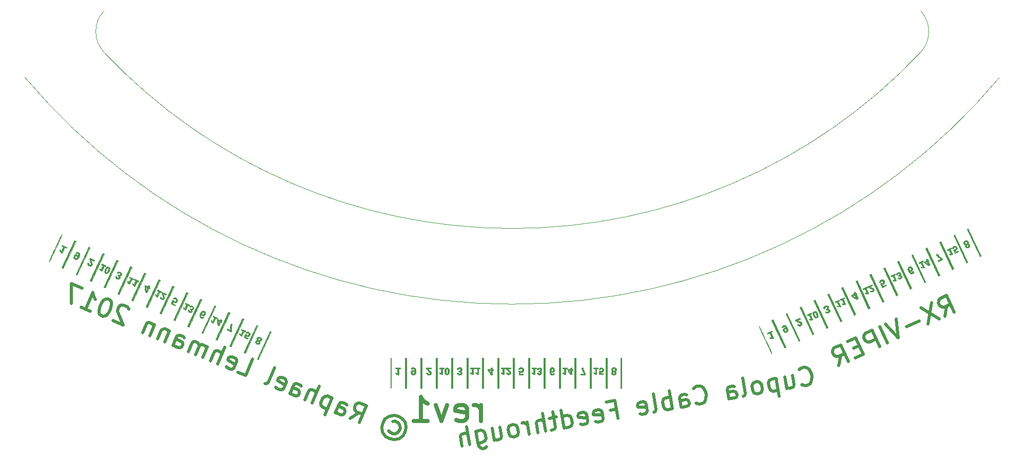
<source format=gbo>
G04 #@! TF.FileFunction,Legend,Bot*
%FSLAX46Y46*%
G04 Gerber Fmt 4.6, Leading zero omitted, Abs format (unit mm)*
G04 Created by KiCad (PCBNEW 4.0.6) date Fri Oct 27 18:31:30 2017*
%MOMM*%
%LPD*%
G01*
G04 APERTURE LIST*
%ADD10C,0.100000*%
%ADD11C,0.500000*%
%ADD12C,0.650000*%
%ADD13C,0.010000*%
G04 APERTURE END LIST*
D10*
D11*
X197408955Y-121255019D02*
X197574448Y-121370899D01*
X198021315Y-121437165D01*
X198302688Y-121387552D01*
X198699943Y-121172444D01*
X198931702Y-120841456D01*
X199022775Y-120535276D01*
X199064234Y-119947722D01*
X198989813Y-119525661D01*
X198749899Y-118987721D01*
X198559599Y-118731154D01*
X198228612Y-118499394D01*
X197781744Y-118433128D01*
X197500370Y-118482742D01*
X197103117Y-118697849D01*
X196987237Y-118863343D01*
X194578909Y-120013301D02*
X194926205Y-121982917D01*
X195845090Y-119790039D02*
X196117965Y-121337594D01*
X196026893Y-121643775D01*
X195770326Y-121834075D01*
X195348265Y-121908496D01*
X195042085Y-121817423D01*
X194876591Y-121701543D01*
X193172040Y-120261370D02*
X193692984Y-123215793D01*
X193196847Y-120402057D02*
X192890667Y-120310984D01*
X192327919Y-120410211D01*
X192071352Y-120600512D01*
X191955473Y-120766005D01*
X191864400Y-121072186D01*
X192013241Y-121916307D01*
X192203541Y-122172874D01*
X192369035Y-122288754D01*
X192675215Y-122379827D01*
X193237963Y-122280599D01*
X193494529Y-122090299D01*
X190424226Y-122776737D02*
X190680793Y-122586437D01*
X190796673Y-122420943D01*
X190887745Y-122114762D01*
X190738904Y-121270641D01*
X190548604Y-121014074D01*
X190383110Y-120898194D01*
X190076930Y-120807121D01*
X189654869Y-120881542D01*
X189398302Y-121071843D01*
X189282423Y-121237336D01*
X189191350Y-121543516D01*
X189340191Y-122387637D01*
X189530492Y-122644205D01*
X189695985Y-122760085D01*
X190002165Y-122851158D01*
X190424226Y-122776737D01*
X187751176Y-123248068D02*
X188007743Y-123057767D01*
X188098816Y-122751586D01*
X187652292Y-120219224D01*
X185359500Y-123669785D02*
X185086624Y-122122229D01*
X185177697Y-121816049D01*
X185434264Y-121625749D01*
X185997011Y-121526521D01*
X186303192Y-121617594D01*
X185334693Y-123529098D02*
X185640873Y-123620171D01*
X186344308Y-123496137D01*
X186600874Y-123305836D01*
X186691947Y-122999655D01*
X186642333Y-122718282D01*
X186452033Y-122461715D01*
X186145853Y-122370642D01*
X185442418Y-122494677D01*
X185136238Y-122403604D01*
X179963787Y-124331073D02*
X180129281Y-124446953D01*
X180576148Y-124513219D01*
X180857521Y-124463605D01*
X181254775Y-124248498D01*
X181486535Y-123917510D01*
X181577608Y-123611329D01*
X181619067Y-123023776D01*
X181544646Y-122601715D01*
X181304732Y-122063775D01*
X181114432Y-121807208D01*
X180783445Y-121575448D01*
X180336577Y-121509182D01*
X180055203Y-121558796D01*
X179657950Y-121773903D01*
X179542070Y-121939396D01*
X177481038Y-125058970D02*
X177208162Y-123511415D01*
X177299235Y-123205235D01*
X177555802Y-123014934D01*
X178118549Y-122915707D01*
X178424729Y-123006780D01*
X177456231Y-124918284D02*
X177762411Y-125009357D01*
X178465846Y-124885322D01*
X178722412Y-124695022D01*
X178813485Y-124388841D01*
X178763871Y-124107467D01*
X178573571Y-123850901D01*
X178267391Y-123759828D01*
X177563956Y-123883862D01*
X177257776Y-123792789D01*
X176074169Y-125307039D02*
X175553225Y-122352616D01*
X175751680Y-123478110D02*
X175445499Y-123387037D01*
X174882752Y-123486265D01*
X174626185Y-123676565D01*
X174510305Y-123842059D01*
X174419232Y-124148239D01*
X174568074Y-124992360D01*
X174758374Y-125248928D01*
X174923868Y-125364808D01*
X175230048Y-125455881D01*
X175792796Y-125356653D01*
X176049362Y-125166353D01*
X172979059Y-125852791D02*
X173235626Y-125662490D01*
X173326698Y-125356309D01*
X172880175Y-122823947D01*
X170703262Y-126109014D02*
X171009443Y-126200087D01*
X171572190Y-126100860D01*
X171828757Y-125910559D01*
X171919830Y-125604378D01*
X171721375Y-124478884D01*
X171531074Y-124222317D01*
X171224894Y-124131244D01*
X170662146Y-124230472D01*
X170405580Y-124420772D01*
X170314507Y-124726952D01*
X170364121Y-125008327D01*
X171820602Y-125041631D01*
X165812528Y-125520773D02*
X166797336Y-125347124D01*
X167070212Y-126894680D02*
X166549267Y-123940257D01*
X165142399Y-124188325D01*
X163387547Y-127398972D02*
X163693727Y-127490045D01*
X164256475Y-127390818D01*
X164513042Y-127200517D01*
X164604114Y-126894336D01*
X164405659Y-125768841D01*
X164215359Y-125512275D01*
X163909179Y-125421202D01*
X163346431Y-125520430D01*
X163089864Y-125710730D01*
X162998792Y-126016910D01*
X163048405Y-126298285D01*
X164504887Y-126331589D01*
X160855184Y-127845496D02*
X161161364Y-127936569D01*
X161724112Y-127837341D01*
X161980678Y-127647041D01*
X162071751Y-127340860D01*
X161873296Y-126215365D01*
X161682996Y-125958799D01*
X161376815Y-125867726D01*
X160814068Y-125966954D01*
X160557501Y-126157254D01*
X160466428Y-126463434D01*
X160516042Y-126744809D01*
X161972524Y-126778113D01*
X158206941Y-128457514D02*
X157685996Y-125503090D01*
X158182134Y-128316827D02*
X158488314Y-128407900D01*
X159051062Y-128308672D01*
X159307628Y-128118372D01*
X159423508Y-127952878D01*
X159514581Y-127646697D01*
X159365740Y-126802576D01*
X159175439Y-126546010D01*
X159009946Y-126430130D01*
X158703766Y-126339057D01*
X158141018Y-126438284D01*
X157884451Y-126628585D01*
X156874837Y-126661546D02*
X155749342Y-126860001D01*
X156279128Y-125751159D02*
X156725651Y-128283522D01*
X156634579Y-128589703D01*
X156378012Y-128780003D01*
X156096639Y-128829617D01*
X155111830Y-129003265D02*
X154590885Y-126048842D01*
X153845649Y-129226527D02*
X153572773Y-127678972D01*
X153663846Y-127372791D01*
X153920413Y-127182491D01*
X154342474Y-127108070D01*
X154648654Y-127199143D01*
X154814147Y-127315023D01*
X152438780Y-129474596D02*
X152091484Y-127504981D01*
X152190711Y-128067727D02*
X152000411Y-127811161D01*
X151834917Y-127695281D01*
X151528737Y-127604208D01*
X151247363Y-127653822D01*
X150187791Y-129871506D02*
X150444358Y-129681206D01*
X150560238Y-129515712D01*
X150651310Y-129209531D01*
X150502469Y-128365410D01*
X150312169Y-128108843D01*
X150146675Y-127992964D01*
X149840495Y-127901891D01*
X149418434Y-127976311D01*
X149161867Y-128166612D01*
X149045987Y-128332105D01*
X148954915Y-128638285D01*
X149103756Y-129482407D01*
X149294056Y-129738974D01*
X149459550Y-129854854D01*
X149765730Y-129945927D01*
X150187791Y-129871506D01*
X146323324Y-128522063D02*
X146670620Y-130491678D01*
X147589505Y-128298801D02*
X147862381Y-129846355D01*
X147771308Y-130152537D01*
X147514741Y-130342837D01*
X147092680Y-130417258D01*
X146786500Y-130326185D01*
X146621006Y-130210305D01*
X143650274Y-128993394D02*
X144071991Y-131385069D01*
X144262291Y-131641637D01*
X144427785Y-131757516D01*
X144733966Y-131848589D01*
X145156026Y-131774169D01*
X145412593Y-131583868D01*
X143972763Y-130822322D02*
X144278944Y-130913395D01*
X144841691Y-130814168D01*
X145098258Y-130623867D01*
X145214138Y-130458374D01*
X145305211Y-130152193D01*
X145156369Y-129308072D01*
X144966069Y-129051505D01*
X144800575Y-128935625D01*
X144494395Y-128844552D01*
X143931647Y-128943780D01*
X143675081Y-129134080D01*
X142590702Y-131211078D02*
X142069757Y-128256655D01*
X141324520Y-131434340D02*
X141051645Y-129886784D01*
X141142718Y-129580604D01*
X141399284Y-129390304D01*
X141821345Y-129315883D01*
X142127525Y-129406956D01*
X142293019Y-129522836D01*
D12*
X144428571Y-127309524D02*
X144428571Y-124642857D01*
X144428571Y-125404762D02*
X144238095Y-125023810D01*
X144047619Y-124833333D01*
X143666666Y-124642857D01*
X143285714Y-124642857D01*
X140428572Y-127119048D02*
X140809524Y-127309524D01*
X141571429Y-127309524D01*
X141952381Y-127119048D01*
X142142857Y-126738095D01*
X142142857Y-125214286D01*
X141952381Y-124833333D01*
X141571429Y-124642857D01*
X140809524Y-124642857D01*
X140428572Y-124833333D01*
X140238095Y-125214286D01*
X140238095Y-125595238D01*
X142142857Y-125976190D01*
X138904762Y-124642857D02*
X137952381Y-127309524D01*
X137000001Y-124642857D01*
X133380953Y-127309524D02*
X135666667Y-127309524D01*
X134523810Y-127309524D02*
X134523810Y-123309524D01*
X134904762Y-123880952D01*
X135285715Y-124261905D01*
X135666667Y-124452381D01*
D11*
X129912037Y-127365907D02*
X130230672Y-127343261D01*
X130758603Y-127561938D01*
X130967899Y-127803259D01*
X131122526Y-128176563D01*
X131145171Y-128495197D01*
X130926495Y-129023129D01*
X130685174Y-129232425D01*
X130311871Y-129387052D01*
X129993236Y-129409697D01*
X129465305Y-129191021D01*
X129256008Y-128949700D01*
X130877320Y-126528720D02*
X131482565Y-126934049D01*
X131978472Y-127603342D01*
X132101075Y-128427264D01*
X131959712Y-129141846D01*
X131554384Y-129747091D01*
X130885091Y-130242998D01*
X130061170Y-130365601D01*
X129346587Y-130224238D01*
X128741342Y-129818910D01*
X128245435Y-129149617D01*
X128122832Y-128325696D01*
X128264194Y-127611112D01*
X128669523Y-127005868D01*
X129338816Y-126509961D01*
X130162738Y-126387358D01*
X130877320Y-126528720D01*
X122834141Y-126908186D02*
X124304712Y-125971041D01*
X124417934Y-127564214D02*
X125565985Y-124792576D01*
X124510122Y-124355223D01*
X124191488Y-124377868D01*
X124004836Y-124455182D01*
X123763516Y-124664478D01*
X123599508Y-125060427D01*
X123622153Y-125379061D01*
X123699467Y-125565713D01*
X123908763Y-125807033D01*
X124964625Y-126244386D01*
X120458451Y-125924143D02*
X121059811Y-124472331D01*
X121301131Y-124263035D01*
X121619766Y-124240390D01*
X122147697Y-124459067D01*
X122356994Y-124700388D01*
X120513120Y-125792160D02*
X120722416Y-126033481D01*
X121382330Y-126306826D01*
X121700965Y-126284181D01*
X121942286Y-126074884D01*
X122051624Y-125810919D01*
X122028979Y-125492284D01*
X121819683Y-125250964D01*
X121159769Y-124977618D01*
X120950472Y-124736298D01*
X119903989Y-123529693D02*
X118755939Y-126301331D01*
X119849320Y-123661675D02*
X119640024Y-123420355D01*
X119112092Y-123201678D01*
X118793458Y-123224323D01*
X118606806Y-123301636D01*
X118365486Y-123510933D01*
X118037471Y-124302830D01*
X118060116Y-124621465D01*
X118137429Y-124808117D01*
X118346726Y-125049437D01*
X118874657Y-125268114D01*
X119193291Y-125245469D01*
X116630949Y-124338739D02*
X117778999Y-121567101D01*
X115443104Y-123846718D02*
X116044464Y-122394907D01*
X116285785Y-122185611D01*
X116604419Y-122162966D01*
X117000368Y-122326973D01*
X117209664Y-122568294D01*
X117286978Y-122754946D01*
X112935431Y-122808006D02*
X113536791Y-121356195D01*
X113778111Y-121146898D01*
X114096746Y-121124254D01*
X114624677Y-121342930D01*
X114833974Y-121584251D01*
X112990100Y-122676023D02*
X113199396Y-122917344D01*
X113859311Y-123190689D01*
X114177945Y-123168044D01*
X114419266Y-122958747D01*
X114528604Y-122694782D01*
X114505959Y-122376148D01*
X114296663Y-122134827D01*
X113636749Y-121861481D01*
X113427452Y-121620161D01*
X110614409Y-121691980D02*
X110823706Y-121933300D01*
X111351637Y-122151977D01*
X111670272Y-122129332D01*
X111911593Y-121920035D01*
X112348945Y-120864173D01*
X112326300Y-120545538D01*
X112117004Y-120304218D01*
X111589073Y-120085541D01*
X111270438Y-120108186D01*
X111029118Y-120317482D01*
X110919779Y-120581449D01*
X112130269Y-121392104D01*
X108843964Y-121113265D02*
X109162598Y-121090620D01*
X109403919Y-120881323D01*
X110387962Y-118505633D01*
X104356549Y-119254516D02*
X105676376Y-119801207D01*
X106824427Y-117029568D01*
X102431476Y-118302498D02*
X102640773Y-118543819D01*
X103168704Y-118762495D01*
X103487338Y-118739850D01*
X103728659Y-118530553D01*
X104166012Y-117474691D01*
X104143367Y-117156057D01*
X103934071Y-116914736D01*
X103406139Y-116696059D01*
X103087505Y-116718704D01*
X102846184Y-116928000D01*
X102736846Y-117191967D01*
X103947335Y-118002622D01*
X101056979Y-117887790D02*
X102205029Y-115116151D01*
X99869134Y-117395768D02*
X100470494Y-115943957D01*
X100711814Y-115734661D01*
X101030449Y-115712016D01*
X101426398Y-115876024D01*
X101635694Y-116117344D01*
X101713008Y-116303996D01*
X98549306Y-116849077D02*
X99314672Y-115001318D01*
X99205334Y-115265284D02*
X99128021Y-115078632D01*
X98918724Y-114837311D01*
X98522775Y-114673304D01*
X98204141Y-114695949D01*
X97962821Y-114905245D01*
X97361461Y-116357056D01*
X97962821Y-114905245D02*
X97940176Y-114586611D01*
X97730880Y-114345290D01*
X97334931Y-114181282D01*
X97016296Y-114203927D01*
X96774976Y-114413223D01*
X96173616Y-115865034D01*
X93665943Y-114826322D02*
X94267302Y-113374511D01*
X94508623Y-113165215D01*
X94827257Y-113142570D01*
X95355189Y-113361247D01*
X95564485Y-113602567D01*
X93720612Y-114694340D02*
X93929908Y-114935660D01*
X94589822Y-115209006D01*
X94908456Y-115186361D01*
X95149777Y-114977064D01*
X95259115Y-114713098D01*
X95236471Y-114394464D01*
X95027174Y-114153143D01*
X94367260Y-113879798D01*
X94157964Y-113638477D01*
X93111481Y-112431872D02*
X92346114Y-114279631D01*
X93002143Y-112695838D02*
X92924829Y-112509186D01*
X92715533Y-112267865D01*
X92319584Y-112103858D01*
X92000950Y-112126503D01*
X91759629Y-112335799D01*
X91158269Y-113787610D01*
X90603808Y-111393160D02*
X89838441Y-113240919D01*
X90494470Y-111657125D02*
X90417156Y-111470474D01*
X90207860Y-111229153D01*
X89811911Y-111065146D01*
X89493276Y-111087790D01*
X89251956Y-111297087D01*
X88650596Y-112748898D01*
X86389738Y-108874498D02*
X86312424Y-108687846D01*
X86103128Y-108446525D01*
X85443214Y-108173180D01*
X85124580Y-108195825D01*
X84937928Y-108273138D01*
X84696607Y-108482434D01*
X84587269Y-108746401D01*
X84555244Y-109197018D01*
X85483009Y-111436840D01*
X83767233Y-110726142D01*
X83199507Y-107243806D02*
X82935541Y-107134468D01*
X82616906Y-107157112D01*
X82430255Y-107234426D01*
X82188934Y-107443722D01*
X81838275Y-107916985D01*
X81564929Y-108576899D01*
X81478236Y-109159499D01*
X81500880Y-109478134D01*
X81578194Y-109664786D01*
X81787490Y-109906106D01*
X82051457Y-110015445D01*
X82370091Y-109992800D01*
X82556743Y-109915486D01*
X82798064Y-109706189D01*
X83148722Y-109232927D01*
X83422068Y-108573013D01*
X83508761Y-107990413D01*
X83486117Y-107671778D01*
X83408803Y-107485127D01*
X83199507Y-107243806D01*
X78487921Y-108539380D02*
X80071714Y-109195408D01*
X79279818Y-108867394D02*
X80427868Y-106095756D01*
X80527827Y-106601042D01*
X80682453Y-106974346D01*
X80891750Y-107215667D01*
X78712092Y-105385058D02*
X76864333Y-104619691D01*
X76904127Y-107883351D01*
X220971379Y-110047173D02*
X221273946Y-108329829D01*
X222525049Y-109322685D02*
X221257194Y-106603761D01*
X220221414Y-107086754D01*
X220022843Y-107336974D01*
X219953744Y-107526820D01*
X219945020Y-107846139D01*
X220126142Y-108234557D01*
X220376363Y-108433128D01*
X220566209Y-108502227D01*
X220885528Y-108510951D01*
X221921308Y-108027959D01*
X218797216Y-107750868D02*
X218252455Y-111315028D01*
X216984601Y-108596104D02*
X220065071Y-110469791D01*
X216733682Y-110762240D02*
X214662122Y-111728225D01*
X212970951Y-110467700D02*
X213332498Y-113609241D01*
X211158336Y-111312936D01*
X211519882Y-114454478D02*
X210252027Y-111735555D01*
X210225157Y-115058218D02*
X208957302Y-112339295D01*
X207921522Y-112822287D01*
X207722951Y-113072508D01*
X207653852Y-113262354D01*
X207645128Y-113581673D01*
X207826250Y-113970091D01*
X208076471Y-114168662D01*
X208266317Y-114237760D01*
X208585636Y-114246485D01*
X209621416Y-113763493D01*
X206842119Y-114901875D02*
X205935811Y-115324493D01*
X206211508Y-116929813D02*
X207506233Y-116326073D01*
X206238379Y-113607150D01*
X204943654Y-114210890D01*
X203492585Y-118197668D02*
X203795152Y-116480324D01*
X205046255Y-117473180D02*
X203778400Y-114754257D01*
X202742620Y-115237249D01*
X202544049Y-115487469D01*
X202474951Y-115677316D01*
X202466226Y-115996635D01*
X202647348Y-116385053D01*
X202897569Y-116583623D01*
X203087415Y-116652722D01*
X203406734Y-116661446D01*
X204442514Y-116178454D01*
D10*
X82288775Y-66423571D02*
G75*
G02X82254525Y-59616449I3645543J3421990D01*
G01*
X216931957Y-66485934D02*
G75*
G02X82294010Y-66429133I-67292210J63466592D01*
G01*
X217030137Y-59622075D02*
G75*
G02X216985486Y-66429137I-3684961J-3379506D01*
G01*
X229956494Y-70652321D02*
G75*
G02X69205082Y-70512042I-80316747J67632979D01*
G01*
D13*
G36*
X192427412Y-116176242D02*
X192426083Y-116158018D01*
X192417448Y-116126122D01*
X192400142Y-116077494D01*
X192372803Y-116009073D01*
X192334065Y-115917801D01*
X192282566Y-115800619D01*
X192216939Y-115654464D01*
X192135823Y-115476280D01*
X192037851Y-115263005D01*
X191921661Y-115011581D01*
X191785887Y-114718947D01*
X191629168Y-114382044D01*
X191450137Y-113997812D01*
X191405607Y-113902308D01*
X191221093Y-113506815D01*
X191058831Y-113159528D01*
X190917355Y-112857438D01*
X190795198Y-112597532D01*
X190690892Y-112376798D01*
X190602971Y-112192223D01*
X190529967Y-112040798D01*
X190470414Y-111919509D01*
X190422843Y-111825347D01*
X190385789Y-111755298D01*
X190357785Y-111706351D01*
X190337364Y-111675494D01*
X190323058Y-111659716D01*
X190313400Y-111656006D01*
X190311680Y-111656543D01*
X190307068Y-111664155D01*
X190308397Y-111682378D01*
X190317032Y-111714274D01*
X190334337Y-111762903D01*
X190361677Y-111831323D01*
X190400414Y-111922595D01*
X190451914Y-112039778D01*
X190517540Y-112185932D01*
X190598657Y-112364117D01*
X190696628Y-112577392D01*
X190812819Y-112828816D01*
X190948592Y-113121449D01*
X191105312Y-113458353D01*
X191284343Y-113842584D01*
X191328873Y-113938089D01*
X191513386Y-114333582D01*
X191675648Y-114680867D01*
X191817124Y-114982957D01*
X191939282Y-115242865D01*
X192043587Y-115463599D01*
X192131509Y-115648173D01*
X192204512Y-115799598D01*
X192264066Y-115920886D01*
X192311636Y-116015050D01*
X192348689Y-116085098D01*
X192376694Y-116134045D01*
X192397115Y-116164902D01*
X192411421Y-116180680D01*
X192421079Y-116184391D01*
X192422799Y-116183852D01*
X192427412Y-116176242D01*
X192427412Y-116176242D01*
G37*
X192427412Y-116176242D02*
X192426083Y-116158018D01*
X192417448Y-116126122D01*
X192400142Y-116077494D01*
X192372803Y-116009073D01*
X192334065Y-115917801D01*
X192282566Y-115800619D01*
X192216939Y-115654464D01*
X192135823Y-115476280D01*
X192037851Y-115263005D01*
X191921661Y-115011581D01*
X191785887Y-114718947D01*
X191629168Y-114382044D01*
X191450137Y-113997812D01*
X191405607Y-113902308D01*
X191221093Y-113506815D01*
X191058831Y-113159528D01*
X190917355Y-112857438D01*
X190795198Y-112597532D01*
X190690892Y-112376798D01*
X190602971Y-112192223D01*
X190529967Y-112040798D01*
X190470414Y-111919509D01*
X190422843Y-111825347D01*
X190385789Y-111755298D01*
X190357785Y-111706351D01*
X190337364Y-111675494D01*
X190323058Y-111659716D01*
X190313400Y-111656006D01*
X190311680Y-111656543D01*
X190307068Y-111664155D01*
X190308397Y-111682378D01*
X190317032Y-111714274D01*
X190334337Y-111762903D01*
X190361677Y-111831323D01*
X190400414Y-111922595D01*
X190451914Y-112039778D01*
X190517540Y-112185932D01*
X190598657Y-112364117D01*
X190696628Y-112577392D01*
X190812819Y-112828816D01*
X190948592Y-113121449D01*
X191105312Y-113458353D01*
X191284343Y-113842584D01*
X191328873Y-113938089D01*
X191513386Y-114333582D01*
X191675648Y-114680867D01*
X191817124Y-114982957D01*
X191939282Y-115242865D01*
X192043587Y-115463599D01*
X192131509Y-115648173D01*
X192204512Y-115799598D01*
X192264066Y-115920886D01*
X192311636Y-116015050D01*
X192348689Y-116085098D01*
X192376694Y-116134045D01*
X192397115Y-116164902D01*
X192411421Y-116180680D01*
X192421079Y-116184391D01*
X192422799Y-116183852D01*
X192427412Y-116176242D01*
G36*
X192652069Y-110565202D02*
X192421866Y-110672547D01*
X194532985Y-115199856D01*
X194763188Y-115092511D01*
X192652069Y-110565202D01*
X192652069Y-110565202D01*
G37*
X192652069Y-110565202D02*
X192421866Y-110672547D01*
X194532985Y-115199856D01*
X194763188Y-115092511D01*
X192652069Y-110565202D01*
G36*
X194954090Y-109491752D02*
X194723888Y-109599097D01*
X196835007Y-114126406D01*
X197065209Y-114019061D01*
X194954090Y-109491752D01*
X194954090Y-109491752D01*
G37*
X194954090Y-109491752D02*
X194723888Y-109599097D01*
X196835007Y-114126406D01*
X197065209Y-114019061D01*
X194954090Y-109491752D01*
G36*
X197256112Y-108418301D02*
X197025910Y-108525646D01*
X199137029Y-113052956D01*
X199367231Y-112945611D01*
X197256112Y-108418301D01*
X197256112Y-108418301D01*
G37*
X197256112Y-108418301D02*
X197025910Y-108525646D01*
X199137029Y-113052956D01*
X199367231Y-112945611D01*
X197256112Y-108418301D01*
G36*
X199558134Y-107344851D02*
X199327932Y-107452196D01*
X201439051Y-111979505D01*
X201669253Y-111872160D01*
X199558134Y-107344851D01*
X199558134Y-107344851D01*
G37*
X199558134Y-107344851D02*
X199327932Y-107452196D01*
X201439051Y-111979505D01*
X201669253Y-111872160D01*
X199558134Y-107344851D01*
G36*
X201860156Y-106271401D02*
X201629954Y-106378746D01*
X203741073Y-110906055D01*
X203971275Y-110798710D01*
X201860156Y-106271401D01*
X201860156Y-106271401D01*
G37*
X201860156Y-106271401D02*
X201629954Y-106378746D01*
X203741073Y-110906055D01*
X203971275Y-110798710D01*
X201860156Y-106271401D01*
G36*
X204162178Y-105197950D02*
X203931975Y-105305295D01*
X206043094Y-109832604D01*
X206273296Y-109725259D01*
X204162178Y-105197950D01*
X204162178Y-105197950D01*
G37*
X204162178Y-105197950D02*
X203931975Y-105305295D01*
X206043094Y-109832604D01*
X206273296Y-109725259D01*
X204162178Y-105197950D01*
G36*
X206489777Y-104112573D02*
X206233997Y-104231845D01*
X208345116Y-108759154D01*
X208600896Y-108639882D01*
X206489777Y-104112573D01*
X206489777Y-104112573D01*
G37*
X206489777Y-104112573D02*
X206233997Y-104231845D01*
X208345116Y-108759154D01*
X208600896Y-108639882D01*
X206489777Y-104112573D01*
G36*
X208791799Y-103039122D02*
X208536019Y-103158394D01*
X210647138Y-107685704D01*
X210902918Y-107566432D01*
X208791799Y-103039122D01*
X208791799Y-103039122D01*
G37*
X208791799Y-103039122D02*
X208536019Y-103158394D01*
X210647138Y-107685704D01*
X210902918Y-107566432D01*
X208791799Y-103039122D01*
G36*
X211093821Y-101965672D02*
X210838041Y-102084944D01*
X212949160Y-106612253D01*
X213204940Y-106492981D01*
X211093821Y-101965672D01*
X211093821Y-101965672D01*
G37*
X211093821Y-101965672D02*
X210838041Y-102084944D01*
X212949160Y-106612253D01*
X213204940Y-106492981D01*
X211093821Y-101965672D01*
G36*
X213395842Y-100892222D02*
X213165640Y-100999567D01*
X215276759Y-105526876D01*
X215506961Y-105419531D01*
X213395842Y-100892222D01*
X213395842Y-100892222D01*
G37*
X213395842Y-100892222D02*
X213165640Y-100999567D01*
X215276759Y-105526876D01*
X215506961Y-105419531D01*
X213395842Y-100892222D01*
G36*
X215697864Y-99818771D02*
X215467662Y-99926116D01*
X217578781Y-104453425D01*
X217808983Y-104346080D01*
X215697864Y-99818771D01*
X215697864Y-99818771D01*
G37*
X215697864Y-99818771D02*
X215467662Y-99926116D01*
X217578781Y-104453425D01*
X217808983Y-104346080D01*
X215697864Y-99818771D01*
G36*
X218025465Y-98733393D02*
X217769684Y-98852666D01*
X219880803Y-103379975D01*
X220136584Y-103260702D01*
X218025465Y-98733393D01*
X218025465Y-98733393D01*
G37*
X218025465Y-98733393D02*
X217769684Y-98852666D01*
X219880803Y-103379975D01*
X220136584Y-103260702D01*
X218025465Y-98733393D01*
G36*
X220327487Y-97659943D02*
X220097284Y-97767288D01*
X222208403Y-102294597D01*
X222438605Y-102187252D01*
X220327487Y-97659943D01*
X220327487Y-97659943D01*
G37*
X220327487Y-97659943D02*
X220097284Y-97767288D01*
X222208403Y-102294597D01*
X222438605Y-102187252D01*
X220327487Y-97659943D01*
G36*
X222655086Y-96574565D02*
X222424884Y-96681910D01*
X224536003Y-101209220D01*
X224766205Y-101101875D01*
X222655086Y-96574565D01*
X222655086Y-96574565D01*
G37*
X222655086Y-96574565D02*
X222424884Y-96681910D01*
X224536003Y-101209220D01*
X224766205Y-101101875D01*
X222655086Y-96574565D01*
G36*
X224829218Y-95560751D02*
X224675749Y-95632315D01*
X226786868Y-100159624D01*
X226940337Y-100088060D01*
X224829218Y-95560751D01*
X224829218Y-95560751D01*
G37*
X224829218Y-95560751D02*
X224675749Y-95632315D01*
X226786868Y-100159624D01*
X226940337Y-100088060D01*
X224829218Y-95560751D01*
G36*
X194967778Y-112575601D02*
X195013370Y-112530855D01*
X195071769Y-112438138D01*
X195096367Y-112335665D01*
X195086629Y-112214667D01*
X195042018Y-112066377D01*
X194975509Y-111910666D01*
X194913814Y-111782507D01*
X194864976Y-111693851D01*
X194820504Y-111631949D01*
X194771906Y-111584051D01*
X194742320Y-111560548D01*
X194658154Y-111507940D01*
X194574908Y-111472619D01*
X194549416Y-111466707D01*
X194441975Y-111472505D01*
X194320892Y-111510244D01*
X194210724Y-111570303D01*
X194151410Y-111622590D01*
X194113250Y-111689772D01*
X194086374Y-111777121D01*
X194076941Y-111859148D01*
X194084287Y-111900337D01*
X194111641Y-111900058D01*
X194174306Y-111886498D01*
X194203198Y-111878656D01*
X194281344Y-111850055D01*
X194322938Y-111812713D01*
X194341980Y-111769423D01*
X194386520Y-111700042D01*
X194453848Y-111674955D01*
X194534191Y-111692353D01*
X194617775Y-111750425D01*
X194685839Y-111833110D01*
X194743043Y-111920770D01*
X194629873Y-111909791D01*
X194509998Y-111921714D01*
X194398597Y-111973382D01*
X194314739Y-112054374D01*
X194292516Y-112094168D01*
X194264689Y-112221118D01*
X194279433Y-112354936D01*
X194311521Y-112435799D01*
X194533059Y-112332494D01*
X194510799Y-112240107D01*
X194518800Y-112150925D01*
X194559593Y-112080810D01*
X194593586Y-112057620D01*
X194657363Y-112049016D01*
X194719753Y-112061068D01*
X194796488Y-112116439D01*
X194845904Y-112206391D01*
X194859450Y-112312269D01*
X194853451Y-112352631D01*
X194813656Y-112439050D01*
X194747198Y-112475902D01*
X194658255Y-112463422D01*
X194583055Y-112412220D01*
X194533059Y-112332494D01*
X194311521Y-112435799D01*
X194330047Y-112482488D01*
X194409827Y-112590639D01*
X194512071Y-112666254D01*
X194598380Y-112693560D01*
X194721882Y-112688041D01*
X194853108Y-112645548D01*
X194967778Y-112575601D01*
X194967778Y-112575601D01*
G37*
X194967778Y-112575601D02*
X195013370Y-112530855D01*
X195071769Y-112438138D01*
X195096367Y-112335665D01*
X195086629Y-112214667D01*
X195042018Y-112066377D01*
X194975509Y-111910666D01*
X194913814Y-111782507D01*
X194864976Y-111693851D01*
X194820504Y-111631949D01*
X194771906Y-111584051D01*
X194742320Y-111560548D01*
X194658154Y-111507940D01*
X194574908Y-111472619D01*
X194549416Y-111466707D01*
X194441975Y-111472505D01*
X194320892Y-111510244D01*
X194210724Y-111570303D01*
X194151410Y-111622590D01*
X194113250Y-111689772D01*
X194086374Y-111777121D01*
X194076941Y-111859148D01*
X194084287Y-111900337D01*
X194111641Y-111900058D01*
X194174306Y-111886498D01*
X194203198Y-111878656D01*
X194281344Y-111850055D01*
X194322938Y-111812713D01*
X194341980Y-111769423D01*
X194386520Y-111700042D01*
X194453848Y-111674955D01*
X194534191Y-111692353D01*
X194617775Y-111750425D01*
X194685839Y-111833110D01*
X194743043Y-111920770D01*
X194629873Y-111909791D01*
X194509998Y-111921714D01*
X194398597Y-111973382D01*
X194314739Y-112054374D01*
X194292516Y-112094168D01*
X194264689Y-112221118D01*
X194279433Y-112354936D01*
X194311521Y-112435799D01*
X194533059Y-112332494D01*
X194510799Y-112240107D01*
X194518800Y-112150925D01*
X194559593Y-112080810D01*
X194593586Y-112057620D01*
X194657363Y-112049016D01*
X194719753Y-112061068D01*
X194796488Y-112116439D01*
X194845904Y-112206391D01*
X194859450Y-112312269D01*
X194853451Y-112352631D01*
X194813656Y-112439050D01*
X194747198Y-112475902D01*
X194658255Y-112463422D01*
X194583055Y-112412220D01*
X194533059Y-112332494D01*
X194311521Y-112435799D01*
X194330047Y-112482488D01*
X194409827Y-112590639D01*
X194512071Y-112666254D01*
X194598380Y-112693560D01*
X194721882Y-112688041D01*
X194853108Y-112645548D01*
X194967778Y-112575601D01*
G36*
X201851206Y-109379696D02*
X201946965Y-109291584D01*
X202006296Y-109182303D01*
X202018131Y-109124283D01*
X202005992Y-109000225D01*
X201950458Y-108896032D01*
X201860948Y-108823229D01*
X201747917Y-108793388D01*
X201653285Y-108789513D01*
X201717033Y-108719197D01*
X201781859Y-108611953D01*
X201791184Y-108497216D01*
X201744654Y-108379518D01*
X201743619Y-108377894D01*
X201685356Y-108306732D01*
X201621283Y-108255552D01*
X201609815Y-108249809D01*
X201480458Y-108222792D01*
X201337990Y-108240341D01*
X201197137Y-108297913D01*
X201072625Y-108390971D01*
X201040502Y-108425312D01*
X200974251Y-108535848D01*
X200957550Y-108637108D01*
X200961200Y-108710794D01*
X200971276Y-108755044D01*
X200975630Y-108759805D01*
X201019589Y-108758629D01*
X201083806Y-108740594D01*
X201148480Y-108713666D01*
X201193811Y-108685814D01*
X201202904Y-108668347D01*
X201201604Y-108608293D01*
X201233297Y-108536464D01*
X201286025Y-108475223D01*
X201316779Y-108455448D01*
X201409313Y-108439841D01*
X201493586Y-108473403D01*
X201549019Y-108542463D01*
X201558987Y-108624193D01*
X201520488Y-108704457D01*
X201440379Y-108770590D01*
X201419812Y-108781081D01*
X201365615Y-108811664D01*
X201353514Y-108845931D01*
X201376162Y-108906335D01*
X201377725Y-108909694D01*
X201410301Y-108967886D01*
X201443358Y-108982558D01*
X201490513Y-108966090D01*
X201590889Y-108942428D01*
X201679790Y-108963029D01*
X201742013Y-109023917D01*
X201746638Y-109033037D01*
X201765593Y-109124886D01*
X201740039Y-109200605D01*
X201681022Y-109249265D01*
X201599589Y-109259941D01*
X201537348Y-109240078D01*
X201453697Y-109218310D01*
X201366505Y-109241895D01*
X201294331Y-109286371D01*
X201277353Y-109330976D01*
X201315081Y-109382280D01*
X201353814Y-109412152D01*
X201470322Y-109462867D01*
X201600387Y-109470753D01*
X201731515Y-109441225D01*
X201851206Y-109379696D01*
X201851206Y-109379696D01*
G37*
X201851206Y-109379696D02*
X201946965Y-109291584D01*
X202006296Y-109182303D01*
X202018131Y-109124283D01*
X202005992Y-109000225D01*
X201950458Y-108896032D01*
X201860948Y-108823229D01*
X201747917Y-108793388D01*
X201653285Y-108789513D01*
X201717033Y-108719197D01*
X201781859Y-108611953D01*
X201791184Y-108497216D01*
X201744654Y-108379518D01*
X201743619Y-108377894D01*
X201685356Y-108306732D01*
X201621283Y-108255552D01*
X201609815Y-108249809D01*
X201480458Y-108222792D01*
X201337990Y-108240341D01*
X201197137Y-108297913D01*
X201072625Y-108390971D01*
X201040502Y-108425312D01*
X200974251Y-108535848D01*
X200957550Y-108637108D01*
X200961200Y-108710794D01*
X200971276Y-108755044D01*
X200975630Y-108759805D01*
X201019589Y-108758629D01*
X201083806Y-108740594D01*
X201148480Y-108713666D01*
X201193811Y-108685814D01*
X201202904Y-108668347D01*
X201201604Y-108608293D01*
X201233297Y-108536464D01*
X201286025Y-108475223D01*
X201316779Y-108455448D01*
X201409313Y-108439841D01*
X201493586Y-108473403D01*
X201549019Y-108542463D01*
X201558987Y-108624193D01*
X201520488Y-108704457D01*
X201440379Y-108770590D01*
X201419812Y-108781081D01*
X201365615Y-108811664D01*
X201353514Y-108845931D01*
X201376162Y-108906335D01*
X201377725Y-108909694D01*
X201410301Y-108967886D01*
X201443358Y-108982558D01*
X201490513Y-108966090D01*
X201590889Y-108942428D01*
X201679790Y-108963029D01*
X201742013Y-109023917D01*
X201746638Y-109033037D01*
X201765593Y-109124886D01*
X201740039Y-109200605D01*
X201681022Y-109249265D01*
X201599589Y-109259941D01*
X201537348Y-109240078D01*
X201453697Y-109218310D01*
X201366505Y-109241895D01*
X201294331Y-109286371D01*
X201277353Y-109330976D01*
X201315081Y-109382280D01*
X201353814Y-109412152D01*
X201470322Y-109462867D01*
X201600387Y-109470753D01*
X201731515Y-109441225D01*
X201851206Y-109379696D01*
G36*
X211231089Y-104797662D02*
X210770684Y-105012353D01*
X210705380Y-104872306D01*
X210669180Y-104792040D01*
X210657959Y-104749783D01*
X210672792Y-104732410D01*
X210714754Y-104726799D01*
X210717317Y-104726611D01*
X210850455Y-104692590D01*
X210952601Y-104618587D01*
X211019376Y-104514401D01*
X211046397Y-104389825D01*
X211029283Y-104254660D01*
X210978759Y-104141998D01*
X210879393Y-104028583D01*
X210753380Y-103961006D01*
X210610595Y-103942077D01*
X210460919Y-103974600D01*
X210432588Y-103986795D01*
X210344649Y-104042467D01*
X210267820Y-104114009D01*
X210262476Y-104120565D01*
X210225728Y-104184988D01*
X210197205Y-104265921D01*
X210180881Y-104345415D01*
X210180730Y-104405527D01*
X210194539Y-104427468D01*
X210231553Y-104424914D01*
X210298769Y-104409910D01*
X210312912Y-104406031D01*
X210383567Y-104378342D01*
X210419177Y-104335139D01*
X210434252Y-104285838D01*
X210476324Y-104201183D01*
X210544287Y-104157001D01*
X210624453Y-104153525D01*
X210703128Y-104190989D01*
X210766622Y-104269626D01*
X210771752Y-104280070D01*
X210792754Y-104371428D01*
X210777300Y-104457090D01*
X210733735Y-104524700D01*
X210670405Y-104561905D01*
X210595653Y-104556350D01*
X210587535Y-104552810D01*
X210524185Y-104549327D01*
X210432300Y-104578608D01*
X210422135Y-104583228D01*
X210306468Y-104637165D01*
X210403282Y-104802213D01*
X210467578Y-104916711D01*
X210531882Y-105038948D01*
X210568860Y-105114249D01*
X210637623Y-105261238D01*
X211302652Y-104951130D01*
X211231089Y-104797662D01*
X211231089Y-104797662D01*
G37*
X211231089Y-104797662D02*
X210770684Y-105012353D01*
X210705380Y-104872306D01*
X210669180Y-104792040D01*
X210657959Y-104749783D01*
X210672792Y-104732410D01*
X210714754Y-104726799D01*
X210717317Y-104726611D01*
X210850455Y-104692590D01*
X210952601Y-104618587D01*
X211019376Y-104514401D01*
X211046397Y-104389825D01*
X211029283Y-104254660D01*
X210978759Y-104141998D01*
X210879393Y-104028583D01*
X210753380Y-103961006D01*
X210610595Y-103942077D01*
X210460919Y-103974600D01*
X210432588Y-103986795D01*
X210344649Y-104042467D01*
X210267820Y-104114009D01*
X210262476Y-104120565D01*
X210225728Y-104184988D01*
X210197205Y-104265921D01*
X210180881Y-104345415D01*
X210180730Y-104405527D01*
X210194539Y-104427468D01*
X210231553Y-104424914D01*
X210298769Y-104409910D01*
X210312912Y-104406031D01*
X210383567Y-104378342D01*
X210419177Y-104335139D01*
X210434252Y-104285838D01*
X210476324Y-104201183D01*
X210544287Y-104157001D01*
X210624453Y-104153525D01*
X210703128Y-104190989D01*
X210766622Y-104269626D01*
X210771752Y-104280070D01*
X210792754Y-104371428D01*
X210777300Y-104457090D01*
X210733735Y-104524700D01*
X210670405Y-104561905D01*
X210595653Y-104556350D01*
X210587535Y-104552810D01*
X210524185Y-104549327D01*
X210432300Y-104578608D01*
X210422135Y-104583228D01*
X210306468Y-104637165D01*
X210403282Y-104802213D01*
X210467578Y-104916711D01*
X210531882Y-105038948D01*
X210568860Y-105114249D01*
X210637623Y-105261238D01*
X211302652Y-104951130D01*
X211231089Y-104797662D01*
G36*
X215706221Y-102917441D02*
X215800793Y-102827269D01*
X215851978Y-102719404D01*
X215856659Y-102692007D01*
X215862428Y-102620204D01*
X215861814Y-102576039D01*
X215860881Y-102572670D01*
X215832086Y-102569772D01*
X215768553Y-102581531D01*
X215739675Y-102589183D01*
X215661529Y-102617784D01*
X215619936Y-102655125D01*
X215600893Y-102698416D01*
X215556353Y-102767797D01*
X215489025Y-102792884D01*
X215408682Y-102775486D01*
X215325098Y-102717414D01*
X215257034Y-102634729D01*
X215199831Y-102547068D01*
X215313000Y-102558048D01*
X215432875Y-102546125D01*
X215544276Y-102494457D01*
X215628134Y-102413465D01*
X215650357Y-102373670D01*
X215678578Y-102245937D01*
X215663284Y-102113469D01*
X215611527Y-101988108D01*
X215530360Y-101881700D01*
X215426832Y-101806092D01*
X215307996Y-101773129D01*
X215292537Y-101772598D01*
X215143846Y-101795273D01*
X215015996Y-101860610D01*
X214922878Y-101961455D01*
X214921563Y-101963624D01*
X214870962Y-102067227D01*
X214850672Y-102168697D01*
X214861535Y-102280618D01*
X214904394Y-102415578D01*
X214907943Y-102423746D01*
X215127486Y-102321372D01*
X215089628Y-102231728D01*
X215086296Y-102130787D01*
X215089423Y-102115208D01*
X215129217Y-102028789D01*
X215195677Y-101991937D01*
X215284618Y-102004417D01*
X215359819Y-102055618D01*
X215409814Y-102135344D01*
X215432075Y-102227731D01*
X215424073Y-102316914D01*
X215383281Y-102387029D01*
X215349287Y-102410218D01*
X215267208Y-102421847D01*
X215189977Y-102388488D01*
X215127486Y-102321372D01*
X214907943Y-102423746D01*
X214960515Y-102544796D01*
X215063410Y-102737400D01*
X215168792Y-102875960D01*
X215280066Y-102962865D01*
X215400636Y-103000512D01*
X215533906Y-102991289D01*
X215578646Y-102979189D01*
X215706221Y-102917441D01*
X215706221Y-102917441D01*
G37*
X215706221Y-102917441D02*
X215800793Y-102827269D01*
X215851978Y-102719404D01*
X215856659Y-102692007D01*
X215862428Y-102620204D01*
X215861814Y-102576039D01*
X215860881Y-102572670D01*
X215832086Y-102569772D01*
X215768553Y-102581531D01*
X215739675Y-102589183D01*
X215661529Y-102617784D01*
X215619936Y-102655125D01*
X215600893Y-102698416D01*
X215556353Y-102767797D01*
X215489025Y-102792884D01*
X215408682Y-102775486D01*
X215325098Y-102717414D01*
X215257034Y-102634729D01*
X215199831Y-102547068D01*
X215313000Y-102558048D01*
X215432875Y-102546125D01*
X215544276Y-102494457D01*
X215628134Y-102413465D01*
X215650357Y-102373670D01*
X215678578Y-102245937D01*
X215663284Y-102113469D01*
X215611527Y-101988108D01*
X215530360Y-101881700D01*
X215426832Y-101806092D01*
X215307996Y-101773129D01*
X215292537Y-101772598D01*
X215143846Y-101795273D01*
X215015996Y-101860610D01*
X214922878Y-101961455D01*
X214921563Y-101963624D01*
X214870962Y-102067227D01*
X214850672Y-102168697D01*
X214861535Y-102280618D01*
X214904394Y-102415578D01*
X214907943Y-102423746D01*
X215127486Y-102321372D01*
X215089628Y-102231728D01*
X215086296Y-102130787D01*
X215089423Y-102115208D01*
X215129217Y-102028789D01*
X215195677Y-101991937D01*
X215284618Y-102004417D01*
X215359819Y-102055618D01*
X215409814Y-102135344D01*
X215432075Y-102227731D01*
X215424073Y-102316914D01*
X215383281Y-102387029D01*
X215349287Y-102410218D01*
X215267208Y-102421847D01*
X215189977Y-102388488D01*
X215127486Y-102321372D01*
X214907943Y-102423746D01*
X214960515Y-102544796D01*
X215063410Y-102737400D01*
X215168792Y-102875960D01*
X215280066Y-102962865D01*
X215400636Y-103000512D01*
X215533906Y-102991289D01*
X215578646Y-102979189D01*
X215706221Y-102917441D01*
G36*
X224966324Y-98588930D02*
X225048680Y-98491159D01*
X225091392Y-98383707D01*
X225093440Y-98276389D01*
X225053798Y-98179022D01*
X224971446Y-98101418D01*
X224907540Y-98070705D01*
X224835474Y-98039278D01*
X224810457Y-98011814D01*
X224816171Y-97991624D01*
X224848073Y-97952960D01*
X224858304Y-97945427D01*
X224875775Y-97909472D01*
X224879713Y-97839435D01*
X224871097Y-97755779D01*
X224850906Y-97678973D01*
X224844865Y-97664721D01*
X224770907Y-97566037D01*
X224663826Y-97494875D01*
X224543881Y-97463704D01*
X224517896Y-97463446D01*
X224379181Y-97491033D01*
X224241691Y-97554886D01*
X224131985Y-97642530D01*
X224128583Y-97646317D01*
X224070989Y-97749452D01*
X224049417Y-97874190D01*
X224067168Y-97996149D01*
X224077716Y-98022448D01*
X224088468Y-98039243D01*
X224316175Y-97933061D01*
X224289923Y-97829064D01*
X224308452Y-97738919D01*
X224368597Y-97675649D01*
X224380190Y-97669663D01*
X224469150Y-97655605D01*
X224520349Y-97673514D01*
X224595572Y-97741058D01*
X224638208Y-97828395D01*
X224646690Y-97920129D01*
X224619444Y-98000867D01*
X224559098Y-98053333D01*
X224472067Y-98066115D01*
X224389511Y-98028905D01*
X224323444Y-97947652D01*
X224316175Y-97933061D01*
X224088468Y-98039243D01*
X224118644Y-98086374D01*
X224175645Y-98148964D01*
X224233672Y-98196314D01*
X224277678Y-98214520D01*
X224284112Y-98213178D01*
X224325906Y-98208966D01*
X224346583Y-98210596D01*
X224370242Y-98227334D01*
X224366578Y-98275171D01*
X224348431Y-98331422D01*
X224328017Y-98453048D01*
X224346637Y-98526083D01*
X224574334Y-98419906D01*
X224556256Y-98331322D01*
X224579671Y-98252544D01*
X224630662Y-98206801D01*
X224695012Y-98197855D01*
X224737100Y-98206103D01*
X224802905Y-98254178D01*
X224839417Y-98328135D01*
X224844447Y-98409606D01*
X224815806Y-98480231D01*
X224773789Y-98513737D01*
X224696706Y-98521807D01*
X224622610Y-98484179D01*
X224574334Y-98419906D01*
X224346637Y-98526083D01*
X224354696Y-98557698D01*
X224420295Y-98639850D01*
X224516635Y-98693976D01*
X224635540Y-98714553D01*
X224768833Y-98696054D01*
X224845352Y-98667205D01*
X224966324Y-98588930D01*
X224966324Y-98588930D01*
G37*
X224966324Y-98588930D02*
X225048680Y-98491159D01*
X225091392Y-98383707D01*
X225093440Y-98276389D01*
X225053798Y-98179022D01*
X224971446Y-98101418D01*
X224907540Y-98070705D01*
X224835474Y-98039278D01*
X224810457Y-98011814D01*
X224816171Y-97991624D01*
X224848073Y-97952960D01*
X224858304Y-97945427D01*
X224875775Y-97909472D01*
X224879713Y-97839435D01*
X224871097Y-97755779D01*
X224850906Y-97678973D01*
X224844865Y-97664721D01*
X224770907Y-97566037D01*
X224663826Y-97494875D01*
X224543881Y-97463704D01*
X224517896Y-97463446D01*
X224379181Y-97491033D01*
X224241691Y-97554886D01*
X224131985Y-97642530D01*
X224128583Y-97646317D01*
X224070989Y-97749452D01*
X224049417Y-97874190D01*
X224067168Y-97996149D01*
X224077716Y-98022448D01*
X224088468Y-98039243D01*
X224316175Y-97933061D01*
X224289923Y-97829064D01*
X224308452Y-97738919D01*
X224368597Y-97675649D01*
X224380190Y-97669663D01*
X224469150Y-97655605D01*
X224520349Y-97673514D01*
X224595572Y-97741058D01*
X224638208Y-97828395D01*
X224646690Y-97920129D01*
X224619444Y-98000867D01*
X224559098Y-98053333D01*
X224472067Y-98066115D01*
X224389511Y-98028905D01*
X224323444Y-97947652D01*
X224316175Y-97933061D01*
X224088468Y-98039243D01*
X224118644Y-98086374D01*
X224175645Y-98148964D01*
X224233672Y-98196314D01*
X224277678Y-98214520D01*
X224284112Y-98213178D01*
X224325906Y-98208966D01*
X224346583Y-98210596D01*
X224370242Y-98227334D01*
X224366578Y-98275171D01*
X224348431Y-98331422D01*
X224328017Y-98453048D01*
X224346637Y-98526083D01*
X224574334Y-98419906D01*
X224556256Y-98331322D01*
X224579671Y-98252544D01*
X224630662Y-98206801D01*
X224695012Y-98197855D01*
X224737100Y-98206103D01*
X224802905Y-98254178D01*
X224839417Y-98328135D01*
X224844447Y-98409606D01*
X224815806Y-98480231D01*
X224773789Y-98513737D01*
X224696706Y-98521807D01*
X224622610Y-98484179D01*
X224574334Y-98419906D01*
X224346637Y-98526083D01*
X224354696Y-98557698D01*
X224420295Y-98639850D01*
X224516635Y-98693976D01*
X224635540Y-98714553D01*
X224768833Y-98696054D01*
X224845352Y-98667205D01*
X224966324Y-98588930D01*
G36*
X192266124Y-112675838D02*
X192394015Y-112616201D01*
X192468940Y-112579221D01*
X192501886Y-112551310D01*
X192502356Y-112518394D01*
X192486123Y-112479831D01*
X192450341Y-112403097D01*
X191683000Y-112760914D01*
X191718782Y-112837648D01*
X191741600Y-112880414D01*
X191767728Y-112896028D01*
X191812961Y-112885486D01*
X191893091Y-112849786D01*
X192035922Y-112783183D01*
X192208866Y-113154064D01*
X192268721Y-113285793D01*
X192316821Y-113398217D01*
X192349457Y-113482120D01*
X192362916Y-113528284D01*
X192361925Y-113534218D01*
X192321184Y-113537337D01*
X192275524Y-113532574D01*
X192198240Y-113520702D01*
X192117577Y-113509224D01*
X192026146Y-113496793D01*
X192066505Y-113582758D01*
X192094233Y-113629683D01*
X192133088Y-113659292D01*
X192198297Y-113678905D01*
X192300487Y-113695211D01*
X192432668Y-113706346D01*
X192531947Y-113696232D01*
X192600770Y-113671961D01*
X192707431Y-113622224D01*
X192266124Y-112675838D01*
X192266124Y-112675838D01*
G37*
X192266124Y-112675838D02*
X192394015Y-112616201D01*
X192468940Y-112579221D01*
X192501886Y-112551310D01*
X192502356Y-112518394D01*
X192486123Y-112479831D01*
X192450341Y-112403097D01*
X191683000Y-112760914D01*
X191718782Y-112837648D01*
X191741600Y-112880414D01*
X191767728Y-112896028D01*
X191812961Y-112885486D01*
X191893091Y-112849786D01*
X192035922Y-112783183D01*
X192208866Y-113154064D01*
X192268721Y-113285793D01*
X192316821Y-113398217D01*
X192349457Y-113482120D01*
X192362916Y-113528284D01*
X192361925Y-113534218D01*
X192321184Y-113537337D01*
X192275524Y-113532574D01*
X192198240Y-113520702D01*
X192117577Y-113509224D01*
X192026146Y-113496793D01*
X192066505Y-113582758D01*
X192094233Y-113629683D01*
X192133088Y-113659292D01*
X192198297Y-113678905D01*
X192300487Y-113695211D01*
X192432668Y-113706346D01*
X192531947Y-113696232D01*
X192600770Y-113671961D01*
X192707431Y-113622224D01*
X192266124Y-112675838D01*
G36*
X197311730Y-111466208D02*
X197327674Y-111449779D01*
X197393160Y-111341284D01*
X197410959Y-111214837D01*
X197378949Y-111085797D01*
X197378181Y-111084140D01*
X197311378Y-110998202D01*
X197199341Y-110918363D01*
X197053278Y-110851347D01*
X196926365Y-110813117D01*
X196817790Y-110783749D01*
X196723462Y-110752365D01*
X196664426Y-110726080D01*
X196599557Y-110686264D01*
X197112297Y-110447170D01*
X197028806Y-110268124D01*
X196261466Y-110625941D01*
X196300558Y-110709772D01*
X196327923Y-110758120D01*
X196365959Y-110799829D01*
X196423163Y-110839871D01*
X196508036Y-110883212D01*
X196629078Y-110934822D01*
X196794787Y-110999669D01*
X196799673Y-111001540D01*
X196952915Y-111063416D01*
X197057992Y-111113939D01*
X197121226Y-111156505D01*
X197146346Y-111187983D01*
X197163677Y-111276059D01*
X197137650Y-111348607D01*
X197080460Y-111395230D01*
X197004302Y-111405533D01*
X196928052Y-111374056D01*
X196869730Y-111341216D01*
X196815065Y-111339730D01*
X196738547Y-111369007D01*
X196737219Y-111369623D01*
X196669320Y-111403460D01*
X196645239Y-111428714D01*
X196657235Y-111459764D01*
X196675759Y-111483720D01*
X196782784Y-111576893D01*
X196908641Y-111621273D01*
X197044582Y-111617315D01*
X197181861Y-111565475D01*
X197311730Y-111466208D01*
X197311730Y-111466208D01*
G37*
X197311730Y-111466208D02*
X197327674Y-111449779D01*
X197393160Y-111341284D01*
X197410959Y-111214837D01*
X197378949Y-111085797D01*
X197378181Y-111084140D01*
X197311378Y-110998202D01*
X197199341Y-110918363D01*
X197053278Y-110851347D01*
X196926365Y-110813117D01*
X196817790Y-110783749D01*
X196723462Y-110752365D01*
X196664426Y-110726080D01*
X196599557Y-110686264D01*
X197112297Y-110447170D01*
X197028806Y-110268124D01*
X196261466Y-110625941D01*
X196300558Y-110709772D01*
X196327923Y-110758120D01*
X196365959Y-110799829D01*
X196423163Y-110839871D01*
X196508036Y-110883212D01*
X196629078Y-110934822D01*
X196794787Y-110999669D01*
X196799673Y-111001540D01*
X196952915Y-111063416D01*
X197057992Y-111113939D01*
X197121226Y-111156505D01*
X197146346Y-111187983D01*
X197163677Y-111276059D01*
X197137650Y-111348607D01*
X197080460Y-111395230D01*
X197004302Y-111405533D01*
X196928052Y-111374056D01*
X196869730Y-111341216D01*
X196815065Y-111339730D01*
X196738547Y-111369007D01*
X196737219Y-111369623D01*
X196669320Y-111403460D01*
X196645239Y-111428714D01*
X196657235Y-111459764D01*
X196675759Y-111483720D01*
X196782784Y-111576893D01*
X196908641Y-111621273D01*
X197044582Y-111617315D01*
X197181861Y-111565475D01*
X197311730Y-111466208D01*
G36*
X206339068Y-106393774D02*
X206415802Y-106357992D01*
X206467198Y-106326310D01*
X206473289Y-106287073D01*
X206456754Y-106245476D01*
X206425072Y-106194081D01*
X206385834Y-106187989D01*
X206344238Y-106204525D01*
X206295498Y-106223190D01*
X206264166Y-106214346D01*
X206234514Y-106168426D01*
X206213832Y-106125205D01*
X206160160Y-106010104D01*
X205929958Y-106117449D01*
X206037303Y-106347651D01*
X205551321Y-106574268D01*
X205587331Y-106651494D01*
X205627116Y-106701344D01*
X205645682Y-106717105D01*
X205801579Y-106644409D01*
X206108866Y-106501119D01*
X206224379Y-106750867D01*
X206275912Y-106865110D01*
X206303759Y-106935309D01*
X206309772Y-106967754D01*
X206295803Y-106968737D01*
X206286880Y-106963056D01*
X206239920Y-106931133D01*
X206159796Y-106877969D01*
X206060734Y-106812977D01*
X206017725Y-106784952D01*
X205801579Y-106644409D01*
X205645682Y-106717105D01*
X205710739Y-106772336D01*
X205840300Y-106866100D01*
X206013711Y-106981550D01*
X206404080Y-107234379D01*
X206673030Y-107109958D01*
X206339068Y-106393774D01*
X206339068Y-106393774D01*
G37*
X206339068Y-106393774D02*
X206415802Y-106357992D01*
X206467198Y-106326310D01*
X206473289Y-106287073D01*
X206456754Y-106245476D01*
X206425072Y-106194081D01*
X206385834Y-106187989D01*
X206344238Y-106204525D01*
X206295498Y-106223190D01*
X206264166Y-106214346D01*
X206234514Y-106168426D01*
X206213832Y-106125205D01*
X206160160Y-106010104D01*
X205929958Y-106117449D01*
X206037303Y-106347651D01*
X205551321Y-106574268D01*
X205587331Y-106651494D01*
X205627116Y-106701344D01*
X205645682Y-106717105D01*
X205801579Y-106644409D01*
X206108866Y-106501119D01*
X206224379Y-106750867D01*
X206275912Y-106865110D01*
X206303759Y-106935309D01*
X206309772Y-106967754D01*
X206295803Y-106968737D01*
X206286880Y-106963056D01*
X206239920Y-106931133D01*
X206159796Y-106877969D01*
X206060734Y-106812977D01*
X206017725Y-106784952D01*
X205801579Y-106644409D01*
X205645682Y-106717105D01*
X205710739Y-106772336D01*
X205840300Y-106866100D01*
X206013711Y-106981550D01*
X206404080Y-107234379D01*
X206673030Y-107109958D01*
X206339068Y-106393774D01*
G36*
X220546874Y-100534482D02*
X220496439Y-100464249D01*
X220410537Y-100382703D01*
X220347719Y-100334221D01*
X220156998Y-100185179D01*
X219992008Y-100030663D01*
X219863605Y-99881306D01*
X219819320Y-99816467D01*
X219735045Y-99680031D01*
X219623465Y-99732061D01*
X219555010Y-99767756D01*
X219529004Y-99797037D01*
X219535107Y-99833476D01*
X219539198Y-99842663D01*
X219604752Y-99946347D01*
X219709031Y-100067688D01*
X219841526Y-100196744D01*
X219991724Y-100323574D01*
X220149114Y-100438234D01*
X220210909Y-100477959D01*
X220304382Y-100535577D01*
X219787798Y-100776464D01*
X219871288Y-100955510D01*
X220587473Y-100621547D01*
X220546874Y-100534482D01*
X220546874Y-100534482D01*
G37*
X220546874Y-100534482D02*
X220496439Y-100464249D01*
X220410537Y-100382703D01*
X220347719Y-100334221D01*
X220156998Y-100185179D01*
X219992008Y-100030663D01*
X219863605Y-99881306D01*
X219819320Y-99816467D01*
X219735045Y-99680031D01*
X219623465Y-99732061D01*
X219555010Y-99767756D01*
X219529004Y-99797037D01*
X219535107Y-99833476D01*
X219539198Y-99842663D01*
X219604752Y-99946347D01*
X219709031Y-100067688D01*
X219841526Y-100196744D01*
X219991724Y-100323574D01*
X220149114Y-100438234D01*
X220210909Y-100477959D01*
X220304382Y-100535577D01*
X219787798Y-100776464D01*
X219871288Y-100955510D01*
X220587473Y-100621547D01*
X220546874Y-100534482D01*
G36*
X199982760Y-110173157D02*
X200046375Y-110068115D01*
X200067739Y-109933996D01*
X200045924Y-109774561D01*
X199979997Y-109593570D01*
X199927683Y-109491668D01*
X199823382Y-109333670D01*
X199717046Y-109230128D01*
X199605269Y-109179068D01*
X199484644Y-109178519D01*
X199418805Y-109196986D01*
X199336327Y-109234565D01*
X199272362Y-109276522D01*
X199261423Y-109287032D01*
X199201943Y-109394977D01*
X199185569Y-109533308D01*
X199211842Y-109696523D01*
X199280301Y-109879117D01*
X199310837Y-109939700D01*
X199514974Y-109844510D01*
X199433811Y-109670057D01*
X199392378Y-109534014D01*
X199390482Y-109434885D01*
X199427933Y-109371176D01*
X199452686Y-109355828D01*
X199507850Y-109343660D01*
X199563714Y-109368499D01*
X199603578Y-109401597D01*
X199658534Y-109463787D01*
X199712235Y-109552997D01*
X199771839Y-109681560D01*
X199786999Y-109717662D01*
X199840881Y-109859082D01*
X199866551Y-109960225D01*
X199864267Y-110029551D01*
X199834288Y-110075522D01*
X199798576Y-110097591D01*
X199740584Y-110112251D01*
X199686763Y-110094482D01*
X199630795Y-110038648D01*
X199566365Y-109939113D01*
X199514974Y-109844510D01*
X199310837Y-109939700D01*
X199316913Y-109951754D01*
X199414530Y-110108863D01*
X199512009Y-110213617D01*
X199614230Y-110269886D01*
X199726076Y-110281534D01*
X199732496Y-110280968D01*
X199877823Y-110245362D01*
X199982760Y-110173157D01*
X199982760Y-110173157D01*
G37*
X199982760Y-110173157D02*
X200046375Y-110068115D01*
X200067739Y-109933996D01*
X200045924Y-109774561D01*
X199979997Y-109593570D01*
X199927683Y-109491668D01*
X199823382Y-109333670D01*
X199717046Y-109230128D01*
X199605269Y-109179068D01*
X199484644Y-109178519D01*
X199418805Y-109196986D01*
X199336327Y-109234565D01*
X199272362Y-109276522D01*
X199261423Y-109287032D01*
X199201943Y-109394977D01*
X199185569Y-109533308D01*
X199211842Y-109696523D01*
X199280301Y-109879117D01*
X199310837Y-109939700D01*
X199514974Y-109844510D01*
X199433811Y-109670057D01*
X199392378Y-109534014D01*
X199390482Y-109434885D01*
X199427933Y-109371176D01*
X199452686Y-109355828D01*
X199507850Y-109343660D01*
X199563714Y-109368499D01*
X199603578Y-109401597D01*
X199658534Y-109463787D01*
X199712235Y-109552997D01*
X199771839Y-109681560D01*
X199786999Y-109717662D01*
X199840881Y-109859082D01*
X199866551Y-109960225D01*
X199864267Y-110029551D01*
X199834288Y-110075522D01*
X199798576Y-110097591D01*
X199740584Y-110112251D01*
X199686763Y-110094482D01*
X199630795Y-110038648D01*
X199566365Y-109939113D01*
X199514974Y-109844510D01*
X199310837Y-109939700D01*
X199316913Y-109951754D01*
X199414530Y-110108863D01*
X199512009Y-110213617D01*
X199614230Y-110269886D01*
X199726076Y-110281534D01*
X199732496Y-110280968D01*
X199877823Y-110245362D01*
X199982760Y-110173157D01*
G36*
X213740078Y-103776952D02*
X213831139Y-103692588D01*
X213886431Y-103589236D01*
X213898602Y-103475642D01*
X213873563Y-103385843D01*
X213822829Y-103320798D01*
X213748123Y-103269831D01*
X213669913Y-103243834D01*
X213616632Y-103249191D01*
X213608815Y-103239264D01*
X213629771Y-103195751D01*
X213641778Y-103176853D01*
X213695403Y-103055695D01*
X213693204Y-102940095D01*
X213635747Y-102833210D01*
X213568522Y-102769506D01*
X213467561Y-102724595D01*
X213346399Y-102719514D01*
X213220267Y-102750155D01*
X213104395Y-102812407D01*
X213014014Y-102902161D01*
X213000509Y-102922762D01*
X212957874Y-103015239D01*
X212939377Y-103102409D01*
X212945851Y-103170056D01*
X212978134Y-103203963D01*
X212983925Y-103205108D01*
X213040841Y-103199352D01*
X213102337Y-103176375D01*
X213147909Y-103146128D01*
X213158195Y-103120543D01*
X213158080Y-103065137D01*
X213187131Y-102995638D01*
X213233109Y-102936318D01*
X213260852Y-102916974D01*
X213342468Y-102904622D01*
X213416403Y-102934739D01*
X213470394Y-102994262D01*
X213492174Y-103070129D01*
X213473208Y-103143153D01*
X213417312Y-103206769D01*
X213363885Y-103242607D01*
X213316705Y-103273203D01*
X213313005Y-103313740D01*
X213328624Y-103352468D01*
X213360489Y-103403910D01*
X213399454Y-103410147D01*
X213437175Y-103395270D01*
X213524462Y-103378851D01*
X213602194Y-103404162D01*
X213657113Y-103460439D01*
X213675963Y-103536919D01*
X213666871Y-103581764D01*
X213628821Y-103639668D01*
X213597918Y-103662852D01*
X213536293Y-103670835D01*
X213468147Y-103654648D01*
X213423316Y-103621819D01*
X213421467Y-103618349D01*
X213392272Y-103612244D01*
X213338140Y-103629230D01*
X213279945Y-103659429D01*
X213238566Y-103692963D01*
X213230597Y-103708663D01*
X213250482Y-103754998D01*
X213308947Y-103801194D01*
X213388981Y-103837358D01*
X213473568Y-103853594D01*
X213480069Y-103853736D01*
X213620603Y-103833582D01*
X213740078Y-103776952D01*
X213740078Y-103776952D01*
G37*
X213740078Y-103776952D02*
X213831139Y-103692588D01*
X213886431Y-103589236D01*
X213898602Y-103475642D01*
X213873563Y-103385843D01*
X213822829Y-103320798D01*
X213748123Y-103269831D01*
X213669913Y-103243834D01*
X213616632Y-103249191D01*
X213608815Y-103239264D01*
X213629771Y-103195751D01*
X213641778Y-103176853D01*
X213695403Y-103055695D01*
X213693204Y-102940095D01*
X213635747Y-102833210D01*
X213568522Y-102769506D01*
X213467561Y-102724595D01*
X213346399Y-102719514D01*
X213220267Y-102750155D01*
X213104395Y-102812407D01*
X213014014Y-102902161D01*
X213000509Y-102922762D01*
X212957874Y-103015239D01*
X212939377Y-103102409D01*
X212945851Y-103170056D01*
X212978134Y-103203963D01*
X212983925Y-103205108D01*
X213040841Y-103199352D01*
X213102337Y-103176375D01*
X213147909Y-103146128D01*
X213158195Y-103120543D01*
X213158080Y-103065137D01*
X213187131Y-102995638D01*
X213233109Y-102936318D01*
X213260852Y-102916974D01*
X213342468Y-102904622D01*
X213416403Y-102934739D01*
X213470394Y-102994262D01*
X213492174Y-103070129D01*
X213473208Y-103143153D01*
X213417312Y-103206769D01*
X213363885Y-103242607D01*
X213316705Y-103273203D01*
X213313005Y-103313740D01*
X213328624Y-103352468D01*
X213360489Y-103403910D01*
X213399454Y-103410147D01*
X213437175Y-103395270D01*
X213524462Y-103378851D01*
X213602194Y-103404162D01*
X213657113Y-103460439D01*
X213675963Y-103536919D01*
X213666871Y-103581764D01*
X213628821Y-103639668D01*
X213597918Y-103662852D01*
X213536293Y-103670835D01*
X213468147Y-103654648D01*
X213423316Y-103621819D01*
X213421467Y-103618349D01*
X213392272Y-103612244D01*
X213338140Y-103629230D01*
X213279945Y-103659429D01*
X213238566Y-103692963D01*
X213230597Y-103708663D01*
X213250482Y-103754998D01*
X213308947Y-103801194D01*
X213388981Y-103837358D01*
X213473568Y-103853594D01*
X213480069Y-103853736D01*
X213620603Y-103833582D01*
X213740078Y-103776952D01*
G36*
X223152169Y-99176491D02*
X222742921Y-99367327D01*
X222688828Y-99251326D01*
X222658231Y-99180613D01*
X222654375Y-99147217D01*
X222678140Y-99138284D01*
X222696558Y-99138733D01*
X222807468Y-99118995D01*
X222903428Y-99055561D01*
X222973201Y-98961057D01*
X223005551Y-98848109D01*
X223004666Y-98792526D01*
X222967801Y-98662222D01*
X222896402Y-98541852D01*
X222803977Y-98453828D01*
X222798318Y-98450225D01*
X222686708Y-98412015D01*
X222558350Y-98416304D01*
X222429056Y-98459480D01*
X222314637Y-98537935D01*
X222286168Y-98567140D01*
X222243221Y-98636658D01*
X222219332Y-98716507D01*
X222216234Y-98789645D01*
X222235657Y-98839032D01*
X222257426Y-98850018D01*
X222345424Y-98835763D01*
X222414375Y-98777481D01*
X222443346Y-98712957D01*
X222483602Y-98631325D01*
X222547615Y-98592413D01*
X222622766Y-98595785D01*
X222696433Y-98641004D01*
X222754193Y-98723706D01*
X222777896Y-98817217D01*
X222766172Y-98901774D01*
X222726284Y-98965435D01*
X222665494Y-98996260D01*
X222595554Y-98984519D01*
X222534922Y-98980439D01*
X222451985Y-99004898D01*
X222442997Y-99008948D01*
X222340174Y-99056895D01*
X222429919Y-99206452D01*
X222490880Y-99312923D01*
X222549577Y-99423246D01*
X222577552Y-99480148D01*
X222635439Y-99604286D01*
X223223733Y-99329960D01*
X223152169Y-99176491D01*
X223152169Y-99176491D01*
G37*
X223152169Y-99176491D02*
X222742921Y-99367327D01*
X222688828Y-99251326D01*
X222658231Y-99180613D01*
X222654375Y-99147217D01*
X222678140Y-99138284D01*
X222696558Y-99138733D01*
X222807468Y-99118995D01*
X222903428Y-99055561D01*
X222973201Y-98961057D01*
X223005551Y-98848109D01*
X223004666Y-98792526D01*
X222967801Y-98662222D01*
X222896402Y-98541852D01*
X222803977Y-98453828D01*
X222798318Y-98450225D01*
X222686708Y-98412015D01*
X222558350Y-98416304D01*
X222429056Y-98459480D01*
X222314637Y-98537935D01*
X222286168Y-98567140D01*
X222243221Y-98636658D01*
X222219332Y-98716507D01*
X222216234Y-98789645D01*
X222235657Y-98839032D01*
X222257426Y-98850018D01*
X222345424Y-98835763D01*
X222414375Y-98777481D01*
X222443346Y-98712957D01*
X222483602Y-98631325D01*
X222547615Y-98592413D01*
X222622766Y-98595785D01*
X222696433Y-98641004D01*
X222754193Y-98723706D01*
X222777896Y-98817217D01*
X222766172Y-98901774D01*
X222726284Y-98965435D01*
X222665494Y-98996260D01*
X222595554Y-98984519D01*
X222534922Y-98980439D01*
X222451985Y-99004898D01*
X222442997Y-99008948D01*
X222340174Y-99056895D01*
X222429919Y-99206452D01*
X222490880Y-99312923D01*
X222549577Y-99423246D01*
X222577552Y-99480148D01*
X222635439Y-99604286D01*
X223223733Y-99329960D01*
X223152169Y-99176491D01*
G36*
X198786795Y-109697478D02*
X198901897Y-109643805D01*
X198971637Y-109608577D01*
X198999170Y-109580102D01*
X198994064Y-109542651D01*
X198981216Y-109513399D01*
X198945434Y-109436665D01*
X198254828Y-109758700D01*
X198290610Y-109835434D01*
X198314586Y-109879555D01*
X198342327Y-109894197D01*
X198390724Y-109881120D01*
X198454281Y-109852531D01*
X198582171Y-109792895D01*
X198737225Y-110125410D01*
X198794216Y-110249429D01*
X198840278Y-110353141D01*
X198871257Y-110426924D01*
X198882997Y-110461150D01*
X198882712Y-110462385D01*
X198851603Y-110462992D01*
X198782018Y-110459755D01*
X198723985Y-110455890D01*
X198574823Y-110444932D01*
X198611384Y-110523336D01*
X198639927Y-110568631D01*
X198683148Y-110595099D01*
X198757386Y-110610074D01*
X198818140Y-110616133D01*
X198957322Y-110615950D01*
X199069202Y-110592384D01*
X199084365Y-110586040D01*
X199180394Y-110541553D01*
X198786795Y-109697478D01*
X198786795Y-109697478D01*
G37*
X198786795Y-109697478D02*
X198901897Y-109643805D01*
X198971637Y-109608577D01*
X198999170Y-109580102D01*
X198994064Y-109542651D01*
X198981216Y-109513399D01*
X198945434Y-109436665D01*
X198254828Y-109758700D01*
X198290610Y-109835434D01*
X198314586Y-109879555D01*
X198342327Y-109894197D01*
X198390724Y-109881120D01*
X198454281Y-109852531D01*
X198582171Y-109792895D01*
X198737225Y-110125410D01*
X198794216Y-110249429D01*
X198840278Y-110353141D01*
X198871257Y-110426924D01*
X198882997Y-110461150D01*
X198882712Y-110462385D01*
X198851603Y-110462992D01*
X198782018Y-110459755D01*
X198723985Y-110455890D01*
X198574823Y-110444932D01*
X198611384Y-110523336D01*
X198639927Y-110568631D01*
X198683148Y-110595099D01*
X198757386Y-110610074D01*
X198818140Y-110616133D01*
X198957322Y-110615950D01*
X199069202Y-110592384D01*
X199084365Y-110586040D01*
X199180394Y-110541553D01*
X198786795Y-109697478D01*
G36*
X203390839Y-107550577D02*
X203505940Y-107496904D01*
X203575680Y-107461676D01*
X203603214Y-107433201D01*
X203598108Y-107395750D01*
X203585260Y-107366498D01*
X203549478Y-107289764D01*
X202858871Y-107611799D01*
X202894653Y-107688533D01*
X202918629Y-107732655D01*
X202946371Y-107747296D01*
X202994768Y-107734219D01*
X203058325Y-107705631D01*
X203186215Y-107645995D01*
X203341269Y-107978509D01*
X203398259Y-108102528D01*
X203444321Y-108206241D01*
X203475301Y-108280023D01*
X203487040Y-108314249D01*
X203486756Y-108315485D01*
X203455647Y-108316092D01*
X203386062Y-108312854D01*
X203328028Y-108308989D01*
X203178867Y-108298032D01*
X203215427Y-108376435D01*
X203243971Y-108421730D01*
X203287191Y-108448198D01*
X203361429Y-108463173D01*
X203422183Y-108469232D01*
X203561365Y-108469049D01*
X203673245Y-108445484D01*
X203688409Y-108439139D01*
X203784438Y-108394652D01*
X203390839Y-107550577D01*
X203390839Y-107550577D01*
G37*
X203390839Y-107550577D02*
X203505940Y-107496904D01*
X203575680Y-107461676D01*
X203603214Y-107433201D01*
X203598108Y-107395750D01*
X203585260Y-107366498D01*
X203549478Y-107289764D01*
X202858871Y-107611799D01*
X202894653Y-107688533D01*
X202918629Y-107732655D01*
X202946371Y-107747296D01*
X202994768Y-107734219D01*
X203058325Y-107705631D01*
X203186215Y-107645995D01*
X203341269Y-107978509D01*
X203398259Y-108102528D01*
X203444321Y-108206241D01*
X203475301Y-108280023D01*
X203487040Y-108314249D01*
X203486756Y-108315485D01*
X203455647Y-108316092D01*
X203386062Y-108312854D01*
X203328028Y-108308989D01*
X203178867Y-108298032D01*
X203215427Y-108376435D01*
X203243971Y-108421730D01*
X203287191Y-108448198D01*
X203361429Y-108463173D01*
X203422183Y-108469232D01*
X203561365Y-108469049D01*
X203673245Y-108445484D01*
X203688409Y-108439139D01*
X203784438Y-108394652D01*
X203390839Y-107550577D01*
G36*
X204209336Y-107168906D02*
X204324437Y-107115233D01*
X204394177Y-107080005D01*
X204421710Y-107051530D01*
X204416604Y-107014079D01*
X204403756Y-106984827D01*
X204367975Y-106908093D01*
X203677368Y-107230128D01*
X203713150Y-107306862D01*
X203737126Y-107350983D01*
X203764868Y-107365624D01*
X203813265Y-107352548D01*
X203876821Y-107323960D01*
X204004711Y-107264323D01*
X204159765Y-107596838D01*
X204216756Y-107720857D01*
X204262818Y-107824569D01*
X204293797Y-107898352D01*
X204305537Y-107932578D01*
X204305252Y-107933813D01*
X204274144Y-107934420D01*
X204204558Y-107931183D01*
X204146525Y-107927318D01*
X203997364Y-107916360D01*
X204033924Y-107994764D01*
X204062468Y-108040059D01*
X204105689Y-108066527D01*
X204179926Y-108081502D01*
X204240680Y-108087561D01*
X204379862Y-108087378D01*
X204491742Y-108063812D01*
X204506905Y-108057468D01*
X204602934Y-108012981D01*
X204209336Y-107168906D01*
X204209336Y-107168906D01*
G37*
X204209336Y-107168906D02*
X204324437Y-107115233D01*
X204394177Y-107080005D01*
X204421710Y-107051530D01*
X204416604Y-107014079D01*
X204403756Y-106984827D01*
X204367975Y-106908093D01*
X203677368Y-107230128D01*
X203713150Y-107306862D01*
X203737126Y-107350983D01*
X203764868Y-107365624D01*
X203813265Y-107352548D01*
X203876821Y-107323960D01*
X204004711Y-107264323D01*
X204159765Y-107596838D01*
X204216756Y-107720857D01*
X204262818Y-107824569D01*
X204293797Y-107898352D01*
X204305537Y-107932578D01*
X204305252Y-107933813D01*
X204274144Y-107934420D01*
X204204558Y-107931183D01*
X204146525Y-107927318D01*
X203997364Y-107916360D01*
X204033924Y-107994764D01*
X204062468Y-108040059D01*
X204105689Y-108066527D01*
X204179926Y-108081502D01*
X204240680Y-108087561D01*
X204379862Y-108087378D01*
X204491742Y-108063812D01*
X204506905Y-108057468D01*
X204602934Y-108012981D01*
X204209336Y-107168906D01*
G36*
X207994883Y-105403676D02*
X208109984Y-105350003D01*
X208179724Y-105314775D01*
X208207257Y-105286300D01*
X208202152Y-105248849D01*
X208189303Y-105219597D01*
X208153522Y-105142863D01*
X207462915Y-105464898D01*
X207498697Y-105541633D01*
X207522673Y-105585754D01*
X207550415Y-105600395D01*
X207598812Y-105587319D01*
X207662368Y-105558730D01*
X207790258Y-105499094D01*
X207945312Y-105831608D01*
X208002303Y-105955628D01*
X208048365Y-106059340D01*
X208079344Y-106133122D01*
X208091084Y-106167349D01*
X208090799Y-106168584D01*
X208059690Y-106169191D01*
X207990105Y-106165953D01*
X207932072Y-106162088D01*
X207782911Y-106151131D01*
X207819471Y-106229535D01*
X207848015Y-106274829D01*
X207891235Y-106301298D01*
X207965473Y-106316272D01*
X208026227Y-106322331D01*
X208165409Y-106322148D01*
X208277289Y-106298583D01*
X208292452Y-106292238D01*
X208388481Y-106247751D01*
X207994883Y-105403676D01*
X207994883Y-105403676D01*
G37*
X207994883Y-105403676D02*
X208109984Y-105350003D01*
X208179724Y-105314775D01*
X208207257Y-105286300D01*
X208202152Y-105248849D01*
X208189303Y-105219597D01*
X208153522Y-105142863D01*
X207462915Y-105464898D01*
X207498697Y-105541633D01*
X207522673Y-105585754D01*
X207550415Y-105600395D01*
X207598812Y-105587319D01*
X207662368Y-105558730D01*
X207790258Y-105499094D01*
X207945312Y-105831608D01*
X208002303Y-105955628D01*
X208048365Y-106059340D01*
X208079344Y-106133122D01*
X208091084Y-106167349D01*
X208090799Y-106168584D01*
X208059690Y-106169191D01*
X207990105Y-106165953D01*
X207932072Y-106162088D01*
X207782911Y-106151131D01*
X207819471Y-106229535D01*
X207848015Y-106274829D01*
X207891235Y-106301298D01*
X207965473Y-106316272D01*
X208026227Y-106322331D01*
X208165409Y-106322148D01*
X208277289Y-106298583D01*
X208292452Y-106292238D01*
X208388481Y-106247751D01*
X207994883Y-105403676D01*
G36*
X209180368Y-105884637D02*
X209260153Y-105786365D01*
X209260355Y-105785991D01*
X209286732Y-105684786D01*
X209275008Y-105568702D01*
X209228435Y-105461287D01*
X209212565Y-105439576D01*
X209160930Y-105400326D01*
X209065834Y-105351031D01*
X208938141Y-105296964D01*
X208856494Y-105266588D01*
X208553263Y-105158868D01*
X208785186Y-105041768D01*
X209017108Y-104924667D01*
X208946440Y-104773119D01*
X208255834Y-105095154D01*
X208289951Y-105168319D01*
X208355230Y-105248670D01*
X208476022Y-105328417D01*
X208652685Y-105407767D01*
X208786093Y-105455419D01*
X208920293Y-105505331D01*
X209007161Y-105553515D01*
X209055048Y-105607488D01*
X209072303Y-105674769D01*
X209072216Y-105712990D01*
X209045309Y-105770185D01*
X208985453Y-105806477D01*
X208912993Y-105817693D01*
X208848272Y-105799660D01*
X208817423Y-105765250D01*
X208787790Y-105760959D01*
X208727237Y-105779125D01*
X208704035Y-105789207D01*
X208637109Y-105828124D01*
X208619637Y-105865423D01*
X208652355Y-105909805D01*
X208718347Y-105958378D01*
X208824533Y-105997626D01*
X208947182Y-105995159D01*
X209070919Y-105955866D01*
X209180368Y-105884637D01*
X209180368Y-105884637D01*
G37*
X209180368Y-105884637D02*
X209260153Y-105786365D01*
X209260355Y-105785991D01*
X209286732Y-105684786D01*
X209275008Y-105568702D01*
X209228435Y-105461287D01*
X209212565Y-105439576D01*
X209160930Y-105400326D01*
X209065834Y-105351031D01*
X208938141Y-105296964D01*
X208856494Y-105266588D01*
X208553263Y-105158868D01*
X208785186Y-105041768D01*
X209017108Y-104924667D01*
X208946440Y-104773119D01*
X208255834Y-105095154D01*
X208289951Y-105168319D01*
X208355230Y-105248670D01*
X208476022Y-105328417D01*
X208652685Y-105407767D01*
X208786093Y-105455419D01*
X208920293Y-105505331D01*
X209007161Y-105553515D01*
X209055048Y-105607488D01*
X209072303Y-105674769D01*
X209072216Y-105712990D01*
X209045309Y-105770185D01*
X208985453Y-105806477D01*
X208912993Y-105817693D01*
X208848272Y-105799660D01*
X208817423Y-105765250D01*
X208787790Y-105760959D01*
X208727237Y-105779125D01*
X208704035Y-105789207D01*
X208637109Y-105828124D01*
X208619637Y-105865423D01*
X208652355Y-105909805D01*
X208718347Y-105958378D01*
X208824533Y-105997626D01*
X208947182Y-105995159D01*
X209070919Y-105955866D01*
X209180368Y-105884637D01*
G36*
X212598926Y-103256775D02*
X212714027Y-103203103D01*
X212783767Y-103167875D01*
X212811301Y-103139400D01*
X212806195Y-103101949D01*
X212793347Y-103072697D01*
X212757565Y-102995962D01*
X212066959Y-103317997D01*
X212102740Y-103394732D01*
X212126716Y-103438853D01*
X212154458Y-103453495D01*
X212202855Y-103440418D01*
X212266412Y-103411829D01*
X212394302Y-103352193D01*
X212549356Y-103684707D01*
X212606346Y-103808727D01*
X212652409Y-103912439D01*
X212683388Y-103986222D01*
X212695128Y-104020448D01*
X212694843Y-104021683D01*
X212663734Y-104022290D01*
X212594149Y-104019053D01*
X212536115Y-104015188D01*
X212386954Y-104004230D01*
X212423514Y-104082634D01*
X212452058Y-104127929D01*
X212495278Y-104154397D01*
X212569517Y-104169371D01*
X212630270Y-104175430D01*
X212769452Y-104175247D01*
X212881332Y-104151682D01*
X212896496Y-104145337D01*
X212992525Y-104100850D01*
X212598926Y-103256775D01*
X212598926Y-103256775D01*
G37*
X212598926Y-103256775D02*
X212714027Y-103203103D01*
X212783767Y-103167875D01*
X212811301Y-103139400D01*
X212806195Y-103101949D01*
X212793347Y-103072697D01*
X212757565Y-102995962D01*
X212066959Y-103317997D01*
X212102740Y-103394732D01*
X212126716Y-103438853D01*
X212154458Y-103453495D01*
X212202855Y-103440418D01*
X212266412Y-103411829D01*
X212394302Y-103352193D01*
X212549356Y-103684707D01*
X212606346Y-103808727D01*
X212652409Y-103912439D01*
X212683388Y-103986222D01*
X212695128Y-104020448D01*
X212694843Y-104021683D01*
X212663734Y-104022290D01*
X212594149Y-104019053D01*
X212536115Y-104015188D01*
X212386954Y-104004230D01*
X212423514Y-104082634D01*
X212452058Y-104127929D01*
X212495278Y-104154397D01*
X212569517Y-104169371D01*
X212630270Y-104175430D01*
X212769452Y-104175247D01*
X212881332Y-104151682D01*
X212896496Y-104145337D01*
X212992525Y-104100850D01*
X212598926Y-103256775D01*
G36*
X217202970Y-101109874D02*
X217318071Y-101056202D01*
X217387811Y-101020974D01*
X217415344Y-100992499D01*
X217410239Y-100955048D01*
X217397391Y-100925796D01*
X217361609Y-100849062D01*
X216671002Y-101171097D01*
X216706784Y-101247831D01*
X216730760Y-101291952D01*
X216758502Y-101306594D01*
X216806899Y-101293517D01*
X216870455Y-101264928D01*
X216998345Y-101205292D01*
X217153399Y-101537807D01*
X217210390Y-101661826D01*
X217256452Y-101765538D01*
X217287431Y-101839321D01*
X217299171Y-101873547D01*
X217298886Y-101874782D01*
X217267777Y-101875389D01*
X217198192Y-101872152D01*
X217140159Y-101868287D01*
X216990998Y-101857329D01*
X217027558Y-101935733D01*
X217056102Y-101981028D01*
X217099322Y-102007496D01*
X217173560Y-102022471D01*
X217234314Y-102028530D01*
X217373496Y-102028347D01*
X217485376Y-102004781D01*
X217500539Y-101998436D01*
X217596568Y-101953950D01*
X217202970Y-101109874D01*
X217202970Y-101109874D01*
G37*
X217202970Y-101109874D02*
X217318071Y-101056202D01*
X217387811Y-101020974D01*
X217415344Y-100992499D01*
X217410239Y-100955048D01*
X217397391Y-100925796D01*
X217361609Y-100849062D01*
X216671002Y-101171097D01*
X216706784Y-101247831D01*
X216730760Y-101291952D01*
X216758502Y-101306594D01*
X216806899Y-101293517D01*
X216870455Y-101264928D01*
X216998345Y-101205292D01*
X217153399Y-101537807D01*
X217210390Y-101661826D01*
X217256452Y-101765538D01*
X217287431Y-101839321D01*
X217299171Y-101873547D01*
X217298886Y-101874782D01*
X217267777Y-101875389D01*
X217198192Y-101872152D01*
X217140159Y-101868287D01*
X216990998Y-101857329D01*
X217027558Y-101935733D01*
X217056102Y-101981028D01*
X217099322Y-102007496D01*
X217173560Y-102022471D01*
X217234314Y-102028530D01*
X217373496Y-102028347D01*
X217485376Y-102004781D01*
X217500539Y-101998436D01*
X217596568Y-101953950D01*
X217202970Y-101109874D01*
G36*
X218244774Y-100873191D02*
X218308720Y-100843373D01*
X218350568Y-100813805D01*
X218350916Y-100770903D01*
X218336882Y-100736821D01*
X218304428Y-100685192D01*
X218265817Y-100678772D01*
X218237156Y-100689905D01*
X218193353Y-100703532D01*
X218162760Y-100685731D01*
X218129679Y-100626311D01*
X218125502Y-100617411D01*
X218092503Y-100553071D01*
X218061705Y-100532005D01*
X218011455Y-100546333D01*
X217975481Y-100562808D01*
X217911141Y-100595807D01*
X217890075Y-100626606D01*
X217904403Y-100676856D01*
X217920878Y-100712829D01*
X217968587Y-100815142D01*
X217508182Y-101029832D01*
X217544032Y-101106711D01*
X217582415Y-101155383D01*
X217616195Y-101183431D01*
X217765352Y-101113877D01*
X217784898Y-101095381D01*
X217842201Y-101062439D01*
X217899471Y-101034209D01*
X218040150Y-100968609D01*
X218245926Y-101409897D01*
X218008919Y-101268921D01*
X217907263Y-101207478D01*
X217825985Y-101156507D01*
X217775930Y-101122911D01*
X217765352Y-101113877D01*
X217616195Y-101183431D01*
X217661627Y-101221154D01*
X217785091Y-101306597D01*
X217939624Y-101404128D01*
X218299365Y-101624667D01*
X218421160Y-101568654D01*
X218542955Y-101512642D01*
X218244774Y-100873191D01*
X218244774Y-100873191D01*
G37*
X218244774Y-100873191D02*
X218308720Y-100843373D01*
X218350568Y-100813805D01*
X218350916Y-100770903D01*
X218336882Y-100736821D01*
X218304428Y-100685192D01*
X218265817Y-100678772D01*
X218237156Y-100689905D01*
X218193353Y-100703532D01*
X218162760Y-100685731D01*
X218129679Y-100626311D01*
X218125502Y-100617411D01*
X218092503Y-100553071D01*
X218061705Y-100532005D01*
X218011455Y-100546333D01*
X217975481Y-100562808D01*
X217911141Y-100595807D01*
X217890075Y-100626606D01*
X217904403Y-100676856D01*
X217920878Y-100712829D01*
X217968587Y-100815142D01*
X217508182Y-101029832D01*
X217544032Y-101106711D01*
X217582415Y-101155383D01*
X217616195Y-101183431D01*
X217765352Y-101113877D01*
X217784898Y-101095381D01*
X217842201Y-101062439D01*
X217899471Y-101034209D01*
X218040150Y-100968609D01*
X218245926Y-101409897D01*
X218008919Y-101268921D01*
X217907263Y-101207478D01*
X217825985Y-101156507D01*
X217775930Y-101122911D01*
X217765352Y-101113877D01*
X217616195Y-101183431D01*
X217661627Y-101221154D01*
X217785091Y-101306597D01*
X217939624Y-101404128D01*
X218299365Y-101624667D01*
X218421160Y-101568654D01*
X218542955Y-101512642D01*
X218244774Y-100873191D01*
G36*
X221858169Y-98939119D02*
X221973270Y-98885447D01*
X222043011Y-98850218D01*
X222070545Y-98821743D01*
X222065438Y-98784293D01*
X222052590Y-98755041D01*
X222016808Y-98678307D01*
X221326201Y-99000342D01*
X221361983Y-99077076D01*
X221385959Y-99121197D01*
X221413702Y-99135838D01*
X221462098Y-99122762D01*
X221525655Y-99094173D01*
X221653545Y-99034537D01*
X221808599Y-99367051D01*
X221865590Y-99491071D01*
X221911651Y-99594783D01*
X221942631Y-99668566D01*
X221954370Y-99702792D01*
X221954086Y-99704027D01*
X221922977Y-99704634D01*
X221853393Y-99701396D01*
X221795358Y-99697532D01*
X221646197Y-99686574D01*
X221682757Y-99764978D01*
X221711301Y-99810273D01*
X221754522Y-99836741D01*
X221828760Y-99851715D01*
X221889513Y-99857775D01*
X222028696Y-99857591D01*
X222140575Y-99834026D01*
X222155738Y-99827681D01*
X222251768Y-99783195D01*
X221858169Y-98939119D01*
X221858169Y-98939119D01*
G37*
X221858169Y-98939119D02*
X221973270Y-98885447D01*
X222043011Y-98850218D01*
X222070545Y-98821743D01*
X222065438Y-98784293D01*
X222052590Y-98755041D01*
X222016808Y-98678307D01*
X221326201Y-99000342D01*
X221361983Y-99077076D01*
X221385959Y-99121197D01*
X221413702Y-99135838D01*
X221462098Y-99122762D01*
X221525655Y-99094173D01*
X221653545Y-99034537D01*
X221808599Y-99367051D01*
X221865590Y-99491071D01*
X221911651Y-99594783D01*
X221942631Y-99668566D01*
X221954370Y-99702792D01*
X221954086Y-99704027D01*
X221922977Y-99704634D01*
X221853393Y-99701396D01*
X221795358Y-99697532D01*
X221646197Y-99686574D01*
X221682757Y-99764978D01*
X221711301Y-99810273D01*
X221754522Y-99836741D01*
X221828760Y-99851715D01*
X221889513Y-99857775D01*
X222028696Y-99857591D01*
X222140575Y-99834026D01*
X222155738Y-99827681D01*
X222251768Y-99783195D01*
X221858169Y-98939119D01*
G36*
X73232403Y-101016520D02*
X73245509Y-101003788D01*
X73264392Y-100976670D01*
X73290520Y-100932156D01*
X73325359Y-100867233D01*
X73370378Y-100778889D01*
X73427042Y-100664115D01*
X73496819Y-100519896D01*
X73581175Y-100343222D01*
X73681577Y-100131081D01*
X73799494Y-99880462D01*
X73936392Y-99588352D01*
X74093737Y-99251741D01*
X74272996Y-98867616D01*
X74317534Y-98772115D01*
X74501895Y-98376551D01*
X74663633Y-98029020D01*
X74804108Y-97726464D01*
X74924687Y-97465821D01*
X75026732Y-97244033D01*
X75111610Y-97058039D01*
X75180683Y-96904780D01*
X75235315Y-96781197D01*
X75276869Y-96684230D01*
X75306712Y-96610818D01*
X75326208Y-96557903D01*
X75336718Y-96522425D01*
X75339610Y-96501324D01*
X75336244Y-96491541D01*
X75334727Y-96490569D01*
X75325931Y-96491928D01*
X75312825Y-96504660D01*
X75293942Y-96531777D01*
X75267814Y-96576292D01*
X75232974Y-96641215D01*
X75187956Y-96729557D01*
X75131292Y-96844333D01*
X75061516Y-96988551D01*
X74977159Y-97165225D01*
X74876756Y-97377366D01*
X74758839Y-97627985D01*
X74621943Y-97920095D01*
X74464597Y-98256707D01*
X74285338Y-98640832D01*
X74240800Y-98736333D01*
X74056438Y-99131896D01*
X73894702Y-99479427D01*
X73754226Y-99781983D01*
X73633647Y-100042627D01*
X73531601Y-100264415D01*
X73446724Y-100450409D01*
X73377652Y-100603667D01*
X73323020Y-100727250D01*
X73281464Y-100824218D01*
X73251621Y-100897629D01*
X73232127Y-100950544D01*
X73221615Y-100986022D01*
X73218725Y-101007123D01*
X73222090Y-101016907D01*
X73223608Y-101017878D01*
X73232403Y-101016520D01*
X73232403Y-101016520D01*
G37*
X73232403Y-101016520D02*
X73245509Y-101003788D01*
X73264392Y-100976670D01*
X73290520Y-100932156D01*
X73325359Y-100867233D01*
X73370378Y-100778889D01*
X73427042Y-100664115D01*
X73496819Y-100519896D01*
X73581175Y-100343222D01*
X73681577Y-100131081D01*
X73799494Y-99880462D01*
X73936392Y-99588352D01*
X74093737Y-99251741D01*
X74272996Y-98867616D01*
X74317534Y-98772115D01*
X74501895Y-98376551D01*
X74663633Y-98029020D01*
X74804108Y-97726464D01*
X74924687Y-97465821D01*
X75026732Y-97244033D01*
X75111610Y-97058039D01*
X75180683Y-96904780D01*
X75235315Y-96781197D01*
X75276869Y-96684230D01*
X75306712Y-96610818D01*
X75326208Y-96557903D01*
X75336718Y-96522425D01*
X75339610Y-96501324D01*
X75336244Y-96491541D01*
X75334727Y-96490569D01*
X75325931Y-96491928D01*
X75312825Y-96504660D01*
X75293942Y-96531777D01*
X75267814Y-96576292D01*
X75232974Y-96641215D01*
X75187956Y-96729557D01*
X75131292Y-96844333D01*
X75061516Y-96988551D01*
X74977159Y-97165225D01*
X74876756Y-97377366D01*
X74758839Y-97627985D01*
X74621943Y-97920095D01*
X74464597Y-98256707D01*
X74285338Y-98640832D01*
X74240800Y-98736333D01*
X74056438Y-99131896D01*
X73894702Y-99479427D01*
X73754226Y-99781983D01*
X73633647Y-100042627D01*
X73531601Y-100264415D01*
X73446724Y-100450409D01*
X73377652Y-100603667D01*
X73323020Y-100727250D01*
X73281464Y-100824218D01*
X73251621Y-100897629D01*
X73232127Y-100950544D01*
X73221615Y-100986022D01*
X73218725Y-101007123D01*
X73222090Y-101016907D01*
X73223608Y-101017878D01*
X73232403Y-101016520D01*
G36*
X77675115Y-97581910D02*
X77444913Y-97474565D01*
X75333794Y-102001874D01*
X75563996Y-102109219D01*
X77675115Y-97581910D01*
X77675115Y-97581910D01*
G37*
X77675115Y-97581910D02*
X77444913Y-97474565D01*
X75333794Y-102001874D01*
X75563996Y-102109219D01*
X77675115Y-97581910D01*
G36*
X79977137Y-98655360D02*
X79746935Y-98548015D01*
X77635816Y-103075324D01*
X77866018Y-103182670D01*
X79977137Y-98655360D01*
X79977137Y-98655360D01*
G37*
X79977137Y-98655360D02*
X79746935Y-98548015D01*
X77635816Y-103075324D01*
X77866018Y-103182670D01*
X79977137Y-98655360D01*
G36*
X82279159Y-99728811D02*
X82048957Y-99621466D01*
X79937838Y-104148775D01*
X80168040Y-104256120D01*
X82279159Y-99728811D01*
X82279159Y-99728811D01*
G37*
X82279159Y-99728811D02*
X82048957Y-99621466D01*
X79937838Y-104148775D01*
X80168040Y-104256120D01*
X82279159Y-99728811D01*
G36*
X84581180Y-100802261D02*
X84350978Y-100694916D01*
X82239859Y-105222225D01*
X82470062Y-105329570D01*
X84581180Y-100802261D01*
X84581180Y-100802261D01*
G37*
X84581180Y-100802261D02*
X84350978Y-100694916D01*
X82239859Y-105222225D01*
X82470062Y-105329570D01*
X84581180Y-100802261D01*
G36*
X86883202Y-101875711D02*
X86653000Y-101768366D01*
X84541881Y-106295676D01*
X84772083Y-106403021D01*
X86883202Y-101875711D01*
X86883202Y-101875711D01*
G37*
X86883202Y-101875711D02*
X86653000Y-101768366D01*
X84541881Y-106295676D01*
X84772083Y-106403021D01*
X86883202Y-101875711D01*
G36*
X89185224Y-102949162D02*
X88955022Y-102841817D01*
X86843903Y-107369126D01*
X87074105Y-107476471D01*
X89185224Y-102949162D01*
X89185224Y-102949162D01*
G37*
X89185224Y-102949162D02*
X88955022Y-102841817D01*
X86843903Y-107369126D01*
X87074105Y-107476471D01*
X89185224Y-102949162D01*
G36*
X91512824Y-104034539D02*
X91257044Y-103915267D01*
X89145925Y-108442576D01*
X89401705Y-108561849D01*
X91512824Y-104034539D01*
X91512824Y-104034539D01*
G37*
X91512824Y-104034539D02*
X91257044Y-103915267D01*
X89145925Y-108442576D01*
X89401705Y-108561849D01*
X91512824Y-104034539D01*
G36*
X93814845Y-105107990D02*
X93559065Y-104988718D01*
X91447946Y-109516027D01*
X91703726Y-109635299D01*
X93814845Y-105107990D01*
X93814845Y-105107990D01*
G37*
X93814845Y-105107990D02*
X93559065Y-104988718D01*
X91447946Y-109516027D01*
X91703726Y-109635299D01*
X93814845Y-105107990D01*
G36*
X96116867Y-106181440D02*
X95861087Y-106062168D01*
X93749968Y-110589477D01*
X94005748Y-110708749D01*
X96116867Y-106181440D01*
X96116867Y-106181440D01*
G37*
X96116867Y-106181440D02*
X95861087Y-106062168D01*
X93749968Y-110589477D01*
X94005748Y-110708749D01*
X96116867Y-106181440D01*
G36*
X98418889Y-107254891D02*
X98188687Y-107147545D01*
X96077568Y-111674855D01*
X96307770Y-111782200D01*
X98418889Y-107254891D01*
X98418889Y-107254891D01*
G37*
X98418889Y-107254891D02*
X98188687Y-107147545D01*
X96077568Y-111674855D01*
X96307770Y-111782200D01*
X98418889Y-107254891D01*
G36*
X100720911Y-108328341D02*
X100490709Y-108220996D01*
X98379590Y-112748305D01*
X98609792Y-112855650D01*
X100720911Y-108328341D01*
X100720911Y-108328341D01*
G37*
X100720911Y-108328341D02*
X100490709Y-108220996D01*
X98379590Y-112748305D01*
X98609792Y-112855650D01*
X100720911Y-108328341D01*
G36*
X103048511Y-109413719D02*
X102792730Y-109294446D01*
X100681611Y-113821755D01*
X100937392Y-113941028D01*
X103048511Y-109413719D01*
X103048511Y-109413719D01*
G37*
X103048511Y-109413719D02*
X102792730Y-109294446D01*
X100681611Y-113821755D01*
X100937392Y-113941028D01*
X103048511Y-109413719D01*
G36*
X105350533Y-110487169D02*
X105120331Y-110379824D01*
X103009212Y-114907133D01*
X103239414Y-115014478D01*
X105350533Y-110487169D01*
X105350533Y-110487169D01*
G37*
X105350533Y-110487169D02*
X105120331Y-110379824D01*
X103009212Y-114907133D01*
X103239414Y-115014478D01*
X105350533Y-110487169D01*
G36*
X107678133Y-111572547D02*
X107447930Y-111465202D01*
X105336812Y-115992511D01*
X105567014Y-116099856D01*
X107678133Y-111572547D01*
X107678133Y-111572547D01*
G37*
X107678133Y-111572547D02*
X107447930Y-111465202D01*
X105336812Y-115992511D01*
X105567014Y-116099856D01*
X107678133Y-111572547D01*
G36*
X109852264Y-112586361D02*
X109698796Y-112514797D01*
X107587677Y-117042107D01*
X107741145Y-117113670D01*
X109852264Y-112586361D01*
X109852264Y-112586361D01*
G37*
X109852264Y-112586361D02*
X109698796Y-112514797D01*
X107587677Y-117042107D01*
X107741145Y-117113670D01*
X109852264Y-112586361D01*
G36*
X77623570Y-100648105D02*
X77687153Y-100654269D01*
X77795716Y-100639408D01*
X77890027Y-100592382D01*
X77976457Y-100507146D01*
X78061378Y-100377654D01*
X78137908Y-100226616D01*
X78196427Y-100096976D01*
X78232950Y-100002577D01*
X78251783Y-99928719D01*
X78257237Y-99860703D01*
X78256224Y-99822931D01*
X78242422Y-99724640D01*
X78215970Y-99638167D01*
X78204114Y-99614838D01*
X78130610Y-99536261D01*
X78023870Y-99467764D01*
X77907048Y-99421976D01*
X77828867Y-99410148D01*
X77752874Y-99424099D01*
X77668685Y-99459658D01*
X77599786Y-99505158D01*
X77572954Y-99537261D01*
X77590751Y-99558036D01*
X77641419Y-99597324D01*
X77665998Y-99614416D01*
X77738139Y-99655895D01*
X77793480Y-99663755D01*
X77838883Y-99650515D01*
X77920661Y-99640038D01*
X77983157Y-99675489D01*
X78021473Y-99748218D01*
X78030713Y-99849575D01*
X78011124Y-99954864D01*
X77980743Y-100055032D01*
X77916409Y-99961282D01*
X77830221Y-99877115D01*
X77719034Y-99824989D01*
X77603087Y-99812811D01*
X77558318Y-99821366D01*
X77443182Y-99881651D01*
X77350149Y-99978963D01*
X77308830Y-100055520D01*
X77530369Y-100158825D01*
X77586832Y-100082388D01*
X77660293Y-100031192D01*
X77740225Y-100017373D01*
X77779840Y-100028506D01*
X77827426Y-100071832D01*
X77858297Y-100127372D01*
X77865205Y-100221746D01*
X77828062Y-100317421D01*
X77755661Y-100395855D01*
X77720887Y-100417204D01*
X77629106Y-100442268D01*
X77558157Y-100415046D01*
X77510546Y-100338890D01*
X77501431Y-100248372D01*
X77530369Y-100158825D01*
X77308830Y-100055520D01*
X77284973Y-100099723D01*
X77253406Y-100230357D01*
X77261203Y-100357285D01*
X77295763Y-100440953D01*
X77379377Y-100532013D01*
X77496279Y-100605224D01*
X77623570Y-100648105D01*
X77623570Y-100648105D01*
G37*
X77623570Y-100648105D02*
X77687153Y-100654269D01*
X77795716Y-100639408D01*
X77890027Y-100592382D01*
X77976457Y-100507146D01*
X78061378Y-100377654D01*
X78137908Y-100226616D01*
X78196427Y-100096976D01*
X78232950Y-100002577D01*
X78251783Y-99928719D01*
X78257237Y-99860703D01*
X78256224Y-99822931D01*
X78242422Y-99724640D01*
X78215970Y-99638167D01*
X78204114Y-99614838D01*
X78130610Y-99536261D01*
X78023870Y-99467764D01*
X77907048Y-99421976D01*
X77828867Y-99410148D01*
X77752874Y-99424099D01*
X77668685Y-99459658D01*
X77599786Y-99505158D01*
X77572954Y-99537261D01*
X77590751Y-99558036D01*
X77641419Y-99597324D01*
X77665998Y-99614416D01*
X77738139Y-99655895D01*
X77793480Y-99663755D01*
X77838883Y-99650515D01*
X77920661Y-99640038D01*
X77983157Y-99675489D01*
X78021473Y-99748218D01*
X78030713Y-99849575D01*
X78011124Y-99954864D01*
X77980743Y-100055032D01*
X77916409Y-99961282D01*
X77830221Y-99877115D01*
X77719034Y-99824989D01*
X77603087Y-99812811D01*
X77558318Y-99821366D01*
X77443182Y-99881651D01*
X77350149Y-99978963D01*
X77308830Y-100055520D01*
X77530369Y-100158825D01*
X77586832Y-100082388D01*
X77660293Y-100031192D01*
X77740225Y-100017373D01*
X77779840Y-100028506D01*
X77827426Y-100071832D01*
X77858297Y-100127372D01*
X77865205Y-100221746D01*
X77828062Y-100317421D01*
X77755661Y-100395855D01*
X77720887Y-100417204D01*
X77629106Y-100442268D01*
X77558157Y-100415046D01*
X77510546Y-100338890D01*
X77501431Y-100248372D01*
X77530369Y-100158825D01*
X77308830Y-100055520D01*
X77284973Y-100099723D01*
X77253406Y-100230357D01*
X77261203Y-100357285D01*
X77295763Y-100440953D01*
X77379377Y-100532013D01*
X77496279Y-100605224D01*
X77623570Y-100648105D01*
G36*
X84496357Y-103866829D02*
X84625407Y-103883548D01*
X84747259Y-103858754D01*
X84799312Y-103830525D01*
X84886543Y-103741483D01*
X84930664Y-103631968D01*
X84928898Y-103516602D01*
X84879102Y-103410834D01*
X84821242Y-103335851D01*
X84916084Y-103339486D01*
X85039907Y-103320211D01*
X85133794Y-103253602D01*
X85194048Y-103142304D01*
X85194626Y-103140467D01*
X85211689Y-103050093D01*
X85209709Y-102968112D01*
X85206738Y-102955636D01*
X85144284Y-102839176D01*
X85039265Y-102741320D01*
X84904624Y-102670427D01*
X84753303Y-102634861D01*
X84706347Y-102632328D01*
X84579086Y-102652628D01*
X84490781Y-102704922D01*
X84436681Y-102755083D01*
X84409260Y-102791245D01*
X84408412Y-102797640D01*
X84437569Y-102830560D01*
X84492662Y-102868160D01*
X84554862Y-102900394D01*
X84605337Y-102917217D01*
X84624561Y-102912955D01*
X84669730Y-102873357D01*
X84745126Y-102851465D01*
X84825932Y-102852491D01*
X84860849Y-102863339D01*
X84932284Y-102924192D01*
X84960744Y-103010323D01*
X84943473Y-103097177D01*
X84887271Y-103157349D01*
X84801038Y-103179449D01*
X84698885Y-103160592D01*
X84677628Y-103151579D01*
X84619363Y-103129721D01*
X84585334Y-103142478D01*
X84553620Y-103198654D01*
X84552051Y-103202010D01*
X84528413Y-103264370D01*
X84538422Y-103299124D01*
X84581349Y-103324661D01*
X84663995Y-103386344D01*
X84705359Y-103467689D01*
X84698712Y-103554493D01*
X84694698Y-103563898D01*
X84636522Y-103637457D01*
X84562092Y-103666553D01*
X84486881Y-103652622D01*
X84426359Y-103597103D01*
X84401567Y-103536656D01*
X84364472Y-103458583D01*
X84290359Y-103406950D01*
X84209896Y-103380250D01*
X84164813Y-103395916D01*
X84149763Y-103457795D01*
X84151777Y-103506667D01*
X84187817Y-103628517D01*
X84265380Y-103733221D01*
X84372287Y-103814690D01*
X84496357Y-103866829D01*
X84496357Y-103866829D01*
G37*
X84496357Y-103866829D02*
X84625407Y-103883548D01*
X84747259Y-103858754D01*
X84799312Y-103830525D01*
X84886543Y-103741483D01*
X84930664Y-103631968D01*
X84928898Y-103516602D01*
X84879102Y-103410834D01*
X84821242Y-103335851D01*
X84916084Y-103339486D01*
X85039907Y-103320211D01*
X85133794Y-103253602D01*
X85194048Y-103142304D01*
X85194626Y-103140467D01*
X85211689Y-103050093D01*
X85209709Y-102968112D01*
X85206738Y-102955636D01*
X85144284Y-102839176D01*
X85039265Y-102741320D01*
X84904624Y-102670427D01*
X84753303Y-102634861D01*
X84706347Y-102632328D01*
X84579086Y-102652628D01*
X84490781Y-102704922D01*
X84436681Y-102755083D01*
X84409260Y-102791245D01*
X84408412Y-102797640D01*
X84437569Y-102830560D01*
X84492662Y-102868160D01*
X84554862Y-102900394D01*
X84605337Y-102917217D01*
X84624561Y-102912955D01*
X84669730Y-102873357D01*
X84745126Y-102851465D01*
X84825932Y-102852491D01*
X84860849Y-102863339D01*
X84932284Y-102924192D01*
X84960744Y-103010323D01*
X84943473Y-103097177D01*
X84887271Y-103157349D01*
X84801038Y-103179449D01*
X84698885Y-103160592D01*
X84677628Y-103151579D01*
X84619363Y-103129721D01*
X84585334Y-103142478D01*
X84553620Y-103198654D01*
X84552051Y-103202010D01*
X84528413Y-103264370D01*
X84538422Y-103299124D01*
X84581349Y-103324661D01*
X84663995Y-103386344D01*
X84705359Y-103467689D01*
X84698712Y-103554493D01*
X84694698Y-103563898D01*
X84636522Y-103637457D01*
X84562092Y-103666553D01*
X84486881Y-103652622D01*
X84426359Y-103597103D01*
X84401567Y-103536656D01*
X84364472Y-103458583D01*
X84290359Y-103406950D01*
X84209896Y-103380250D01*
X84164813Y-103395916D01*
X84149763Y-103457795D01*
X84151777Y-103506667D01*
X84187817Y-103628517D01*
X84265380Y-103733221D01*
X84372287Y-103814690D01*
X84496357Y-103866829D01*
G36*
X94035671Y-108106962D02*
X93575266Y-107892272D01*
X93640571Y-107752225D01*
X93678790Y-107672900D01*
X93703948Y-107637142D01*
X93726790Y-107637338D01*
X93758062Y-107665876D01*
X93759854Y-107667719D01*
X93871494Y-107747840D01*
X93993842Y-107778521D01*
X94116576Y-107762703D01*
X94229375Y-107703327D01*
X94321917Y-107603335D01*
X94375745Y-107492213D01*
X94398755Y-107343193D01*
X94369521Y-107203223D01*
X94292242Y-107081676D01*
X94171118Y-106987923D01*
X94143565Y-106974059D01*
X94044391Y-106942479D01*
X93940203Y-106929612D01*
X93931746Y-106929732D01*
X93858773Y-106942992D01*
X93778441Y-106973165D01*
X93707052Y-107011758D01*
X93660906Y-107050281D01*
X93652975Y-107074962D01*
X93678724Y-107101675D01*
X93733423Y-107143522D01*
X93745485Y-107151862D01*
X93812113Y-107188188D01*
X93868097Y-107187697D01*
X93915554Y-107167555D01*
X94007447Y-107145369D01*
X94084978Y-107169033D01*
X94139171Y-107228209D01*
X94161044Y-107312558D01*
X94141617Y-107411744D01*
X94136914Y-107422388D01*
X94080429Y-107497200D01*
X94004875Y-107540424D01*
X93925080Y-107550510D01*
X93855871Y-107525912D01*
X93812077Y-107465077D01*
X93809571Y-107456583D01*
X93771518Y-107405815D01*
X93690024Y-107354249D01*
X93679952Y-107349432D01*
X93564284Y-107295495D01*
X93500081Y-107475750D01*
X93453699Y-107598602D01*
X93401394Y-107726434D01*
X93367479Y-107803163D01*
X93299079Y-107950322D01*
X93964107Y-108260430D01*
X94035671Y-108106962D01*
X94035671Y-108106962D01*
G37*
X94035671Y-108106962D02*
X93575266Y-107892272D01*
X93640571Y-107752225D01*
X93678790Y-107672900D01*
X93703948Y-107637142D01*
X93726790Y-107637338D01*
X93758062Y-107665876D01*
X93759854Y-107667719D01*
X93871494Y-107747840D01*
X93993842Y-107778521D01*
X94116576Y-107762703D01*
X94229375Y-107703327D01*
X94321917Y-107603335D01*
X94375745Y-107492213D01*
X94398755Y-107343193D01*
X94369521Y-107203223D01*
X94292242Y-107081676D01*
X94171118Y-106987923D01*
X94143565Y-106974059D01*
X94044391Y-106942479D01*
X93940203Y-106929612D01*
X93931746Y-106929732D01*
X93858773Y-106942992D01*
X93778441Y-106973165D01*
X93707052Y-107011758D01*
X93660906Y-107050281D01*
X93652975Y-107074962D01*
X93678724Y-107101675D01*
X93733423Y-107143522D01*
X93745485Y-107151862D01*
X93812113Y-107188188D01*
X93868097Y-107187697D01*
X93915554Y-107167555D01*
X94007447Y-107145369D01*
X94084978Y-107169033D01*
X94139171Y-107228209D01*
X94161044Y-107312558D01*
X94141617Y-107411744D01*
X94136914Y-107422388D01*
X94080429Y-107497200D01*
X94004875Y-107540424D01*
X93925080Y-107550510D01*
X93855871Y-107525912D01*
X93812077Y-107465077D01*
X93809571Y-107456583D01*
X93771518Y-107405815D01*
X93690024Y-107354249D01*
X93679952Y-107349432D01*
X93564284Y-107295495D01*
X93500081Y-107475750D01*
X93453699Y-107598602D01*
X93401394Y-107726434D01*
X93367479Y-107803163D01*
X93299079Y-107950322D01*
X93964107Y-108260430D01*
X94035671Y-108106962D01*
G36*
X98352563Y-110326529D02*
X98482429Y-110341014D01*
X98597960Y-110310889D01*
X98621956Y-110296866D01*
X98680668Y-110255130D01*
X98714106Y-110226271D01*
X98716087Y-110223391D01*
X98699798Y-110199470D01*
X98649952Y-110158359D01*
X98625528Y-110141156D01*
X98553387Y-110099677D01*
X98498046Y-110091818D01*
X98452643Y-110105057D01*
X98370864Y-110115534D01*
X98308369Y-110080083D01*
X98270053Y-110007354D01*
X98260812Y-109905997D01*
X98280402Y-109800709D01*
X98310784Y-109700541D01*
X98375117Y-109794291D01*
X98461305Y-109878457D01*
X98572492Y-109930583D01*
X98688438Y-109942762D01*
X98733208Y-109934205D01*
X98849197Y-109873719D01*
X98940843Y-109776854D01*
X99003606Y-109656626D01*
X99032946Y-109526050D01*
X99024318Y-109398143D01*
X98973183Y-109285921D01*
X98963653Y-109273738D01*
X98850706Y-109174409D01*
X98718475Y-109118468D01*
X98581368Y-109111958D01*
X98578861Y-109112345D01*
X98466972Y-109140177D01*
X98376199Y-109189857D01*
X98297445Y-109270120D01*
X98221609Y-109389703D01*
X98217632Y-109397672D01*
X98437175Y-109500046D01*
X98481512Y-109413424D01*
X98556696Y-109345988D01*
X98570640Y-109338369D01*
X98662420Y-109313304D01*
X98733369Y-109340527D01*
X98780980Y-109416682D01*
X98790096Y-109507201D01*
X98761158Y-109596746D01*
X98704695Y-109673184D01*
X98631233Y-109724380D01*
X98551301Y-109738200D01*
X98511686Y-109727065D01*
X98450018Y-109671664D01*
X98425929Y-109591059D01*
X98437175Y-109500046D01*
X98217632Y-109397672D01*
X98158696Y-109515753D01*
X98077292Y-109718379D01*
X98038887Y-109888171D01*
X98043840Y-110029274D01*
X98092501Y-110145834D01*
X98185230Y-110241997D01*
X98223258Y-110268491D01*
X98352563Y-110326529D01*
X98352563Y-110326529D01*
G37*
X98352563Y-110326529D02*
X98482429Y-110341014D01*
X98597960Y-110310889D01*
X98621956Y-110296866D01*
X98680668Y-110255130D01*
X98714106Y-110226271D01*
X98716087Y-110223391D01*
X98699798Y-110199470D01*
X98649952Y-110158359D01*
X98625528Y-110141156D01*
X98553387Y-110099677D01*
X98498046Y-110091818D01*
X98452643Y-110105057D01*
X98370864Y-110115534D01*
X98308369Y-110080083D01*
X98270053Y-110007354D01*
X98260812Y-109905997D01*
X98280402Y-109800709D01*
X98310784Y-109700541D01*
X98375117Y-109794291D01*
X98461305Y-109878457D01*
X98572492Y-109930583D01*
X98688438Y-109942762D01*
X98733208Y-109934205D01*
X98849197Y-109873719D01*
X98940843Y-109776854D01*
X99003606Y-109656626D01*
X99032946Y-109526050D01*
X99024318Y-109398143D01*
X98973183Y-109285921D01*
X98963653Y-109273738D01*
X98850706Y-109174409D01*
X98718475Y-109118468D01*
X98581368Y-109111958D01*
X98578861Y-109112345D01*
X98466972Y-109140177D01*
X98376199Y-109189857D01*
X98297445Y-109270120D01*
X98221609Y-109389703D01*
X98217632Y-109397672D01*
X98437175Y-109500046D01*
X98481512Y-109413424D01*
X98556696Y-109345988D01*
X98570640Y-109338369D01*
X98662420Y-109313304D01*
X98733369Y-109340527D01*
X98780980Y-109416682D01*
X98790096Y-109507201D01*
X98761158Y-109596746D01*
X98704695Y-109673184D01*
X98631233Y-109724380D01*
X98551301Y-109738200D01*
X98511686Y-109727065D01*
X98450018Y-109671664D01*
X98425929Y-109591059D01*
X98437175Y-109500046D01*
X98217632Y-109397672D01*
X98158696Y-109515753D01*
X98077292Y-109718379D01*
X98038887Y-109888171D01*
X98043840Y-110029274D01*
X98092501Y-110145834D01*
X98185230Y-110241997D01*
X98223258Y-110268491D01*
X98352563Y-110326529D01*
G36*
X107620675Y-114637867D02*
X107748509Y-114638108D01*
X107858277Y-114601760D01*
X107941803Y-114534345D01*
X107990910Y-114441392D01*
X107997423Y-114328423D01*
X107979873Y-114259727D01*
X107957624Y-114184320D01*
X107962582Y-114147503D01*
X107981721Y-114138901D01*
X108031846Y-114138487D01*
X108044192Y-114141483D01*
X108082966Y-114131755D01*
X108139149Y-114089752D01*
X108197694Y-114029379D01*
X108243553Y-113964542D01*
X108250588Y-113950753D01*
X108278645Y-113830665D01*
X108264328Y-113702894D01*
X108211107Y-113590974D01*
X108194602Y-113570903D01*
X108084305Y-113482374D01*
X107947013Y-113418095D01*
X107809357Y-113390391D01*
X107804269Y-113390220D01*
X107688242Y-113412393D01*
X107578821Y-113476049D01*
X107496805Y-113568040D01*
X107483439Y-113593026D01*
X107477485Y-113612058D01*
X107705192Y-113718239D01*
X107767983Y-113631281D01*
X107848949Y-113587530D01*
X107936077Y-113592935D01*
X107948115Y-113597968D01*
X108016066Y-113657079D01*
X108035256Y-113707811D01*
X108031867Y-113808852D01*
X107992370Y-113897653D01*
X107927549Y-113963115D01*
X107848187Y-113994142D01*
X107769206Y-113981638D01*
X107703472Y-113923184D01*
X107678910Y-113836025D01*
X107698687Y-113733186D01*
X107705192Y-113718239D01*
X107477485Y-113612058D01*
X107460777Y-113665469D01*
X107449470Y-113749367D01*
X107450496Y-113824254D01*
X107464836Y-113869667D01*
X107470000Y-113873732D01*
X107500092Y-113903042D01*
X107512133Y-113919929D01*
X107514520Y-113948811D01*
X107475518Y-113976754D01*
X107420764Y-113999010D01*
X107314471Y-114061551D01*
X107270492Y-114122761D01*
X107498189Y-114228938D01*
X107554428Y-114158149D01*
X107629826Y-114125448D01*
X107697643Y-114135106D01*
X107745860Y-114178651D01*
X107766595Y-114216194D01*
X107772066Y-114297506D01*
X107738882Y-114373014D01*
X107679704Y-114429236D01*
X107607192Y-114452692D01*
X107554516Y-114442043D01*
X107498787Y-114388181D01*
X107479984Y-114307233D01*
X107498189Y-114228938D01*
X107270492Y-114122761D01*
X107251453Y-114149257D01*
X107230688Y-114252315D01*
X107251151Y-114360907D01*
X107311818Y-114465220D01*
X107411668Y-114555438D01*
X107482953Y-114595511D01*
X107620675Y-114637867D01*
X107620675Y-114637867D01*
G37*
X107620675Y-114637867D02*
X107748509Y-114638108D01*
X107858277Y-114601760D01*
X107941803Y-114534345D01*
X107990910Y-114441392D01*
X107997423Y-114328423D01*
X107979873Y-114259727D01*
X107957624Y-114184320D01*
X107962582Y-114147503D01*
X107981721Y-114138901D01*
X108031846Y-114138487D01*
X108044192Y-114141483D01*
X108082966Y-114131755D01*
X108139149Y-114089752D01*
X108197694Y-114029379D01*
X108243553Y-113964542D01*
X108250588Y-113950753D01*
X108278645Y-113830665D01*
X108264328Y-113702894D01*
X108211107Y-113590974D01*
X108194602Y-113570903D01*
X108084305Y-113482374D01*
X107947013Y-113418095D01*
X107809357Y-113390391D01*
X107804269Y-113390220D01*
X107688242Y-113412393D01*
X107578821Y-113476049D01*
X107496805Y-113568040D01*
X107483439Y-113593026D01*
X107477485Y-113612058D01*
X107705192Y-113718239D01*
X107767983Y-113631281D01*
X107848949Y-113587530D01*
X107936077Y-113592935D01*
X107948115Y-113597968D01*
X108016066Y-113657079D01*
X108035256Y-113707811D01*
X108031867Y-113808852D01*
X107992370Y-113897653D01*
X107927549Y-113963115D01*
X107848187Y-113994142D01*
X107769206Y-113981638D01*
X107703472Y-113923184D01*
X107678910Y-113836025D01*
X107698687Y-113733186D01*
X107705192Y-113718239D01*
X107477485Y-113612058D01*
X107460777Y-113665469D01*
X107449470Y-113749367D01*
X107450496Y-113824254D01*
X107464836Y-113869667D01*
X107470000Y-113873732D01*
X107500092Y-113903042D01*
X107512133Y-113919929D01*
X107514520Y-113948811D01*
X107475518Y-113976754D01*
X107420764Y-113999010D01*
X107314471Y-114061551D01*
X107270492Y-114122761D01*
X107498189Y-114228938D01*
X107554428Y-114158149D01*
X107629826Y-114125448D01*
X107697643Y-114135106D01*
X107745860Y-114178651D01*
X107766595Y-114216194D01*
X107772066Y-114297506D01*
X107738882Y-114373014D01*
X107679704Y-114429236D01*
X107607192Y-114452692D01*
X107554516Y-114442043D01*
X107498787Y-114388181D01*
X107479984Y-114307233D01*
X107498189Y-114228938D01*
X107270492Y-114122761D01*
X107251453Y-114149257D01*
X107230688Y-114252315D01*
X107251151Y-114360907D01*
X107311818Y-114465220D01*
X107411668Y-114555438D01*
X107482953Y-114595511D01*
X107620675Y-114637867D01*
G36*
X75810194Y-98642949D02*
X75938085Y-98702586D01*
X76014574Y-98736212D01*
X76057133Y-98743509D01*
X76082650Y-98722711D01*
X76101757Y-98685488D01*
X76137538Y-98608754D01*
X75370197Y-98250937D01*
X75334416Y-98327671D01*
X75316322Y-98372640D01*
X75321156Y-98402692D01*
X75358307Y-98430566D01*
X75437161Y-98469001D01*
X75579992Y-98535604D01*
X75407047Y-98906485D01*
X75344611Y-99037011D01*
X75289407Y-99146123D01*
X75246112Y-99225054D01*
X75219399Y-99265038D01*
X75214216Y-99268093D01*
X75185639Y-99238889D01*
X75159938Y-99200849D01*
X75119355Y-99134015D01*
X75076299Y-99064846D01*
X75027051Y-98986816D01*
X74987140Y-99072990D01*
X74969017Y-99124393D01*
X74971311Y-99173190D01*
X74998202Y-99235751D01*
X75051397Y-99324514D01*
X75127831Y-99432928D01*
X75199395Y-99502479D01*
X75262226Y-99539599D01*
X75368887Y-99589336D01*
X75810194Y-98642949D01*
X75810194Y-98642949D01*
G37*
X75810194Y-98642949D02*
X75938085Y-98702586D01*
X76014574Y-98736212D01*
X76057133Y-98743509D01*
X76082650Y-98722711D01*
X76101757Y-98685488D01*
X76137538Y-98608754D01*
X75370197Y-98250937D01*
X75334416Y-98327671D01*
X75316322Y-98372640D01*
X75321156Y-98402692D01*
X75358307Y-98430566D01*
X75437161Y-98469001D01*
X75579992Y-98535604D01*
X75407047Y-98906485D01*
X75344611Y-99037011D01*
X75289407Y-99146123D01*
X75246112Y-99225054D01*
X75219399Y-99265038D01*
X75214216Y-99268093D01*
X75185639Y-99238889D01*
X75159938Y-99200849D01*
X75119355Y-99134015D01*
X75076299Y-99064846D01*
X75027051Y-98986816D01*
X74987140Y-99072990D01*
X74969017Y-99124393D01*
X74971311Y-99173190D01*
X74998202Y-99235751D01*
X75051397Y-99324514D01*
X75127831Y-99432928D01*
X75199395Y-99502479D01*
X75262226Y-99539599D01*
X75368887Y-99589336D01*
X75810194Y-98642949D01*
G36*
X79980077Y-101730573D02*
X80002911Y-101732226D01*
X80128117Y-101712653D01*
X80236422Y-101645009D01*
X80314697Y-101537542D01*
X80315472Y-101535889D01*
X80338365Y-101429475D01*
X80327508Y-101292330D01*
X80284958Y-101137362D01*
X80232666Y-101015568D01*
X80185373Y-100913517D01*
X80148781Y-100821084D01*
X80130969Y-100758964D01*
X80119773Y-100683679D01*
X80632513Y-100922773D01*
X80716003Y-100743727D01*
X79948663Y-100385911D01*
X79909572Y-100469742D01*
X79890125Y-100521783D01*
X79882623Y-100577730D01*
X79888719Y-100647290D01*
X79910074Y-100740165D01*
X79948342Y-100866063D01*
X80005182Y-101034686D01*
X80006890Y-101039632D01*
X80057992Y-101196795D01*
X80086832Y-101309764D01*
X80094870Y-101385565D01*
X80086903Y-101425042D01*
X80030574Y-101494932D01*
X79958268Y-101521627D01*
X79885791Y-101507786D01*
X79828946Y-101456069D01*
X79804047Y-101377424D01*
X79791715Y-101311638D01*
X79757714Y-101268807D01*
X79686102Y-101229010D01*
X79684777Y-101228389D01*
X79615212Y-101198124D01*
X79580388Y-101195911D01*
X79564312Y-101225059D01*
X79557867Y-101254647D01*
X79555287Y-101396524D01*
X79602190Y-101521462D01*
X79692603Y-101623056D01*
X79820557Y-101694895D01*
X79980077Y-101730573D01*
X79980077Y-101730573D01*
G37*
X79980077Y-101730573D02*
X80002911Y-101732226D01*
X80128117Y-101712653D01*
X80236422Y-101645009D01*
X80314697Y-101537542D01*
X80315472Y-101535889D01*
X80338365Y-101429475D01*
X80327508Y-101292330D01*
X80284958Y-101137362D01*
X80232666Y-101015568D01*
X80185373Y-100913517D01*
X80148781Y-100821084D01*
X80130969Y-100758964D01*
X80119773Y-100683679D01*
X80632513Y-100922773D01*
X80716003Y-100743727D01*
X79948663Y-100385911D01*
X79909572Y-100469742D01*
X79890125Y-100521783D01*
X79882623Y-100577730D01*
X79888719Y-100647290D01*
X79910074Y-100740165D01*
X79948342Y-100866063D01*
X80005182Y-101034686D01*
X80006890Y-101039632D01*
X80057992Y-101196795D01*
X80086832Y-101309764D01*
X80094870Y-101385565D01*
X80086903Y-101425042D01*
X80030574Y-101494932D01*
X79958268Y-101521627D01*
X79885791Y-101507786D01*
X79828946Y-101456069D01*
X79804047Y-101377424D01*
X79791715Y-101311638D01*
X79757714Y-101268807D01*
X79686102Y-101229010D01*
X79684777Y-101228389D01*
X79615212Y-101198124D01*
X79580388Y-101195911D01*
X79564312Y-101225059D01*
X79557867Y-101254647D01*
X79555287Y-101396524D01*
X79602190Y-101521462D01*
X79692603Y-101623056D01*
X79820557Y-101694895D01*
X79980077Y-101730573D01*
G36*
X89668448Y-105385417D02*
X89745182Y-105421199D01*
X89802488Y-105440205D01*
X89836461Y-105419650D01*
X89857698Y-105380246D01*
X89876704Y-105322941D01*
X89856149Y-105288967D01*
X89816745Y-105267731D01*
X89771117Y-105242392D01*
X89757752Y-105212705D01*
X89773869Y-105160474D01*
X89793684Y-105116849D01*
X89847357Y-105001747D01*
X89617154Y-104894402D01*
X89509809Y-105124605D01*
X89023827Y-104897987D01*
X88987816Y-104975213D01*
X88975202Y-105037733D01*
X88975062Y-105062086D01*
X89130959Y-105134782D01*
X89438246Y-105278072D01*
X89321178Y-105527096D01*
X89266788Y-105640006D01*
X89230912Y-105706461D01*
X89209922Y-105731923D01*
X89200191Y-105721854D01*
X89198808Y-105711367D01*
X89193077Y-105654874D01*
X89182300Y-105559322D01*
X89168411Y-105441660D01*
X89162233Y-105390698D01*
X89130959Y-105134782D01*
X88975062Y-105062086D01*
X88974571Y-105147424D01*
X88986024Y-105306944D01*
X89009051Y-105513995D01*
X89066297Y-105975550D01*
X89334486Y-106101602D01*
X89668448Y-105385417D01*
X89668448Y-105385417D01*
G37*
X89668448Y-105385417D02*
X89745182Y-105421199D01*
X89802488Y-105440205D01*
X89836461Y-105419650D01*
X89857698Y-105380246D01*
X89876704Y-105322941D01*
X89856149Y-105288967D01*
X89816745Y-105267731D01*
X89771117Y-105242392D01*
X89757752Y-105212705D01*
X89773869Y-105160474D01*
X89793684Y-105116849D01*
X89847357Y-105001747D01*
X89617154Y-104894402D01*
X89509809Y-105124605D01*
X89023827Y-104897987D01*
X88987816Y-104975213D01*
X88975202Y-105037733D01*
X88975062Y-105062086D01*
X89130959Y-105134782D01*
X89438246Y-105278072D01*
X89321178Y-105527096D01*
X89266788Y-105640006D01*
X89230912Y-105706461D01*
X89209922Y-105731923D01*
X89200191Y-105721854D01*
X89198808Y-105711367D01*
X89193077Y-105654874D01*
X89182300Y-105559322D01*
X89168411Y-105441660D01*
X89162233Y-105390698D01*
X89130959Y-105134782D01*
X88975062Y-105062086D01*
X88974571Y-105147424D01*
X88986024Y-105306944D01*
X89009051Y-105513995D01*
X89066297Y-105975550D01*
X89334486Y-106101602D01*
X89668448Y-105385417D01*
G36*
X103289528Y-112502948D02*
X103310910Y-112419168D01*
X103318162Y-112300946D01*
X103314922Y-112221661D01*
X103306502Y-111979758D01*
X103318815Y-111754048D01*
X103350693Y-111559680D01*
X103371896Y-111484078D01*
X103422241Y-111331820D01*
X103310662Y-111279790D01*
X103239316Y-111250294D01*
X103200169Y-111249194D01*
X103176178Y-111277291D01*
X103171771Y-111286331D01*
X103134481Y-111403195D01*
X103108558Y-111561074D01*
X103094861Y-111745526D01*
X103094250Y-111942109D01*
X103107583Y-112136379D01*
X103116873Y-112209251D01*
X103132819Y-112317892D01*
X102616234Y-112077005D01*
X102532744Y-112256050D01*
X103248929Y-112590013D01*
X103289528Y-112502948D01*
X103289528Y-112502948D01*
G37*
X103289528Y-112502948D02*
X103310910Y-112419168D01*
X103318162Y-112300946D01*
X103314922Y-112221661D01*
X103306502Y-111979758D01*
X103318815Y-111754048D01*
X103350693Y-111559680D01*
X103371896Y-111484078D01*
X103422241Y-111331820D01*
X103310662Y-111279790D01*
X103239316Y-111250294D01*
X103200169Y-111249194D01*
X103176178Y-111277291D01*
X103171771Y-111286331D01*
X103134481Y-111403195D01*
X103108558Y-111561074D01*
X103094861Y-111745526D01*
X103094250Y-111942109D01*
X103107583Y-112136379D01*
X103116873Y-112209251D01*
X103132819Y-112317892D01*
X102616234Y-112077005D01*
X102532744Y-112256050D01*
X103248929Y-112590013D01*
X103289528Y-112502948D01*
G36*
X82687517Y-102945543D02*
X82808874Y-102926756D01*
X82925348Y-102856912D01*
X83033460Y-102737717D01*
X83129730Y-102570876D01*
X83174165Y-102465299D01*
X83228155Y-102283841D01*
X83239122Y-102135827D01*
X83206386Y-102017380D01*
X83129271Y-101924623D01*
X83072804Y-101886058D01*
X82991001Y-101847032D01*
X82917744Y-101825001D01*
X82902661Y-101823377D01*
X82781738Y-101847198D01*
X82665245Y-101923573D01*
X82557103Y-102048611D01*
X82461233Y-102218424D01*
X82434451Y-102280758D01*
X82638588Y-102375948D01*
X82720056Y-102201638D01*
X82797639Y-102082452D01*
X82872357Y-102017280D01*
X82945234Y-102005018D01*
X82972902Y-102014114D01*
X83017682Y-102048551D01*
X83034563Y-102107312D01*
X83034832Y-102159125D01*
X83022517Y-102241198D01*
X82988697Y-102339678D01*
X82928525Y-102467976D01*
X82910613Y-102502796D01*
X82836914Y-102634974D01*
X82775935Y-102719652D01*
X82721360Y-102762465D01*
X82666873Y-102769049D01*
X82627012Y-102755878D01*
X82578506Y-102720876D01*
X82557522Y-102668225D01*
X82564317Y-102589462D01*
X82599151Y-102476125D01*
X82638588Y-102375948D01*
X82434451Y-102280758D01*
X82429123Y-102293160D01*
X82371518Y-102468927D01*
X82353930Y-102610935D01*
X82376532Y-102725409D01*
X82439502Y-102818575D01*
X82444062Y-102823130D01*
X82564753Y-102911570D01*
X82687517Y-102945543D01*
X82687517Y-102945543D01*
G37*
X82687517Y-102945543D02*
X82808874Y-102926756D01*
X82925348Y-102856912D01*
X83033460Y-102737717D01*
X83129730Y-102570876D01*
X83174165Y-102465299D01*
X83228155Y-102283841D01*
X83239122Y-102135827D01*
X83206386Y-102017380D01*
X83129271Y-101924623D01*
X83072804Y-101886058D01*
X82991001Y-101847032D01*
X82917744Y-101825001D01*
X82902661Y-101823377D01*
X82781738Y-101847198D01*
X82665245Y-101923573D01*
X82557103Y-102048611D01*
X82461233Y-102218424D01*
X82434451Y-102280758D01*
X82638588Y-102375948D01*
X82720056Y-102201638D01*
X82797639Y-102082452D01*
X82872357Y-102017280D01*
X82945234Y-102005018D01*
X82972902Y-102014114D01*
X83017682Y-102048551D01*
X83034563Y-102107312D01*
X83034832Y-102159125D01*
X83022517Y-102241198D01*
X82988697Y-102339678D01*
X82928525Y-102467976D01*
X82910613Y-102502796D01*
X82836914Y-102634974D01*
X82775935Y-102719652D01*
X82721360Y-102762465D01*
X82666873Y-102769049D01*
X82627012Y-102755878D01*
X82578506Y-102720876D01*
X82557522Y-102668225D01*
X82564317Y-102589462D01*
X82599151Y-102476125D01*
X82638588Y-102375948D01*
X82434451Y-102280758D01*
X82429123Y-102293160D01*
X82371518Y-102468927D01*
X82353930Y-102610935D01*
X82376532Y-102725409D01*
X82439502Y-102818575D01*
X82444062Y-102823130D01*
X82564753Y-102911570D01*
X82687517Y-102945543D01*
G36*
X96430328Y-109372860D02*
X96553487Y-109388388D01*
X96668201Y-109364311D01*
X96763042Y-109300617D01*
X96815737Y-109223715D01*
X96832954Y-109143040D01*
X96823976Y-109053051D01*
X96793619Y-108976428D01*
X96755266Y-108939056D01*
X96757847Y-108926687D01*
X96804650Y-108914770D01*
X96826844Y-108911821D01*
X96954126Y-108875022D01*
X97041267Y-108799030D01*
X97086213Y-108686311D01*
X97091802Y-108593866D01*
X97061309Y-108487657D01*
X96987320Y-108391576D01*
X96882772Y-108314648D01*
X96760603Y-108265900D01*
X96633752Y-108254357D01*
X96609289Y-108257254D01*
X96511043Y-108284037D01*
X96432377Y-108325898D01*
X96384718Y-108374341D01*
X96379494Y-108420866D01*
X96382340Y-108426038D01*
X96423334Y-108465938D01*
X96480465Y-108498278D01*
X96532928Y-108513746D01*
X96559139Y-108505180D01*
X96601508Y-108469477D01*
X96673422Y-108447058D01*
X96748417Y-108444149D01*
X96781068Y-108452968D01*
X96842992Y-108507549D01*
X96867446Y-108583546D01*
X96856553Y-108663166D01*
X96812436Y-108728617D01*
X96744305Y-108761027D01*
X96659643Y-108759100D01*
X96597847Y-108741209D01*
X96544083Y-108724733D01*
X96510652Y-108747955D01*
X96491023Y-108784814D01*
X96472099Y-108842290D01*
X96492368Y-108876149D01*
X96528011Y-108895481D01*
X96596695Y-108951794D01*
X96627271Y-109027609D01*
X96619462Y-109105854D01*
X96572991Y-109169454D01*
X96532793Y-109191315D01*
X96463978Y-109199387D01*
X96426354Y-109190616D01*
X96380628Y-109148540D01*
X96349224Y-109085933D01*
X96345556Y-109030488D01*
X96347025Y-109026841D01*
X96332936Y-109000553D01*
X96285128Y-108970003D01*
X96224588Y-108944834D01*
X96172301Y-108934692D01*
X96155152Y-108938679D01*
X96132439Y-108983696D01*
X96134631Y-109058176D01*
X96158373Y-109142731D01*
X96200307Y-109217965D01*
X96204377Y-109223036D01*
X96310149Y-109317737D01*
X96430328Y-109372860D01*
X96430328Y-109372860D01*
G37*
X96430328Y-109372860D02*
X96553487Y-109388388D01*
X96668201Y-109364311D01*
X96763042Y-109300617D01*
X96815737Y-109223715D01*
X96832954Y-109143040D01*
X96823976Y-109053051D01*
X96793619Y-108976428D01*
X96755266Y-108939056D01*
X96757847Y-108926687D01*
X96804650Y-108914770D01*
X96826844Y-108911821D01*
X96954126Y-108875022D01*
X97041267Y-108799030D01*
X97086213Y-108686311D01*
X97091802Y-108593866D01*
X97061309Y-108487657D01*
X96987320Y-108391576D01*
X96882772Y-108314648D01*
X96760603Y-108265900D01*
X96633752Y-108254357D01*
X96609289Y-108257254D01*
X96511043Y-108284037D01*
X96432377Y-108325898D01*
X96384718Y-108374341D01*
X96379494Y-108420866D01*
X96382340Y-108426038D01*
X96423334Y-108465938D01*
X96480465Y-108498278D01*
X96532928Y-108513746D01*
X96559139Y-108505180D01*
X96601508Y-108469477D01*
X96673422Y-108447058D01*
X96748417Y-108444149D01*
X96781068Y-108452968D01*
X96842992Y-108507549D01*
X96867446Y-108583546D01*
X96856553Y-108663166D01*
X96812436Y-108728617D01*
X96744305Y-108761027D01*
X96659643Y-108759100D01*
X96597847Y-108741209D01*
X96544083Y-108724733D01*
X96510652Y-108747955D01*
X96491023Y-108784814D01*
X96472099Y-108842290D01*
X96492368Y-108876149D01*
X96528011Y-108895481D01*
X96596695Y-108951794D01*
X96627271Y-109027609D01*
X96619462Y-109105854D01*
X96572991Y-109169454D01*
X96532793Y-109191315D01*
X96463978Y-109199387D01*
X96426354Y-109190616D01*
X96380628Y-109148540D01*
X96349224Y-109085933D01*
X96345556Y-109030488D01*
X96347025Y-109026841D01*
X96332936Y-109000553D01*
X96285128Y-108970003D01*
X96224588Y-108944834D01*
X96172301Y-108934692D01*
X96155152Y-108938679D01*
X96132439Y-108983696D01*
X96134631Y-109058176D01*
X96158373Y-109142731D01*
X96200307Y-109217965D01*
X96204377Y-109223036D01*
X96310149Y-109317737D01*
X96430328Y-109372860D01*
G36*
X106004461Y-113625820D02*
X105595212Y-113434984D01*
X105649304Y-113318983D01*
X105683806Y-113250091D01*
X105706910Y-113225671D01*
X105729029Y-113238134D01*
X105740524Y-113252531D01*
X105826935Y-113324806D01*
X105937211Y-113357540D01*
X106054454Y-113350244D01*
X106161772Y-113302424D01*
X106203781Y-113266018D01*
X106279904Y-113154020D01*
X106326218Y-113021953D01*
X106334239Y-112894570D01*
X106333362Y-112887919D01*
X106290890Y-112777860D01*
X106205098Y-112682290D01*
X106088915Y-112610998D01*
X105955268Y-112573777D01*
X105914596Y-112570741D01*
X105833736Y-112582527D01*
X105757213Y-112615554D01*
X105699195Y-112660192D01*
X105673847Y-112706816D01*
X105679424Y-112730554D01*
X105746907Y-112788801D01*
X105835875Y-112804158D01*
X105903926Y-112784876D01*
X105992335Y-112763242D01*
X106063291Y-112787267D01*
X106109014Y-112847003D01*
X106121726Y-112932501D01*
X106095500Y-113029908D01*
X106039103Y-113108173D01*
X105966792Y-113153544D01*
X105892385Y-113163909D01*
X105829697Y-113137155D01*
X105793735Y-113076030D01*
X105757887Y-113026961D01*
X105685839Y-112979150D01*
X105676960Y-112974868D01*
X105574136Y-112926921D01*
X105517256Y-113091803D01*
X105474880Y-113206940D01*
X105428097Y-113322819D01*
X105402489Y-113380825D01*
X105344603Y-113504963D01*
X105932897Y-113779289D01*
X106004461Y-113625820D01*
X106004461Y-113625820D01*
G37*
X106004461Y-113625820D02*
X105595212Y-113434984D01*
X105649304Y-113318983D01*
X105683806Y-113250091D01*
X105706910Y-113225671D01*
X105729029Y-113238134D01*
X105740524Y-113252531D01*
X105826935Y-113324806D01*
X105937211Y-113357540D01*
X106054454Y-113350244D01*
X106161772Y-113302424D01*
X106203781Y-113266018D01*
X106279904Y-113154020D01*
X106326218Y-113021953D01*
X106334239Y-112894570D01*
X106333362Y-112887919D01*
X106290890Y-112777860D01*
X106205098Y-112682290D01*
X106088915Y-112610998D01*
X105955268Y-112573777D01*
X105914596Y-112570741D01*
X105833736Y-112582527D01*
X105757213Y-112615554D01*
X105699195Y-112660192D01*
X105673847Y-112706816D01*
X105679424Y-112730554D01*
X105746907Y-112788801D01*
X105835875Y-112804158D01*
X105903926Y-112784876D01*
X105992335Y-112763242D01*
X106063291Y-112787267D01*
X106109014Y-112847003D01*
X106121726Y-112932501D01*
X106095500Y-113029908D01*
X106039103Y-113108173D01*
X105966792Y-113153544D01*
X105892385Y-113163909D01*
X105829697Y-113137155D01*
X105793735Y-113076030D01*
X105757887Y-113026961D01*
X105685839Y-112979150D01*
X105676960Y-112974868D01*
X105574136Y-112926921D01*
X105517256Y-113091803D01*
X105474880Y-113206940D01*
X105428097Y-113322819D01*
X105402489Y-113380825D01*
X105344603Y-113504963D01*
X105932897Y-113779289D01*
X106004461Y-113625820D01*
G36*
X82283157Y-101723621D02*
X82398258Y-101777293D01*
X82470073Y-101808073D01*
X82509584Y-101810862D01*
X82534991Y-101782877D01*
X82549141Y-101754232D01*
X82584923Y-101677498D01*
X81894316Y-101355463D01*
X81858534Y-101432197D01*
X81840147Y-101478924D01*
X81846763Y-101509587D01*
X81887889Y-101538256D01*
X81950643Y-101568567D01*
X82078533Y-101628203D01*
X81923479Y-101960717D01*
X81865107Y-102084093D01*
X81815267Y-102186043D01*
X81778660Y-102257201D01*
X81759987Y-102288195D01*
X81758858Y-102288770D01*
X81738396Y-102265330D01*
X81696148Y-102209944D01*
X81661805Y-102163003D01*
X81574320Y-102041696D01*
X81537760Y-102120099D01*
X81521410Y-102171080D01*
X81528916Y-102221202D01*
X81565164Y-102287697D01*
X81599574Y-102338132D01*
X81689179Y-102444634D01*
X81779146Y-102515191D01*
X81793753Y-102522729D01*
X81889558Y-102567696D01*
X82283157Y-101723621D01*
X82283157Y-101723621D01*
G37*
X82283157Y-101723621D02*
X82398258Y-101777293D01*
X82470073Y-101808073D01*
X82509584Y-101810862D01*
X82534991Y-101782877D01*
X82549141Y-101754232D01*
X82584923Y-101677498D01*
X81894316Y-101355463D01*
X81858534Y-101432197D01*
X81840147Y-101478924D01*
X81846763Y-101509587D01*
X81887889Y-101538256D01*
X81950643Y-101568567D01*
X82078533Y-101628203D01*
X81923479Y-101960717D01*
X81865107Y-102084093D01*
X81815267Y-102186043D01*
X81778660Y-102257201D01*
X81759987Y-102288195D01*
X81758858Y-102288770D01*
X81738396Y-102265330D01*
X81696148Y-102209944D01*
X81661805Y-102163003D01*
X81574320Y-102041696D01*
X81537760Y-102120099D01*
X81521410Y-102171080D01*
X81528916Y-102221202D01*
X81565164Y-102287697D01*
X81599574Y-102338132D01*
X81689179Y-102444634D01*
X81779146Y-102515191D01*
X81793753Y-102522729D01*
X81889558Y-102567696D01*
X82283157Y-101723621D01*
G36*
X86887201Y-103870521D02*
X87002302Y-103924194D01*
X87074116Y-103954974D01*
X87113628Y-103957762D01*
X87139035Y-103929778D01*
X87153184Y-103901133D01*
X87188966Y-103824399D01*
X86498360Y-103502364D01*
X86462578Y-103579098D01*
X86444190Y-103625825D01*
X86450806Y-103656488D01*
X86491933Y-103685157D01*
X86554686Y-103715467D01*
X86682576Y-103775104D01*
X86527522Y-104107618D01*
X86469151Y-104230993D01*
X86419311Y-104332944D01*
X86382703Y-104404102D01*
X86364031Y-104435095D01*
X86362901Y-104435671D01*
X86342440Y-104412230D01*
X86300192Y-104356844D01*
X86265849Y-104309904D01*
X86178364Y-104188596D01*
X86141804Y-104267000D01*
X86125454Y-104317981D01*
X86132959Y-104368103D01*
X86169207Y-104434598D01*
X86203618Y-104485033D01*
X86293222Y-104591535D01*
X86383190Y-104662092D01*
X86397797Y-104669630D01*
X86493602Y-104714597D01*
X86887201Y-103870521D01*
X86887201Y-103870521D01*
G37*
X86887201Y-103870521D02*
X87002302Y-103924194D01*
X87074116Y-103954974D01*
X87113628Y-103957762D01*
X87139035Y-103929778D01*
X87153184Y-103901133D01*
X87188966Y-103824399D01*
X86498360Y-103502364D01*
X86462578Y-103579098D01*
X86444190Y-103625825D01*
X86450806Y-103656488D01*
X86491933Y-103685157D01*
X86554686Y-103715467D01*
X86682576Y-103775104D01*
X86527522Y-104107618D01*
X86469151Y-104230993D01*
X86419311Y-104332944D01*
X86382703Y-104404102D01*
X86364031Y-104435095D01*
X86362901Y-104435671D01*
X86342440Y-104412230D01*
X86300192Y-104356844D01*
X86265849Y-104309904D01*
X86178364Y-104188596D01*
X86141804Y-104267000D01*
X86125454Y-104317981D01*
X86132959Y-104368103D01*
X86169207Y-104434598D01*
X86203618Y-104485033D01*
X86293222Y-104591535D01*
X86383190Y-104662092D01*
X86397797Y-104669630D01*
X86493602Y-104714597D01*
X86887201Y-103870521D01*
G36*
X87705697Y-104252193D02*
X87820798Y-104305865D01*
X87892613Y-104336645D01*
X87932124Y-104339434D01*
X87957531Y-104311449D01*
X87971681Y-104282804D01*
X88007463Y-104206070D01*
X87316856Y-103884035D01*
X87281074Y-103960769D01*
X87262687Y-104007496D01*
X87269304Y-104038160D01*
X87310429Y-104066828D01*
X87373183Y-104097139D01*
X87501073Y-104156775D01*
X87346019Y-104489289D01*
X87287647Y-104612665D01*
X87237807Y-104714615D01*
X87201200Y-104785773D01*
X87182527Y-104816767D01*
X87181398Y-104817342D01*
X87160937Y-104793902D01*
X87118688Y-104738516D01*
X87084346Y-104691575D01*
X86996861Y-104570267D01*
X86960300Y-104648671D01*
X86943950Y-104699652D01*
X86951457Y-104749774D01*
X86987704Y-104816269D01*
X87022114Y-104866704D01*
X87111719Y-104973206D01*
X87201686Y-105043763D01*
X87216293Y-105051301D01*
X87312099Y-105096268D01*
X87705697Y-104252193D01*
X87705697Y-104252193D01*
G37*
X87705697Y-104252193D02*
X87820798Y-104305865D01*
X87892613Y-104336645D01*
X87932124Y-104339434D01*
X87957531Y-104311449D01*
X87971681Y-104282804D01*
X88007463Y-104206070D01*
X87316856Y-103884035D01*
X87281074Y-103960769D01*
X87262687Y-104007496D01*
X87269304Y-104038160D01*
X87310429Y-104066828D01*
X87373183Y-104097139D01*
X87501073Y-104156775D01*
X87346019Y-104489289D01*
X87287647Y-104612665D01*
X87237807Y-104714615D01*
X87201200Y-104785773D01*
X87182527Y-104816767D01*
X87181398Y-104817342D01*
X87160937Y-104793902D01*
X87118688Y-104738516D01*
X87084346Y-104691575D01*
X86996861Y-104570267D01*
X86960300Y-104648671D01*
X86943950Y-104699652D01*
X86951457Y-104749774D01*
X86987704Y-104816269D01*
X87022114Y-104866704D01*
X87111719Y-104973206D01*
X87201686Y-105043763D01*
X87216293Y-105051301D01*
X87312099Y-105096268D01*
X87705697Y-104252193D01*
G36*
X91491244Y-106017422D02*
X91606345Y-106071095D01*
X91678160Y-106101875D01*
X91717671Y-106104663D01*
X91743078Y-106076679D01*
X91757228Y-106048034D01*
X91793010Y-105971299D01*
X91102403Y-105649264D01*
X91066621Y-105725999D01*
X91048234Y-105772726D01*
X91054850Y-105803389D01*
X91095976Y-105832058D01*
X91158730Y-105862368D01*
X91286620Y-105922004D01*
X91131566Y-106254519D01*
X91073194Y-106377894D01*
X91023354Y-106479845D01*
X90986747Y-106551003D01*
X90968074Y-106581996D01*
X90966945Y-106582572D01*
X90946483Y-106559131D01*
X90904235Y-106503745D01*
X90869893Y-106456804D01*
X90782408Y-106335497D01*
X90745847Y-106413901D01*
X90729497Y-106464881D01*
X90737003Y-106515004D01*
X90773251Y-106581499D01*
X90807661Y-106631933D01*
X90897266Y-106738435D01*
X90987233Y-106808993D01*
X91001840Y-106816530D01*
X91097646Y-106861498D01*
X91491244Y-106017422D01*
X91491244Y-106017422D01*
G37*
X91491244Y-106017422D02*
X91606345Y-106071095D01*
X91678160Y-106101875D01*
X91717671Y-106104663D01*
X91743078Y-106076679D01*
X91757228Y-106048034D01*
X91793010Y-105971299D01*
X91102403Y-105649264D01*
X91066621Y-105725999D01*
X91048234Y-105772726D01*
X91054850Y-105803389D01*
X91095976Y-105832058D01*
X91158730Y-105862368D01*
X91286620Y-105922004D01*
X91131566Y-106254519D01*
X91073194Y-106377894D01*
X91023354Y-106479845D01*
X90986747Y-106551003D01*
X90968074Y-106581996D01*
X90966945Y-106582572D01*
X90946483Y-106559131D01*
X90904235Y-106503745D01*
X90869893Y-106456804D01*
X90782408Y-106335497D01*
X90745847Y-106413901D01*
X90729497Y-106464881D01*
X90737003Y-106515004D01*
X90773251Y-106581499D01*
X90807661Y-106631933D01*
X90897266Y-106738435D01*
X90987233Y-106808993D01*
X91001840Y-106816530D01*
X91097646Y-106861498D01*
X91491244Y-106017422D01*
G36*
X91884822Y-107234713D02*
X92011388Y-107232663D01*
X92011804Y-107232578D01*
X92106287Y-107187730D01*
X92187676Y-107104132D01*
X92240024Y-106999410D01*
X92246455Y-106973297D01*
X92243331Y-106908513D01*
X92219967Y-106803979D01*
X92179306Y-106671407D01*
X92150093Y-106589337D01*
X92037698Y-106287808D01*
X92276479Y-106390200D01*
X92515260Y-106492592D01*
X92585928Y-106341044D01*
X91895322Y-106019008D01*
X91861205Y-106092173D01*
X91841613Y-106193828D01*
X91858167Y-106337620D01*
X91910938Y-106523958D01*
X91960187Y-106656784D01*
X92008214Y-106791670D01*
X92027141Y-106889187D01*
X92016576Y-106960564D01*
X91976128Y-107017029D01*
X91946793Y-107041530D01*
X91885683Y-107057683D01*
X91819408Y-107035159D01*
X91764239Y-106986861D01*
X91736451Y-106925690D01*
X91742981Y-106879940D01*
X91727221Y-106854482D01*
X91674382Y-106819773D01*
X91651745Y-106808480D01*
X91578913Y-106782226D01*
X91539110Y-106792818D01*
X91526142Y-106846408D01*
X91531352Y-106928184D01*
X91569541Y-107034755D01*
X91650268Y-107127124D01*
X91759905Y-107196655D01*
X91884822Y-107234713D01*
X91884822Y-107234713D01*
G37*
X91884822Y-107234713D02*
X92011388Y-107232663D01*
X92011804Y-107232578D01*
X92106287Y-107187730D01*
X92187676Y-107104132D01*
X92240024Y-106999410D01*
X92246455Y-106973297D01*
X92243331Y-106908513D01*
X92219967Y-106803979D01*
X92179306Y-106671407D01*
X92150093Y-106589337D01*
X92037698Y-106287808D01*
X92276479Y-106390200D01*
X92515260Y-106492592D01*
X92585928Y-106341044D01*
X91895322Y-106019008D01*
X91861205Y-106092173D01*
X91841613Y-106193828D01*
X91858167Y-106337620D01*
X91910938Y-106523958D01*
X91960187Y-106656784D01*
X92008214Y-106791670D01*
X92027141Y-106889187D01*
X92016576Y-106960564D01*
X91976128Y-107017029D01*
X91946793Y-107041530D01*
X91885683Y-107057683D01*
X91819408Y-107035159D01*
X91764239Y-106986861D01*
X91736451Y-106925690D01*
X91742981Y-106879940D01*
X91727221Y-106854482D01*
X91674382Y-106819773D01*
X91651745Y-106808480D01*
X91578913Y-106782226D01*
X91539110Y-106792818D01*
X91526142Y-106846408D01*
X91531352Y-106928184D01*
X91569541Y-107034755D01*
X91650268Y-107127124D01*
X91759905Y-107196655D01*
X91884822Y-107234713D01*
G36*
X96095288Y-108164323D02*
X96210389Y-108217996D01*
X96282203Y-108248775D01*
X96321715Y-108251564D01*
X96347122Y-108223580D01*
X96361271Y-108194935D01*
X96397053Y-108118200D01*
X95706447Y-107796165D01*
X95670665Y-107872899D01*
X95652277Y-107919627D01*
X95658894Y-107950290D01*
X95700020Y-107978958D01*
X95762774Y-108009269D01*
X95890664Y-108068905D01*
X95735610Y-108401419D01*
X95677238Y-108524795D01*
X95627398Y-108626746D01*
X95590791Y-108697904D01*
X95572118Y-108728897D01*
X95570989Y-108729473D01*
X95550527Y-108706032D01*
X95508279Y-108650646D01*
X95473936Y-108603705D01*
X95386451Y-108482398D01*
X95349891Y-108560802D01*
X95333541Y-108611782D01*
X95341046Y-108661904D01*
X95377294Y-108728399D01*
X95411705Y-108778834D01*
X95501309Y-108885336D01*
X95591277Y-108955894D01*
X95605884Y-108963431D01*
X95701689Y-109008398D01*
X96095288Y-108164323D01*
X96095288Y-108164323D01*
G37*
X96095288Y-108164323D02*
X96210389Y-108217996D01*
X96282203Y-108248775D01*
X96321715Y-108251564D01*
X96347122Y-108223580D01*
X96361271Y-108194935D01*
X96397053Y-108118200D01*
X95706447Y-107796165D01*
X95670665Y-107872899D01*
X95652277Y-107919627D01*
X95658894Y-107950290D01*
X95700020Y-107978958D01*
X95762774Y-108009269D01*
X95890664Y-108068905D01*
X95735610Y-108401419D01*
X95677238Y-108524795D01*
X95627398Y-108626746D01*
X95590791Y-108697904D01*
X95572118Y-108728897D01*
X95570989Y-108729473D01*
X95550527Y-108706032D01*
X95508279Y-108650646D01*
X95473936Y-108603705D01*
X95386451Y-108482398D01*
X95349891Y-108560802D01*
X95333541Y-108611782D01*
X95341046Y-108661904D01*
X95377294Y-108728399D01*
X95411705Y-108778834D01*
X95501309Y-108885336D01*
X95591277Y-108955894D01*
X95605884Y-108963431D01*
X95701689Y-109008398D01*
X96095288Y-108164323D01*
G36*
X100699331Y-110311224D02*
X100814433Y-110364896D01*
X100886247Y-110395676D01*
X100925758Y-110398465D01*
X100951165Y-110370480D01*
X100965315Y-110341835D01*
X101001097Y-110265101D01*
X100310490Y-109943066D01*
X100274708Y-110019800D01*
X100256321Y-110066527D01*
X100262937Y-110097190D01*
X100304063Y-110125859D01*
X100366817Y-110156170D01*
X100494707Y-110215806D01*
X100339653Y-110548320D01*
X100281281Y-110671696D01*
X100231442Y-110773646D01*
X100194834Y-110844804D01*
X100176161Y-110875798D01*
X100175032Y-110876373D01*
X100154570Y-110852933D01*
X100112322Y-110797547D01*
X100077980Y-110750606D01*
X99990495Y-110629299D01*
X99953934Y-110707702D01*
X99937584Y-110758683D01*
X99945090Y-110808805D01*
X99981338Y-110875300D01*
X100015748Y-110925735D01*
X100105353Y-111032237D01*
X100195320Y-111102794D01*
X100209927Y-111110332D01*
X100305733Y-111155299D01*
X100699331Y-110311224D01*
X100699331Y-110311224D01*
G37*
X100699331Y-110311224D02*
X100814433Y-110364896D01*
X100886247Y-110395676D01*
X100925758Y-110398465D01*
X100951165Y-110370480D01*
X100965315Y-110341835D01*
X101001097Y-110265101D01*
X100310490Y-109943066D01*
X100274708Y-110019800D01*
X100256321Y-110066527D01*
X100262937Y-110097190D01*
X100304063Y-110125859D01*
X100366817Y-110156170D01*
X100494707Y-110215806D01*
X100339653Y-110548320D01*
X100281281Y-110671696D01*
X100231442Y-110773646D01*
X100194834Y-110844804D01*
X100176161Y-110875798D01*
X100175032Y-110876373D01*
X100154570Y-110852933D01*
X100112322Y-110797547D01*
X100077980Y-110750606D01*
X99990495Y-110629299D01*
X99953934Y-110707702D01*
X99937584Y-110758683D01*
X99945090Y-110808805D01*
X99981338Y-110875300D01*
X100015748Y-110925735D01*
X100105353Y-111032237D01*
X100195320Y-111102794D01*
X100209927Y-111110332D01*
X100305733Y-111155299D01*
X100699331Y-110311224D01*
G36*
X101550300Y-110957155D02*
X101614246Y-110986974D01*
X101663796Y-111000026D01*
X101696884Y-110972714D01*
X101713972Y-110940057D01*
X101732661Y-110882009D01*
X101712761Y-110848305D01*
X101685809Y-110833506D01*
X101647214Y-110808710D01*
X101641185Y-110773831D01*
X101665440Y-110710296D01*
X101669572Y-110701375D01*
X101697648Y-110634740D01*
X101693990Y-110597606D01*
X101650713Y-110568322D01*
X101614969Y-110551354D01*
X101548333Y-110523278D01*
X101511199Y-110526938D01*
X101481915Y-110570214D01*
X101464948Y-110605958D01*
X101417239Y-110708270D01*
X100956835Y-110493580D01*
X100920985Y-110570459D01*
X100908373Y-110631148D01*
X100908600Y-110675054D01*
X101057758Y-110744607D01*
X101084490Y-110747690D01*
X101146559Y-110770413D01*
X101204997Y-110796138D01*
X101345676Y-110861738D01*
X101139900Y-111303025D01*
X101095549Y-111030850D01*
X101077273Y-110913482D01*
X101064076Y-110818456D01*
X101057637Y-110758517D01*
X101057758Y-110744607D01*
X100908600Y-110675054D01*
X100908906Y-110734104D01*
X100922814Y-110883605D01*
X100947432Y-111064676D01*
X101009727Y-111482013D01*
X101130924Y-111539310D01*
X101252119Y-111596606D01*
X101550300Y-110957155D01*
X101550300Y-110957155D01*
G37*
X101550300Y-110957155D02*
X101614246Y-110986974D01*
X101663796Y-111000026D01*
X101696884Y-110972714D01*
X101713972Y-110940057D01*
X101732661Y-110882009D01*
X101712761Y-110848305D01*
X101685809Y-110833506D01*
X101647214Y-110808710D01*
X101641185Y-110773831D01*
X101665440Y-110710296D01*
X101669572Y-110701375D01*
X101697648Y-110634740D01*
X101693990Y-110597606D01*
X101650713Y-110568322D01*
X101614969Y-110551354D01*
X101548333Y-110523278D01*
X101511199Y-110526938D01*
X101481915Y-110570214D01*
X101464948Y-110605958D01*
X101417239Y-110708270D01*
X100956835Y-110493580D01*
X100920985Y-110570459D01*
X100908373Y-110631148D01*
X100908600Y-110675054D01*
X101057758Y-110744607D01*
X101084490Y-110747690D01*
X101146559Y-110770413D01*
X101204997Y-110796138D01*
X101345676Y-110861738D01*
X101139900Y-111303025D01*
X101095549Y-111030850D01*
X101077273Y-110913482D01*
X101064076Y-110818456D01*
X101057637Y-110758517D01*
X101057758Y-110744607D01*
X100908600Y-110675054D01*
X100908906Y-110734104D01*
X100922814Y-110883605D01*
X100947432Y-111064676D01*
X101009727Y-111482013D01*
X101130924Y-111539310D01*
X101252119Y-111596606D01*
X101550300Y-110957155D01*
G36*
X105354531Y-112481979D02*
X105469632Y-112535651D01*
X105541447Y-112566432D01*
X105580958Y-112569220D01*
X105606365Y-112541235D01*
X105620514Y-112512590D01*
X105656296Y-112435856D01*
X104965689Y-112113821D01*
X104929908Y-112190555D01*
X104911520Y-112237282D01*
X104918137Y-112267946D01*
X104959263Y-112296614D01*
X105022016Y-112326925D01*
X105149907Y-112386561D01*
X104994853Y-112719076D01*
X104936482Y-112842451D01*
X104886641Y-112944401D01*
X104850033Y-113015559D01*
X104831360Y-113046553D01*
X104830231Y-113047128D01*
X104809771Y-113023688D01*
X104767522Y-112968302D01*
X104733179Y-112921361D01*
X104645694Y-112800054D01*
X104609134Y-112878457D01*
X104592783Y-112929438D01*
X104600290Y-112979561D01*
X104636538Y-113046056D01*
X104670948Y-113096490D01*
X104760553Y-113202992D01*
X104850519Y-113273550D01*
X104865127Y-113281087D01*
X104960932Y-113326054D01*
X105354531Y-112481979D01*
X105354531Y-112481979D01*
G37*
X105354531Y-112481979D02*
X105469632Y-112535651D01*
X105541447Y-112566432D01*
X105580958Y-112569220D01*
X105606365Y-112541235D01*
X105620514Y-112512590D01*
X105656296Y-112435856D01*
X104965689Y-112113821D01*
X104929908Y-112190555D01*
X104911520Y-112237282D01*
X104918137Y-112267946D01*
X104959263Y-112296614D01*
X105022016Y-112326925D01*
X105149907Y-112386561D01*
X104994853Y-112719076D01*
X104936482Y-112842451D01*
X104886641Y-112944401D01*
X104850033Y-113015559D01*
X104831360Y-113046553D01*
X104830231Y-113047128D01*
X104809771Y-113023688D01*
X104767522Y-112968302D01*
X104733179Y-112921361D01*
X104645694Y-112800054D01*
X104609134Y-112878457D01*
X104592783Y-112929438D01*
X104600290Y-112979561D01*
X104636538Y-113046056D01*
X104670948Y-113096490D01*
X104760553Y-113202992D01*
X104850519Y-113273550D01*
X104865127Y-113281087D01*
X104960932Y-113326054D01*
X105354531Y-112481979D01*
G36*
X129599730Y-121878607D02*
X129606227Y-121861529D01*
X129611881Y-121828972D01*
X129616748Y-121777586D01*
X129620886Y-121704022D01*
X129624351Y-121604930D01*
X129627200Y-121476962D01*
X129629490Y-121316766D01*
X129631277Y-121120995D01*
X129632618Y-120886298D01*
X129633571Y-120609326D01*
X129634191Y-120286729D01*
X129634536Y-119915159D01*
X129634662Y-119491265D01*
X129634666Y-119385889D01*
X129634582Y-118949472D01*
X129634293Y-118566149D01*
X129633741Y-118232572D01*
X129632870Y-117945391D01*
X129631623Y-117701256D01*
X129629944Y-117496818D01*
X129627775Y-117328727D01*
X129625060Y-117193634D01*
X129621741Y-117088190D01*
X129617763Y-117009044D01*
X129613069Y-116952848D01*
X129607601Y-116916252D01*
X129601304Y-116895906D01*
X129594119Y-116888462D01*
X129592333Y-116888222D01*
X129584936Y-116893171D01*
X129578439Y-116910249D01*
X129572785Y-116942806D01*
X129567918Y-116994192D01*
X129563780Y-117067756D01*
X129560315Y-117166847D01*
X129557466Y-117294816D01*
X129555176Y-117455011D01*
X129553389Y-117650783D01*
X129552047Y-117885480D01*
X129551095Y-118162452D01*
X129550475Y-118485048D01*
X129550130Y-118856619D01*
X129550004Y-119280513D01*
X129550000Y-119385889D01*
X129550083Y-119822306D01*
X129550373Y-120205628D01*
X129550925Y-120539205D01*
X129551796Y-120826387D01*
X129553042Y-121070522D01*
X129554722Y-121274960D01*
X129556891Y-121443050D01*
X129559606Y-121578143D01*
X129562924Y-121683588D01*
X129566902Y-121762733D01*
X129571597Y-121818929D01*
X129577064Y-121855526D01*
X129583362Y-121875871D01*
X129590547Y-121883316D01*
X129592333Y-121883555D01*
X129599730Y-121878607D01*
X129599730Y-121878607D01*
G37*
X129599730Y-121878607D02*
X129606227Y-121861529D01*
X129611881Y-121828972D01*
X129616748Y-121777586D01*
X129620886Y-121704022D01*
X129624351Y-121604930D01*
X129627200Y-121476962D01*
X129629490Y-121316766D01*
X129631277Y-121120995D01*
X129632618Y-120886298D01*
X129633571Y-120609326D01*
X129634191Y-120286729D01*
X129634536Y-119915159D01*
X129634662Y-119491265D01*
X129634666Y-119385889D01*
X129634582Y-118949472D01*
X129634293Y-118566149D01*
X129633741Y-118232572D01*
X129632870Y-117945391D01*
X129631623Y-117701256D01*
X129629944Y-117496818D01*
X129627775Y-117328727D01*
X129625060Y-117193634D01*
X129621741Y-117088190D01*
X129617763Y-117009044D01*
X129613069Y-116952848D01*
X129607601Y-116916252D01*
X129601304Y-116895906D01*
X129594119Y-116888462D01*
X129592333Y-116888222D01*
X129584936Y-116893171D01*
X129578439Y-116910249D01*
X129572785Y-116942806D01*
X129567918Y-116994192D01*
X129563780Y-117067756D01*
X129560315Y-117166847D01*
X129557466Y-117294816D01*
X129555176Y-117455011D01*
X129553389Y-117650783D01*
X129552047Y-117885480D01*
X129551095Y-118162452D01*
X129550475Y-118485048D01*
X129550130Y-118856619D01*
X129550004Y-119280513D01*
X129550000Y-119385889D01*
X129550083Y-119822306D01*
X129550373Y-120205628D01*
X129550925Y-120539205D01*
X129551796Y-120826387D01*
X129553042Y-121070522D01*
X129554722Y-121274960D01*
X129556891Y-121443050D01*
X129559606Y-121578143D01*
X129562924Y-121683588D01*
X129566902Y-121762733D01*
X129571597Y-121818929D01*
X129577064Y-121855526D01*
X129583362Y-121875871D01*
X129590547Y-121883316D01*
X129592333Y-121883555D01*
X129599730Y-121878607D01*
G36*
X132174666Y-116888222D02*
X131920666Y-116888222D01*
X131920666Y-121883555D01*
X132174666Y-121883555D01*
X132174666Y-116888222D01*
X132174666Y-116888222D01*
G37*
X132174666Y-116888222D02*
X131920666Y-116888222D01*
X131920666Y-121883555D01*
X132174666Y-121883555D01*
X132174666Y-116888222D01*
G36*
X134714666Y-116888222D02*
X134460666Y-116888222D01*
X134460666Y-121883555D01*
X134714666Y-121883555D01*
X134714666Y-116888222D01*
X134714666Y-116888222D01*
G37*
X134714666Y-116888222D02*
X134460666Y-116888222D01*
X134460666Y-121883555D01*
X134714666Y-121883555D01*
X134714666Y-116888222D01*
G36*
X137254666Y-116888222D02*
X137000666Y-116888222D01*
X137000666Y-121883555D01*
X137254666Y-121883555D01*
X137254666Y-116888222D01*
X137254666Y-116888222D01*
G37*
X137254666Y-116888222D02*
X137000666Y-116888222D01*
X137000666Y-121883555D01*
X137254666Y-121883555D01*
X137254666Y-116888222D01*
G36*
X139794666Y-116888222D02*
X139540666Y-116888222D01*
X139540666Y-121883555D01*
X139794666Y-121883555D01*
X139794666Y-116888222D01*
X139794666Y-116888222D01*
G37*
X139794666Y-116888222D02*
X139540666Y-116888222D01*
X139540666Y-121883555D01*
X139794666Y-121883555D01*
X139794666Y-116888222D01*
G36*
X142334666Y-116888222D02*
X142080666Y-116888222D01*
X142080666Y-121883555D01*
X142334666Y-121883555D01*
X142334666Y-116888222D01*
X142334666Y-116888222D01*
G37*
X142334666Y-116888222D02*
X142080666Y-116888222D01*
X142080666Y-121883555D01*
X142334666Y-121883555D01*
X142334666Y-116888222D01*
G36*
X144874666Y-116888222D02*
X144620666Y-116888222D01*
X144620666Y-121883555D01*
X144874666Y-121883555D01*
X144874666Y-116888222D01*
X144874666Y-116888222D01*
G37*
X144874666Y-116888222D02*
X144620666Y-116888222D01*
X144620666Y-121883555D01*
X144874666Y-121883555D01*
X144874666Y-116888222D01*
G36*
X147442888Y-116888222D02*
X147160666Y-116888222D01*
X147160666Y-121883555D01*
X147442888Y-121883555D01*
X147442888Y-116888222D01*
X147442888Y-116888222D01*
G37*
X147442888Y-116888222D02*
X147160666Y-116888222D01*
X147160666Y-121883555D01*
X147442888Y-121883555D01*
X147442888Y-116888222D01*
G36*
X149982888Y-116888222D02*
X149700666Y-116888222D01*
X149700666Y-121883555D01*
X149982888Y-121883555D01*
X149982888Y-116888222D01*
X149982888Y-116888222D01*
G37*
X149982888Y-116888222D02*
X149700666Y-116888222D01*
X149700666Y-121883555D01*
X149982888Y-121883555D01*
X149982888Y-116888222D01*
G36*
X152522888Y-116888222D02*
X152240666Y-116888222D01*
X152240666Y-121883555D01*
X152522888Y-121883555D01*
X152522888Y-116888222D01*
X152522888Y-116888222D01*
G37*
X152522888Y-116888222D02*
X152240666Y-116888222D01*
X152240666Y-121883555D01*
X152522888Y-121883555D01*
X152522888Y-116888222D01*
G36*
X155062888Y-116888222D02*
X154808888Y-116888222D01*
X154808888Y-121883555D01*
X155062888Y-121883555D01*
X155062888Y-116888222D01*
X155062888Y-116888222D01*
G37*
X155062888Y-116888222D02*
X154808888Y-116888222D01*
X154808888Y-121883555D01*
X155062888Y-121883555D01*
X155062888Y-116888222D01*
G36*
X157602888Y-116888222D02*
X157348888Y-116888222D01*
X157348888Y-121883555D01*
X157602888Y-121883555D01*
X157602888Y-116888222D01*
X157602888Y-116888222D01*
G37*
X157602888Y-116888222D02*
X157348888Y-116888222D01*
X157348888Y-121883555D01*
X157602888Y-121883555D01*
X157602888Y-116888222D01*
G36*
X160171111Y-116888222D02*
X159888888Y-116888222D01*
X159888888Y-121883555D01*
X160171111Y-121883555D01*
X160171111Y-116888222D01*
X160171111Y-116888222D01*
G37*
X160171111Y-116888222D02*
X159888888Y-116888222D01*
X159888888Y-121883555D01*
X160171111Y-121883555D01*
X160171111Y-116888222D01*
G36*
X162711111Y-116888222D02*
X162457111Y-116888222D01*
X162457111Y-121883555D01*
X162711111Y-121883555D01*
X162711111Y-116888222D01*
X162711111Y-116888222D01*
G37*
X162711111Y-116888222D02*
X162457111Y-116888222D01*
X162457111Y-121883555D01*
X162711111Y-121883555D01*
X162711111Y-116888222D01*
G36*
X165279333Y-116888222D02*
X165025333Y-116888222D01*
X165025333Y-121883555D01*
X165279333Y-121883555D01*
X165279333Y-116888222D01*
X165279333Y-116888222D01*
G37*
X165279333Y-116888222D02*
X165025333Y-116888222D01*
X165025333Y-121883555D01*
X165279333Y-121883555D01*
X165279333Y-116888222D01*
G36*
X167678222Y-116888222D02*
X167508888Y-116888222D01*
X167508888Y-121883555D01*
X167678222Y-121883555D01*
X167678222Y-116888222D01*
X167678222Y-116888222D01*
G37*
X167678222Y-116888222D02*
X167508888Y-116888222D01*
X167508888Y-121883555D01*
X167678222Y-121883555D01*
X167678222Y-116888222D01*
G36*
X133423780Y-119688923D02*
X133484011Y-119667638D01*
X133576122Y-119608288D01*
X133641723Y-119525811D01*
X133684033Y-119412034D01*
X133706272Y-119258785D01*
X133711800Y-119089555D01*
X133710048Y-118947330D01*
X133703254Y-118846340D01*
X133689109Y-118771443D01*
X133665307Y-118707495D01*
X133648426Y-118673690D01*
X133594378Y-118590441D01*
X133533859Y-118523248D01*
X133513254Y-118507116D01*
X133413429Y-118466965D01*
X133287742Y-118449996D01*
X133162514Y-118457869D01*
X133086659Y-118480190D01*
X133023682Y-118524950D01*
X132962409Y-118592757D01*
X132919194Y-118663112D01*
X132908444Y-118703547D01*
X132933353Y-118714854D01*
X132995878Y-118729048D01*
X133025377Y-118734151D01*
X133108289Y-118741256D01*
X133161767Y-118724991D01*
X133197320Y-118693804D01*
X133267009Y-118649747D01*
X133338631Y-118655465D01*
X133404094Y-118705187D01*
X133455304Y-118793142D01*
X133482047Y-118896845D01*
X133496845Y-119000468D01*
X133398918Y-118942690D01*
X133285235Y-118902834D01*
X133162436Y-118902581D01*
X133052206Y-118940545D01*
X133015247Y-118967219D01*
X132936376Y-119070514D01*
X132893185Y-119198026D01*
X132888092Y-119284873D01*
X133132533Y-119284873D01*
X133151402Y-119191735D01*
X133196344Y-119114290D01*
X133262947Y-119067984D01*
X133303555Y-119061333D01*
X133364993Y-119080488D01*
X133416444Y-119117778D01*
X133462589Y-119200391D01*
X133469360Y-119302799D01*
X133436890Y-119404482D01*
X133414396Y-119438527D01*
X133341807Y-119500031D01*
X133266001Y-119505344D01*
X133190666Y-119456444D01*
X133144150Y-119378259D01*
X133132533Y-119284873D01*
X132888092Y-119284873D01*
X132885151Y-119335017D01*
X132911750Y-119466752D01*
X132972458Y-119578493D01*
X133039140Y-119639716D01*
X133153404Y-119686908D01*
X133290293Y-119703855D01*
X133423780Y-119688923D01*
X133423780Y-119688923D01*
G37*
X133423780Y-119688923D02*
X133484011Y-119667638D01*
X133576122Y-119608288D01*
X133641723Y-119525811D01*
X133684033Y-119412034D01*
X133706272Y-119258785D01*
X133711800Y-119089555D01*
X133710048Y-118947330D01*
X133703254Y-118846340D01*
X133689109Y-118771443D01*
X133665307Y-118707495D01*
X133648426Y-118673690D01*
X133594378Y-118590441D01*
X133533859Y-118523248D01*
X133513254Y-118507116D01*
X133413429Y-118466965D01*
X133287742Y-118449996D01*
X133162514Y-118457869D01*
X133086659Y-118480190D01*
X133023682Y-118524950D01*
X132962409Y-118592757D01*
X132919194Y-118663112D01*
X132908444Y-118703547D01*
X132933353Y-118714854D01*
X132995878Y-118729048D01*
X133025377Y-118734151D01*
X133108289Y-118741256D01*
X133161767Y-118724991D01*
X133197320Y-118693804D01*
X133267009Y-118649747D01*
X133338631Y-118655465D01*
X133404094Y-118705187D01*
X133455304Y-118793142D01*
X133482047Y-118896845D01*
X133496845Y-119000468D01*
X133398918Y-118942690D01*
X133285235Y-118902834D01*
X133162436Y-118902581D01*
X133052206Y-118940545D01*
X133015247Y-118967219D01*
X132936376Y-119070514D01*
X132893185Y-119198026D01*
X132888092Y-119284873D01*
X133132533Y-119284873D01*
X133151402Y-119191735D01*
X133196344Y-119114290D01*
X133262947Y-119067984D01*
X133303555Y-119061333D01*
X133364993Y-119080488D01*
X133416444Y-119117778D01*
X133462589Y-119200391D01*
X133469360Y-119302799D01*
X133436890Y-119404482D01*
X133414396Y-119438527D01*
X133341807Y-119500031D01*
X133266001Y-119505344D01*
X133190666Y-119456444D01*
X133144150Y-119378259D01*
X133132533Y-119284873D01*
X132888092Y-119284873D01*
X132885151Y-119335017D01*
X132911750Y-119466752D01*
X132972458Y-119578493D01*
X133039140Y-119639716D01*
X133153404Y-119686908D01*
X133290293Y-119703855D01*
X133423780Y-119688923D01*
G36*
X141012932Y-119701512D02*
X141136957Y-119662125D01*
X141236914Y-119588157D01*
X141272160Y-119540575D01*
X141313587Y-119423010D01*
X141307291Y-119305109D01*
X141256935Y-119201299D01*
X141167105Y-119126485D01*
X141082977Y-119082980D01*
X141170469Y-119046193D01*
X141274545Y-118976393D01*
X141331486Y-118876347D01*
X141339057Y-118750012D01*
X141338805Y-118748103D01*
X141316075Y-118658985D01*
X141279635Y-118585522D01*
X141271669Y-118575470D01*
X141165849Y-118496316D01*
X141029313Y-118452011D01*
X140877326Y-118444662D01*
X140725152Y-118476380D01*
X140681525Y-118493928D01*
X140574767Y-118566109D01*
X140516836Y-118650823D01*
X140489003Y-118719148D01*
X140479434Y-118763510D01*
X140481368Y-118769665D01*
X140521706Y-118787178D01*
X140587528Y-118797972D01*
X140657523Y-118800899D01*
X140710378Y-118794814D01*
X140726000Y-118782827D01*
X140750202Y-118727850D01*
X140809282Y-118676145D01*
X140882951Y-118642925D01*
X140919181Y-118638000D01*
X141009641Y-118662962D01*
X141071835Y-118728995D01*
X141092888Y-118815011D01*
X141067381Y-118893297D01*
X140998568Y-118949770D01*
X140898016Y-118975852D01*
X140874942Y-118976667D01*
X140812898Y-118981481D01*
X140787449Y-119007423D01*
X140782447Y-119071739D01*
X140782444Y-119075444D01*
X140787375Y-119141951D01*
X140811134Y-119169219D01*
X140860831Y-119174222D01*
X140961802Y-119195198D01*
X141033668Y-119251440D01*
X141064329Y-119332920D01*
X141064666Y-119343140D01*
X141043028Y-119434394D01*
X140987868Y-119492219D01*
X140913816Y-119511379D01*
X140835501Y-119486639D01*
X140787486Y-119442333D01*
X140720872Y-119387252D01*
X140631881Y-119371778D01*
X140547673Y-119381585D01*
X140513435Y-119414836D01*
X140525946Y-119477278D01*
X140548426Y-119520720D01*
X140632585Y-119615922D01*
X140747131Y-119678037D01*
X140878452Y-119706692D01*
X141012932Y-119701512D01*
X141012932Y-119701512D01*
G37*
X141012932Y-119701512D02*
X141136957Y-119662125D01*
X141236914Y-119588157D01*
X141272160Y-119540575D01*
X141313587Y-119423010D01*
X141307291Y-119305109D01*
X141256935Y-119201299D01*
X141167105Y-119126485D01*
X141082977Y-119082980D01*
X141170469Y-119046193D01*
X141274545Y-118976393D01*
X141331486Y-118876347D01*
X141339057Y-118750012D01*
X141338805Y-118748103D01*
X141316075Y-118658985D01*
X141279635Y-118585522D01*
X141271669Y-118575470D01*
X141165849Y-118496316D01*
X141029313Y-118452011D01*
X140877326Y-118444662D01*
X140725152Y-118476380D01*
X140681525Y-118493928D01*
X140574767Y-118566109D01*
X140516836Y-118650823D01*
X140489003Y-118719148D01*
X140479434Y-118763510D01*
X140481368Y-118769665D01*
X140521706Y-118787178D01*
X140587528Y-118797972D01*
X140657523Y-118800899D01*
X140710378Y-118794814D01*
X140726000Y-118782827D01*
X140750202Y-118727850D01*
X140809282Y-118676145D01*
X140882951Y-118642925D01*
X140919181Y-118638000D01*
X141009641Y-118662962D01*
X141071835Y-118728995D01*
X141092888Y-118815011D01*
X141067381Y-118893297D01*
X140998568Y-118949770D01*
X140898016Y-118975852D01*
X140874942Y-118976667D01*
X140812898Y-118981481D01*
X140787449Y-119007423D01*
X140782447Y-119071739D01*
X140782444Y-119075444D01*
X140787375Y-119141951D01*
X140811134Y-119169219D01*
X140860831Y-119174222D01*
X140961802Y-119195198D01*
X141033668Y-119251440D01*
X141064329Y-119332920D01*
X141064666Y-119343140D01*
X141043028Y-119434394D01*
X140987868Y-119492219D01*
X140913816Y-119511379D01*
X140835501Y-119486639D01*
X140787486Y-119442333D01*
X140720872Y-119387252D01*
X140631881Y-119371778D01*
X140547673Y-119381585D01*
X140513435Y-119414836D01*
X140525946Y-119477278D01*
X140548426Y-119520720D01*
X140632585Y-119615922D01*
X140747131Y-119678037D01*
X140878452Y-119706692D01*
X141012932Y-119701512D01*
G36*
X151450444Y-119512889D02*
X150942444Y-119512889D01*
X150942444Y-119358365D01*
X150943558Y-119270320D01*
X150951247Y-119227280D01*
X150972032Y-119217804D01*
X151012434Y-119230452D01*
X151014837Y-119231365D01*
X151149878Y-119256798D01*
X151273729Y-119232898D01*
X151378279Y-119166693D01*
X151455416Y-119065209D01*
X151497029Y-118935475D01*
X151498852Y-118812016D01*
X151456727Y-118667233D01*
X151371079Y-118552732D01*
X151249672Y-118475233D01*
X151100275Y-118441453D01*
X151069444Y-118440532D01*
X150966216Y-118453824D01*
X150866351Y-118486194D01*
X150858737Y-118489877D01*
X150798205Y-118532734D01*
X150738151Y-118594030D01*
X150689761Y-118659177D01*
X150664219Y-118713593D01*
X150667462Y-118739314D01*
X150702088Y-118752642D01*
X150769347Y-118767451D01*
X150783804Y-118769912D01*
X150859541Y-118774677D01*
X150910073Y-118750572D01*
X150944571Y-118712261D01*
X151018478Y-118653318D01*
X151098746Y-118641998D01*
X151172870Y-118672727D01*
X151228341Y-118739930D01*
X151252652Y-118838033D01*
X151252888Y-118849667D01*
X151233312Y-118941341D01*
X151183104Y-119012446D01*
X151115048Y-119055310D01*
X151041928Y-119062265D01*
X150976527Y-119025639D01*
X150970666Y-119019000D01*
X150914723Y-118989070D01*
X150819072Y-118976776D01*
X150807907Y-118976667D01*
X150680282Y-118976667D01*
X150698273Y-119167167D01*
X150708156Y-119298110D01*
X150714776Y-119436071D01*
X150716466Y-119519944D01*
X150716666Y-119682222D01*
X151450444Y-119682222D01*
X151450444Y-119512889D01*
X151450444Y-119512889D01*
G37*
X151450444Y-119512889D02*
X150942444Y-119512889D01*
X150942444Y-119358365D01*
X150943558Y-119270320D01*
X150951247Y-119227280D01*
X150972032Y-119217804D01*
X151012434Y-119230452D01*
X151014837Y-119231365D01*
X151149878Y-119256798D01*
X151273729Y-119232898D01*
X151378279Y-119166693D01*
X151455416Y-119065209D01*
X151497029Y-118935475D01*
X151498852Y-118812016D01*
X151456727Y-118667233D01*
X151371079Y-118552732D01*
X151249672Y-118475233D01*
X151100275Y-118441453D01*
X151069444Y-118440532D01*
X150966216Y-118453824D01*
X150866351Y-118486194D01*
X150858737Y-118489877D01*
X150798205Y-118532734D01*
X150738151Y-118594030D01*
X150689761Y-118659177D01*
X150664219Y-118713593D01*
X150667462Y-118739314D01*
X150702088Y-118752642D01*
X150769347Y-118767451D01*
X150783804Y-118769912D01*
X150859541Y-118774677D01*
X150910073Y-118750572D01*
X150944571Y-118712261D01*
X151018478Y-118653318D01*
X151098746Y-118641998D01*
X151172870Y-118672727D01*
X151228341Y-118739930D01*
X151252652Y-118838033D01*
X151252888Y-118849667D01*
X151233312Y-118941341D01*
X151183104Y-119012446D01*
X151115048Y-119055310D01*
X151041928Y-119062265D01*
X150976527Y-119025639D01*
X150970666Y-119019000D01*
X150914723Y-118989070D01*
X150819072Y-118976776D01*
X150807907Y-118976667D01*
X150680282Y-118976667D01*
X150698273Y-119167167D01*
X150708156Y-119298110D01*
X150714776Y-119436071D01*
X150716466Y-119519944D01*
X150716666Y-119682222D01*
X151450444Y-119682222D01*
X151450444Y-119512889D01*
G36*
X156300907Y-119700102D02*
X156424727Y-119658347D01*
X156516702Y-119582219D01*
X156532523Y-119559368D01*
X156568097Y-119496730D01*
X156586205Y-119456443D01*
X156586783Y-119452996D01*
X156561911Y-119438200D01*
X156499361Y-119422007D01*
X156469955Y-119416738D01*
X156387043Y-119409633D01*
X156333566Y-119425898D01*
X156298012Y-119457085D01*
X156228323Y-119501142D01*
X156156701Y-119495424D01*
X156091238Y-119445702D01*
X156040028Y-119357747D01*
X156013285Y-119254044D01*
X155998488Y-119150421D01*
X156096414Y-119208199D01*
X156210097Y-119248055D01*
X156332896Y-119248308D01*
X156443126Y-119210344D01*
X156480085Y-119183669D01*
X156559644Y-119079831D01*
X156601767Y-118953310D01*
X156607839Y-118817821D01*
X156579246Y-118687080D01*
X156517371Y-118574803D01*
X156423600Y-118494706D01*
X156409814Y-118487692D01*
X156265471Y-118445403D01*
X156121987Y-118450586D01*
X155994975Y-118502630D01*
X155992866Y-118504040D01*
X155903222Y-118576551D01*
X155841950Y-118659939D01*
X155804495Y-118765965D01*
X155786302Y-118906393D01*
X155786066Y-118915296D01*
X156028305Y-118915296D01*
X156031879Y-118818052D01*
X156071519Y-118725160D01*
X156080937Y-118712362D01*
X156153525Y-118650858D01*
X156229332Y-118645545D01*
X156304666Y-118694444D01*
X156351183Y-118772630D01*
X156362800Y-118866015D01*
X156343931Y-118959154D01*
X156298988Y-119036599D01*
X156232386Y-119082905D01*
X156191777Y-119089555D01*
X156112473Y-119065407D01*
X156056576Y-119002534D01*
X156028305Y-118915296D01*
X155786066Y-118915296D01*
X155782555Y-119047222D01*
X155794411Y-119265266D01*
X155831362Y-119435380D01*
X155895483Y-119561170D01*
X155988846Y-119646244D01*
X156113527Y-119694208D01*
X156159189Y-119702149D01*
X156300907Y-119700102D01*
X156300907Y-119700102D01*
G37*
X156300907Y-119700102D02*
X156424727Y-119658347D01*
X156516702Y-119582219D01*
X156532523Y-119559368D01*
X156568097Y-119496730D01*
X156586205Y-119456443D01*
X156586783Y-119452996D01*
X156561911Y-119438200D01*
X156499361Y-119422007D01*
X156469955Y-119416738D01*
X156387043Y-119409633D01*
X156333566Y-119425898D01*
X156298012Y-119457085D01*
X156228323Y-119501142D01*
X156156701Y-119495424D01*
X156091238Y-119445702D01*
X156040028Y-119357747D01*
X156013285Y-119254044D01*
X155998488Y-119150421D01*
X156096414Y-119208199D01*
X156210097Y-119248055D01*
X156332896Y-119248308D01*
X156443126Y-119210344D01*
X156480085Y-119183669D01*
X156559644Y-119079831D01*
X156601767Y-118953310D01*
X156607839Y-118817821D01*
X156579246Y-118687080D01*
X156517371Y-118574803D01*
X156423600Y-118494706D01*
X156409814Y-118487692D01*
X156265471Y-118445403D01*
X156121987Y-118450586D01*
X155994975Y-118502630D01*
X155992866Y-118504040D01*
X155903222Y-118576551D01*
X155841950Y-118659939D01*
X155804495Y-118765965D01*
X155786302Y-118906393D01*
X155786066Y-118915296D01*
X156028305Y-118915296D01*
X156031879Y-118818052D01*
X156071519Y-118725160D01*
X156080937Y-118712362D01*
X156153525Y-118650858D01*
X156229332Y-118645545D01*
X156304666Y-118694444D01*
X156351183Y-118772630D01*
X156362800Y-118866015D01*
X156343931Y-118959154D01*
X156298988Y-119036599D01*
X156232386Y-119082905D01*
X156191777Y-119089555D01*
X156112473Y-119065407D01*
X156056576Y-119002534D01*
X156028305Y-118915296D01*
X155786066Y-118915296D01*
X155782555Y-119047222D01*
X155794411Y-119265266D01*
X155831362Y-119435380D01*
X155895483Y-119561170D01*
X155988846Y-119646244D01*
X156113527Y-119694208D01*
X156159189Y-119702149D01*
X156300907Y-119700102D01*
G36*
X166522719Y-119690628D02*
X166638678Y-119636822D01*
X166722800Y-119557489D01*
X166770010Y-119461091D01*
X166775232Y-119356093D01*
X166733392Y-119250956D01*
X166688454Y-119196113D01*
X166636421Y-119137174D01*
X166625355Y-119101711D01*
X166639066Y-119085827D01*
X166684319Y-119064268D01*
X166696775Y-119061765D01*
X166727805Y-119036562D01*
X166760973Y-118974751D01*
X166788518Y-118895292D01*
X166802679Y-118817149D01*
X166803227Y-118801679D01*
X166777904Y-118680985D01*
X166710930Y-118571236D01*
X166615396Y-118492294D01*
X166591955Y-118481079D01*
X166454578Y-118447458D01*
X166302984Y-118447223D01*
X166166517Y-118480291D01*
X166161833Y-118482286D01*
X166066048Y-118551417D01*
X165993781Y-118655352D01*
X165958326Y-118773386D01*
X165956772Y-118801679D01*
X165959419Y-118821444D01*
X166210666Y-118821444D01*
X166230824Y-118716096D01*
X166285714Y-118642227D01*
X166366963Y-118610304D01*
X166380000Y-118609778D01*
X166466566Y-118634633D01*
X166505399Y-118672502D01*
X166545029Y-118765508D01*
X166546761Y-118862681D01*
X166515679Y-118949405D01*
X166456865Y-119011064D01*
X166380000Y-119033111D01*
X166295721Y-119007914D01*
X166236625Y-118939301D01*
X166211087Y-118837740D01*
X166210666Y-118821444D01*
X165959419Y-118821444D01*
X165966849Y-118876912D01*
X165992058Y-118957728D01*
X166024637Y-119025165D01*
X166056826Y-119060263D01*
X166063224Y-119061765D01*
X166102883Y-119075611D01*
X166120933Y-119085827D01*
X166135302Y-119110995D01*
X166111764Y-119152802D01*
X166071545Y-119196113D01*
X166001642Y-119297716D01*
X165987652Y-119371778D01*
X166238888Y-119371778D01*
X166259941Y-119283853D01*
X166314455Y-119222352D01*
X166380000Y-119202444D01*
X166442102Y-119221532D01*
X166476761Y-119246794D01*
X166516083Y-119318176D01*
X166517919Y-119400634D01*
X166488046Y-119476598D01*
X166432241Y-119528501D01*
X166380000Y-119541111D01*
X166306729Y-119515848D01*
X166255478Y-119450431D01*
X166238888Y-119371778D01*
X165987652Y-119371778D01*
X165981595Y-119403837D01*
X166006329Y-119506015D01*
X166070768Y-119595785D01*
X166169836Y-119664685D01*
X166298458Y-119704252D01*
X166380000Y-119710444D01*
X166522719Y-119690628D01*
X166522719Y-119690628D01*
G37*
X166522719Y-119690628D02*
X166638678Y-119636822D01*
X166722800Y-119557489D01*
X166770010Y-119461091D01*
X166775232Y-119356093D01*
X166733392Y-119250956D01*
X166688454Y-119196113D01*
X166636421Y-119137174D01*
X166625355Y-119101711D01*
X166639066Y-119085827D01*
X166684319Y-119064268D01*
X166696775Y-119061765D01*
X166727805Y-119036562D01*
X166760973Y-118974751D01*
X166788518Y-118895292D01*
X166802679Y-118817149D01*
X166803227Y-118801679D01*
X166777904Y-118680985D01*
X166710930Y-118571236D01*
X166615396Y-118492294D01*
X166591955Y-118481079D01*
X166454578Y-118447458D01*
X166302984Y-118447223D01*
X166166517Y-118480291D01*
X166161833Y-118482286D01*
X166066048Y-118551417D01*
X165993781Y-118655352D01*
X165958326Y-118773386D01*
X165956772Y-118801679D01*
X165959419Y-118821444D01*
X166210666Y-118821444D01*
X166230824Y-118716096D01*
X166285714Y-118642227D01*
X166366963Y-118610304D01*
X166380000Y-118609778D01*
X166466566Y-118634633D01*
X166505399Y-118672502D01*
X166545029Y-118765508D01*
X166546761Y-118862681D01*
X166515679Y-118949405D01*
X166456865Y-119011064D01*
X166380000Y-119033111D01*
X166295721Y-119007914D01*
X166236625Y-118939301D01*
X166211087Y-118837740D01*
X166210666Y-118821444D01*
X165959419Y-118821444D01*
X165966849Y-118876912D01*
X165992058Y-118957728D01*
X166024637Y-119025165D01*
X166056826Y-119060263D01*
X166063224Y-119061765D01*
X166102883Y-119075611D01*
X166120933Y-119085827D01*
X166135302Y-119110995D01*
X166111764Y-119152802D01*
X166071545Y-119196113D01*
X166001642Y-119297716D01*
X165987652Y-119371778D01*
X166238888Y-119371778D01*
X166259941Y-119283853D01*
X166314455Y-119222352D01*
X166380000Y-119202444D01*
X166442102Y-119221532D01*
X166476761Y-119246794D01*
X166516083Y-119318176D01*
X166517919Y-119400634D01*
X166488046Y-119476598D01*
X166432241Y-119528501D01*
X166380000Y-119541111D01*
X166306729Y-119515848D01*
X166255478Y-119450431D01*
X166238888Y-119371778D01*
X165987652Y-119371778D01*
X165981595Y-119403837D01*
X166006329Y-119506015D01*
X166070768Y-119595785D01*
X166169836Y-119664685D01*
X166298458Y-119704252D01*
X166380000Y-119710444D01*
X166522719Y-119690628D01*
G36*
X130932888Y-118638000D02*
X131074000Y-118638000D01*
X131157534Y-118636150D01*
X131199189Y-118624777D01*
X131213526Y-118595144D01*
X131215111Y-118553333D01*
X131215111Y-118468667D01*
X130368444Y-118468667D01*
X130368444Y-118553333D01*
X130371050Y-118601736D01*
X130388132Y-118626929D01*
X130433582Y-118636491D01*
X130521292Y-118638000D01*
X130678888Y-118638000D01*
X130678888Y-119047222D01*
X130677464Y-119191905D01*
X130673545Y-119314124D01*
X130667664Y-119403958D01*
X130660352Y-119451485D01*
X130656946Y-119456444D01*
X130618704Y-119442053D01*
X130579335Y-119418439D01*
X130514309Y-119375018D01*
X130446055Y-119330526D01*
X130368444Y-119280619D01*
X130368691Y-119375587D01*
X130373990Y-119429833D01*
X130396691Y-119473089D01*
X130447502Y-119518423D01*
X130533226Y-119576389D01*
X130648317Y-119642343D01*
X130742569Y-119675133D01*
X130815201Y-119682222D01*
X130932888Y-119682222D01*
X130932888Y-118638000D01*
X130932888Y-118638000D01*
G37*
X130932888Y-118638000D02*
X131074000Y-118638000D01*
X131157534Y-118636150D01*
X131199189Y-118624777D01*
X131213526Y-118595144D01*
X131215111Y-118553333D01*
X131215111Y-118468667D01*
X130368444Y-118468667D01*
X130368444Y-118553333D01*
X130371050Y-118601736D01*
X130388132Y-118626929D01*
X130433582Y-118636491D01*
X130521292Y-118638000D01*
X130678888Y-118638000D01*
X130678888Y-119047222D01*
X130677464Y-119191905D01*
X130673545Y-119314124D01*
X130667664Y-119403958D01*
X130660352Y-119451485D01*
X130656946Y-119456444D01*
X130618704Y-119442053D01*
X130579335Y-119418439D01*
X130514309Y-119375018D01*
X130446055Y-119330526D01*
X130368444Y-119280619D01*
X130368691Y-119375587D01*
X130373990Y-119429833D01*
X130396691Y-119473089D01*
X130447502Y-119518423D01*
X130533226Y-119576389D01*
X130648317Y-119642343D01*
X130742569Y-119675133D01*
X130815201Y-119682222D01*
X130932888Y-119682222D01*
X130932888Y-118638000D01*
G36*
X136016972Y-119674069D02*
X136038365Y-119665917D01*
X136143568Y-119595263D01*
X136213138Y-119488185D01*
X136238662Y-119357707D01*
X136238666Y-119355881D01*
X136214441Y-119249762D01*
X136146642Y-119130055D01*
X136042586Y-119007589D01*
X135943721Y-118919305D01*
X135857730Y-118846803D01*
X135785503Y-118778494D01*
X135743107Y-118729722D01*
X135701143Y-118666222D01*
X136266888Y-118666222D01*
X136266888Y-118468667D01*
X135420222Y-118468667D01*
X135420222Y-118561165D01*
X135424591Y-118616548D01*
X135441436Y-118670424D01*
X135476358Y-118730890D01*
X135534963Y-118806039D01*
X135622852Y-118903968D01*
X135745630Y-119032771D01*
X135749268Y-119036532D01*
X135862002Y-119157373D01*
X135935883Y-119247570D01*
X135975203Y-119312872D01*
X135984666Y-119352017D01*
X135963151Y-119439165D01*
X135908902Y-119493916D01*
X135837366Y-119512002D01*
X135763990Y-119489154D01*
X135708187Y-119428401D01*
X135669208Y-119373990D01*
X135620292Y-119349541D01*
X135538570Y-119343737D01*
X135537107Y-119343734D01*
X135461269Y-119345705D01*
X135428772Y-119358416D01*
X135426521Y-119391627D01*
X135433185Y-119421167D01*
X135490806Y-119550841D01*
X135586116Y-119644252D01*
X135710993Y-119698117D01*
X135857319Y-119709150D01*
X136016972Y-119674069D01*
X136016972Y-119674069D01*
G37*
X136016972Y-119674069D02*
X136038365Y-119665917D01*
X136143568Y-119595263D01*
X136213138Y-119488185D01*
X136238662Y-119357707D01*
X136238666Y-119355881D01*
X136214441Y-119249762D01*
X136146642Y-119130055D01*
X136042586Y-119007589D01*
X135943721Y-118919305D01*
X135857730Y-118846803D01*
X135785503Y-118778494D01*
X135743107Y-118729722D01*
X135701143Y-118666222D01*
X136266888Y-118666222D01*
X136266888Y-118468667D01*
X135420222Y-118468667D01*
X135420222Y-118561165D01*
X135424591Y-118616548D01*
X135441436Y-118670424D01*
X135476358Y-118730890D01*
X135534963Y-118806039D01*
X135622852Y-118903968D01*
X135745630Y-119032771D01*
X135749268Y-119036532D01*
X135862002Y-119157373D01*
X135935883Y-119247570D01*
X135975203Y-119312872D01*
X135984666Y-119352017D01*
X135963151Y-119439165D01*
X135908902Y-119493916D01*
X135837366Y-119512002D01*
X135763990Y-119489154D01*
X135708187Y-119428401D01*
X135669208Y-119373990D01*
X135620292Y-119349541D01*
X135538570Y-119343737D01*
X135537107Y-119343734D01*
X135461269Y-119345705D01*
X135428772Y-119358416D01*
X135426521Y-119391627D01*
X135433185Y-119421167D01*
X135490806Y-119550841D01*
X135586116Y-119644252D01*
X135710993Y-119698117D01*
X135857319Y-119709150D01*
X136016972Y-119674069D01*
G36*
X146342222Y-118892000D02*
X146426888Y-118892000D01*
X146486858Y-118885007D01*
X146508961Y-118852020D01*
X146511555Y-118807333D01*
X146504562Y-118747364D01*
X146471575Y-118725260D01*
X146426888Y-118722667D01*
X146374826Y-118718985D01*
X146350167Y-118697728D01*
X146342700Y-118643579D01*
X146342222Y-118595667D01*
X146342222Y-118468667D01*
X146088222Y-118468667D01*
X146088222Y-118722667D01*
X145552000Y-118722667D01*
X145552000Y-118807876D01*
X145566990Y-118869869D01*
X145577155Y-118892000D01*
X145749168Y-118892000D01*
X146088222Y-118892000D01*
X146087364Y-119167167D01*
X146085788Y-119292485D01*
X146081358Y-119367875D01*
X146073096Y-119399822D01*
X146060021Y-119394809D01*
X146054335Y-119385889D01*
X146025266Y-119337111D01*
X145975117Y-119255066D01*
X145912803Y-119154298D01*
X145885667Y-119110722D01*
X145749168Y-118892000D01*
X145577155Y-118892000D01*
X145612775Y-118969550D01*
X145690571Y-119109284D01*
X145798944Y-119287204D01*
X146045888Y-119681322D01*
X146342222Y-119682222D01*
X146342222Y-118892000D01*
X146342222Y-118892000D01*
G37*
X146342222Y-118892000D02*
X146426888Y-118892000D01*
X146486858Y-118885007D01*
X146508961Y-118852020D01*
X146511555Y-118807333D01*
X146504562Y-118747364D01*
X146471575Y-118725260D01*
X146426888Y-118722667D01*
X146374826Y-118718985D01*
X146350167Y-118697728D01*
X146342700Y-118643579D01*
X146342222Y-118595667D01*
X146342222Y-118468667D01*
X146088222Y-118468667D01*
X146088222Y-118722667D01*
X145552000Y-118722667D01*
X145552000Y-118807876D01*
X145566990Y-118869869D01*
X145577155Y-118892000D01*
X145749168Y-118892000D01*
X146088222Y-118892000D01*
X146087364Y-119167167D01*
X146085788Y-119292485D01*
X146081358Y-119367875D01*
X146073096Y-119399822D01*
X146060021Y-119394809D01*
X146054335Y-119385889D01*
X146025266Y-119337111D01*
X145975117Y-119255066D01*
X145912803Y-119154298D01*
X145885667Y-119110722D01*
X145749168Y-118892000D01*
X145577155Y-118892000D01*
X145612775Y-118969550D01*
X145690571Y-119109284D01*
X145798944Y-119287204D01*
X146045888Y-119681322D01*
X146342222Y-119682222D01*
X146342222Y-118892000D01*
G36*
X161695111Y-119586156D02*
X161679083Y-119501189D01*
X161635692Y-119390979D01*
X161599249Y-119320492D01*
X161489385Y-119104812D01*
X161405155Y-118895045D01*
X161351903Y-118705416D01*
X161339169Y-118627936D01*
X161320450Y-118468667D01*
X161197336Y-118468667D01*
X161120209Y-118472087D01*
X161084265Y-118487634D01*
X161074396Y-118523238D01*
X161074222Y-118533293D01*
X161089815Y-118654967D01*
X161133043Y-118809010D01*
X161198583Y-118981969D01*
X161281108Y-119160392D01*
X161375294Y-119330825D01*
X161414511Y-119392944D01*
X161474876Y-119484667D01*
X160904888Y-119484667D01*
X160904888Y-119682222D01*
X161695111Y-119682222D01*
X161695111Y-119586156D01*
X161695111Y-119586156D01*
G37*
X161695111Y-119586156D02*
X161679083Y-119501189D01*
X161635692Y-119390979D01*
X161599249Y-119320492D01*
X161489385Y-119104812D01*
X161405155Y-118895045D01*
X161351903Y-118705416D01*
X161339169Y-118627936D01*
X161320450Y-118468667D01*
X161197336Y-118468667D01*
X161120209Y-118472087D01*
X161084265Y-118487634D01*
X161074396Y-118523238D01*
X161074222Y-118533293D01*
X161089815Y-118654967D01*
X161133043Y-118809010D01*
X161198583Y-118981969D01*
X161281108Y-119160392D01*
X161375294Y-119330825D01*
X161414511Y-119392944D01*
X161474876Y-119484667D01*
X160904888Y-119484667D01*
X160904888Y-119682222D01*
X161695111Y-119682222D01*
X161695111Y-119586156D01*
G36*
X138984214Y-119630992D02*
X139086261Y-119562677D01*
X139162305Y-119450153D01*
X139209914Y-119296436D01*
X139226654Y-119104541D01*
X139222307Y-118990077D01*
X139194551Y-118802803D01*
X139141937Y-118664022D01*
X139062211Y-118570507D01*
X138953120Y-118519031D01*
X138885645Y-118507943D01*
X138795013Y-118507145D01*
X138719309Y-118518138D01*
X138704953Y-118523040D01*
X138605427Y-118595734D01*
X138532126Y-118714185D01*
X138486959Y-118873211D01*
X138471837Y-119067630D01*
X138473908Y-119135442D01*
X138699148Y-119135442D01*
X138699317Y-118943033D01*
X138719260Y-118802226D01*
X138759435Y-118711583D01*
X138820302Y-118669671D01*
X138849222Y-118666222D01*
X138904360Y-118678507D01*
X138944493Y-118724628D01*
X138966634Y-118771473D01*
X138990158Y-118851061D01*
X139001126Y-118954608D01*
X139000813Y-119096315D01*
X138999295Y-119135442D01*
X138988362Y-119286383D01*
X138968882Y-119388898D01*
X138937514Y-119450764D01*
X138890915Y-119479758D01*
X138849222Y-119484667D01*
X138790468Y-119473445D01*
X138749199Y-119434595D01*
X138722071Y-119360339D01*
X138705743Y-119242900D01*
X138699148Y-119135442D01*
X138473908Y-119135442D01*
X138474321Y-119148934D01*
X138496395Y-119332578D01*
X138540470Y-119468714D01*
X138609333Y-119562911D01*
X138705777Y-119620736D01*
X138711835Y-119622936D01*
X138858594Y-119652084D01*
X138984214Y-119630992D01*
X138984214Y-119630992D01*
G37*
X138984214Y-119630992D02*
X139086261Y-119562677D01*
X139162305Y-119450153D01*
X139209914Y-119296436D01*
X139226654Y-119104541D01*
X139222307Y-118990077D01*
X139194551Y-118802803D01*
X139141937Y-118664022D01*
X139062211Y-118570507D01*
X138953120Y-118519031D01*
X138885645Y-118507943D01*
X138795013Y-118507145D01*
X138719309Y-118518138D01*
X138704953Y-118523040D01*
X138605427Y-118595734D01*
X138532126Y-118714185D01*
X138486959Y-118873211D01*
X138471837Y-119067630D01*
X138473908Y-119135442D01*
X138699148Y-119135442D01*
X138699317Y-118943033D01*
X138719260Y-118802226D01*
X138759435Y-118711583D01*
X138820302Y-118669671D01*
X138849222Y-118666222D01*
X138904360Y-118678507D01*
X138944493Y-118724628D01*
X138966634Y-118771473D01*
X138990158Y-118851061D01*
X139001126Y-118954608D01*
X139000813Y-119096315D01*
X138999295Y-119135442D01*
X138988362Y-119286383D01*
X138968882Y-119388898D01*
X138937514Y-119450764D01*
X138890915Y-119479758D01*
X138849222Y-119484667D01*
X138790468Y-119473445D01*
X138749199Y-119434595D01*
X138722071Y-119360339D01*
X138705743Y-119242900D01*
X138699148Y-119135442D01*
X138473908Y-119135442D01*
X138474321Y-119148934D01*
X138496395Y-119332578D01*
X138540470Y-119468714D01*
X138609333Y-119562911D01*
X138705777Y-119620736D01*
X138711835Y-119622936D01*
X138858594Y-119652084D01*
X138984214Y-119630992D01*
G36*
X154155732Y-119648156D02*
X154273915Y-119610180D01*
X154367705Y-119539879D01*
X154426742Y-119442071D01*
X154442000Y-119350104D01*
X154423509Y-119269712D01*
X154377341Y-119191948D01*
X154317446Y-119135334D01*
X154266893Y-119117672D01*
X154264004Y-119105371D01*
X154301386Y-119074791D01*
X154320254Y-119062738D01*
X154420059Y-118975595D01*
X154466920Y-118869896D01*
X154460018Y-118748743D01*
X154426014Y-118662597D01*
X154353492Y-118579226D01*
X154245830Y-118523416D01*
X154118566Y-118497880D01*
X153987242Y-118505330D01*
X153867397Y-118548478D01*
X153846451Y-118561442D01*
X153768728Y-118627236D01*
X153715124Y-118698421D01*
X153692403Y-118762467D01*
X153707331Y-118806840D01*
X153712096Y-118810325D01*
X153766112Y-118829162D01*
X153831557Y-118834327D01*
X153885642Y-118826174D01*
X153905777Y-118807333D01*
X153929088Y-118757069D01*
X153984789Y-118706359D01*
X154051529Y-118672028D01*
X154084848Y-118666222D01*
X154164037Y-118689519D01*
X154218317Y-118748061D01*
X154242094Y-118824825D01*
X154229771Y-118902788D01*
X154181720Y-118960955D01*
X154104176Y-118994988D01*
X154040609Y-119004889D01*
X153984919Y-119012679D01*
X153964434Y-119047854D01*
X153962222Y-119089555D01*
X153969361Y-119149644D01*
X154002040Y-119171764D01*
X154042514Y-119174222D01*
X154128562Y-119196231D01*
X154188314Y-119252021D01*
X154214304Y-119326235D01*
X154199066Y-119403516D01*
X154171873Y-119440317D01*
X154112917Y-119476715D01*
X154075111Y-119484667D01*
X154015887Y-119465858D01*
X153960966Y-119422388D01*
X153934210Y-119373688D01*
X153934000Y-119369762D01*
X153910121Y-119351891D01*
X153853882Y-119344408D01*
X153788377Y-119347183D01*
X153736703Y-119360088D01*
X153722845Y-119370949D01*
X153721285Y-119421347D01*
X153754749Y-119487923D01*
X153812001Y-119554522D01*
X153881801Y-119604985D01*
X153887633Y-119607861D01*
X154023517Y-119648988D01*
X154155732Y-119648156D01*
X154155732Y-119648156D01*
G37*
X154155732Y-119648156D02*
X154273915Y-119610180D01*
X154367705Y-119539879D01*
X154426742Y-119442071D01*
X154442000Y-119350104D01*
X154423509Y-119269712D01*
X154377341Y-119191948D01*
X154317446Y-119135334D01*
X154266893Y-119117672D01*
X154264004Y-119105371D01*
X154301386Y-119074791D01*
X154320254Y-119062738D01*
X154420059Y-118975595D01*
X154466920Y-118869896D01*
X154460018Y-118748743D01*
X154426014Y-118662597D01*
X154353492Y-118579226D01*
X154245830Y-118523416D01*
X154118566Y-118497880D01*
X153987242Y-118505330D01*
X153867397Y-118548478D01*
X153846451Y-118561442D01*
X153768728Y-118627236D01*
X153715124Y-118698421D01*
X153692403Y-118762467D01*
X153707331Y-118806840D01*
X153712096Y-118810325D01*
X153766112Y-118829162D01*
X153831557Y-118834327D01*
X153885642Y-118826174D01*
X153905777Y-118807333D01*
X153929088Y-118757069D01*
X153984789Y-118706359D01*
X154051529Y-118672028D01*
X154084848Y-118666222D01*
X154164037Y-118689519D01*
X154218317Y-118748061D01*
X154242094Y-118824825D01*
X154229771Y-118902788D01*
X154181720Y-118960955D01*
X154104176Y-118994988D01*
X154040609Y-119004889D01*
X153984919Y-119012679D01*
X153964434Y-119047854D01*
X153962222Y-119089555D01*
X153969361Y-119149644D01*
X154002040Y-119171764D01*
X154042514Y-119174222D01*
X154128562Y-119196231D01*
X154188314Y-119252021D01*
X154214304Y-119326235D01*
X154199066Y-119403516D01*
X154171873Y-119440317D01*
X154112917Y-119476715D01*
X154075111Y-119484667D01*
X154015887Y-119465858D01*
X153960966Y-119422388D01*
X153934210Y-119373688D01*
X153934000Y-119369762D01*
X153910121Y-119351891D01*
X153853882Y-119344408D01*
X153788377Y-119347183D01*
X153736703Y-119360088D01*
X153722845Y-119370949D01*
X153721285Y-119421347D01*
X153754749Y-119487923D01*
X153812001Y-119554522D01*
X153881801Y-119604985D01*
X153887633Y-119607861D01*
X154023517Y-119648988D01*
X154155732Y-119648156D01*
G36*
X164630222Y-119456444D02*
X164178666Y-119456444D01*
X164178666Y-119328451D01*
X164180820Y-119251432D01*
X164191439Y-119219536D01*
X164216753Y-119221483D01*
X164233255Y-119229674D01*
X164342115Y-119258658D01*
X164455893Y-119241721D01*
X164559068Y-119185559D01*
X164636121Y-119096865D01*
X164658809Y-119046116D01*
X164680467Y-118912441D01*
X164666628Y-118773174D01*
X164620063Y-118654336D01*
X164616457Y-118648679D01*
X164531452Y-118566881D01*
X164413308Y-118516522D01*
X164277881Y-118501011D01*
X164141026Y-118523759D01*
X164102881Y-118538196D01*
X164034578Y-118583051D01*
X163979182Y-118645323D01*
X163945465Y-118710299D01*
X163942196Y-118763267D01*
X163957283Y-118782424D01*
X164043060Y-118806694D01*
X164130182Y-118783013D01*
X164183708Y-118736778D01*
X164254691Y-118679807D01*
X164329152Y-118671594D01*
X164395837Y-118706410D01*
X164443491Y-118778525D01*
X164460888Y-118877889D01*
X164442851Y-118972656D01*
X164396490Y-119044336D01*
X164333435Y-119085175D01*
X164265313Y-119087421D01*
X164206888Y-119047222D01*
X164153661Y-119017900D01*
X164068158Y-119005017D01*
X164058301Y-119004889D01*
X163944848Y-119004889D01*
X163962979Y-119178362D01*
X163973232Y-119300620D01*
X163979805Y-119425414D01*
X163981111Y-119488807D01*
X163981111Y-119625778D01*
X164630222Y-119625778D01*
X164630222Y-119456444D01*
X164630222Y-119456444D01*
G37*
X164630222Y-119456444D02*
X164178666Y-119456444D01*
X164178666Y-119328451D01*
X164180820Y-119251432D01*
X164191439Y-119219536D01*
X164216753Y-119221483D01*
X164233255Y-119229674D01*
X164342115Y-119258658D01*
X164455893Y-119241721D01*
X164559068Y-119185559D01*
X164636121Y-119096865D01*
X164658809Y-119046116D01*
X164680467Y-118912441D01*
X164666628Y-118773174D01*
X164620063Y-118654336D01*
X164616457Y-118648679D01*
X164531452Y-118566881D01*
X164413308Y-118516522D01*
X164277881Y-118501011D01*
X164141026Y-118523759D01*
X164102881Y-118538196D01*
X164034578Y-118583051D01*
X163979182Y-118645323D01*
X163945465Y-118710299D01*
X163942196Y-118763267D01*
X163957283Y-118782424D01*
X164043060Y-118806694D01*
X164130182Y-118783013D01*
X164183708Y-118736778D01*
X164254691Y-118679807D01*
X164329152Y-118671594D01*
X164395837Y-118706410D01*
X164443491Y-118778525D01*
X164460888Y-118877889D01*
X164442851Y-118972656D01*
X164396490Y-119044336D01*
X164333435Y-119085175D01*
X164265313Y-119087421D01*
X164206888Y-119047222D01*
X164153661Y-119017900D01*
X164068158Y-119005017D01*
X164058301Y-119004889D01*
X163944848Y-119004889D01*
X163962979Y-119178362D01*
X163973232Y-119300620D01*
X163979805Y-119425414D01*
X163981111Y-119488807D01*
X163981111Y-119625778D01*
X164630222Y-119625778D01*
X164630222Y-119456444D01*
G36*
X138101333Y-118694444D02*
X138228333Y-118694444D01*
X138306427Y-118691990D01*
X138343415Y-118677819D01*
X138354615Y-118641719D01*
X138355333Y-118609778D01*
X138355333Y-118525111D01*
X137593333Y-118525111D01*
X137593333Y-118609778D01*
X137596416Y-118659898D01*
X137615371Y-118684892D01*
X137664760Y-118693494D01*
X137734444Y-118694444D01*
X137875555Y-118694444D01*
X137875555Y-119061333D01*
X137874793Y-119197818D01*
X137872709Y-119311280D01*
X137869604Y-119391242D01*
X137865779Y-119427223D01*
X137864999Y-119428222D01*
X137836548Y-119415625D01*
X137774851Y-119383283D01*
X137723888Y-119355254D01*
X137593333Y-119282285D01*
X137593333Y-119368794D01*
X137600060Y-119421908D01*
X137628045Y-119464162D01*
X137688999Y-119509108D01*
X137741500Y-119540275D01*
X137867719Y-119598930D01*
X137979076Y-119624855D01*
X137995500Y-119625513D01*
X138101333Y-119625778D01*
X138101333Y-118694444D01*
X138101333Y-118694444D01*
G37*
X138101333Y-118694444D02*
X138228333Y-118694444D01*
X138306427Y-118691990D01*
X138343415Y-118677819D01*
X138354615Y-118641719D01*
X138355333Y-118609778D01*
X138355333Y-118525111D01*
X137593333Y-118525111D01*
X137593333Y-118609778D01*
X137596416Y-118659898D01*
X137615371Y-118684892D01*
X137664760Y-118693494D01*
X137734444Y-118694444D01*
X137875555Y-118694444D01*
X137875555Y-119061333D01*
X137874793Y-119197818D01*
X137872709Y-119311280D01*
X137869604Y-119391242D01*
X137865779Y-119427223D01*
X137864999Y-119428222D01*
X137836548Y-119415625D01*
X137774851Y-119383283D01*
X137723888Y-119355254D01*
X137593333Y-119282285D01*
X137593333Y-119368794D01*
X137600060Y-119421908D01*
X137628045Y-119464162D01*
X137688999Y-119509108D01*
X137741500Y-119540275D01*
X137867719Y-119598930D01*
X137979076Y-119624855D01*
X137995500Y-119625513D01*
X138101333Y-119625778D01*
X138101333Y-118694444D01*
G36*
X143181333Y-118694444D02*
X143308333Y-118694444D01*
X143386427Y-118691990D01*
X143423415Y-118677819D01*
X143434615Y-118641719D01*
X143435333Y-118609778D01*
X143435333Y-118525111D01*
X142673333Y-118525111D01*
X142673333Y-118609778D01*
X142676416Y-118659898D01*
X142695371Y-118684892D01*
X142744760Y-118693494D01*
X142814444Y-118694444D01*
X142955555Y-118694444D01*
X142955555Y-119061333D01*
X142954793Y-119197818D01*
X142952709Y-119311280D01*
X142949604Y-119391242D01*
X142945779Y-119427223D01*
X142944999Y-119428222D01*
X142916548Y-119415625D01*
X142854851Y-119383283D01*
X142803888Y-119355254D01*
X142673333Y-119282285D01*
X142673333Y-119368794D01*
X142680060Y-119421908D01*
X142708045Y-119464162D01*
X142768999Y-119509108D01*
X142821500Y-119540275D01*
X142947719Y-119598930D01*
X143059076Y-119624855D01*
X143075500Y-119625513D01*
X143181333Y-119625778D01*
X143181333Y-118694444D01*
X143181333Y-118694444D01*
G37*
X143181333Y-118694444D02*
X143308333Y-118694444D01*
X143386427Y-118691990D01*
X143423415Y-118677819D01*
X143434615Y-118641719D01*
X143435333Y-118609778D01*
X143435333Y-118525111D01*
X142673333Y-118525111D01*
X142673333Y-118609778D01*
X142676416Y-118659898D01*
X142695371Y-118684892D01*
X142744760Y-118693494D01*
X142814444Y-118694444D01*
X142955555Y-118694444D01*
X142955555Y-119061333D01*
X142954793Y-119197818D01*
X142952709Y-119311280D01*
X142949604Y-119391242D01*
X142945779Y-119427223D01*
X142944999Y-119428222D01*
X142916548Y-119415625D01*
X142854851Y-119383283D01*
X142803888Y-119355254D01*
X142673333Y-119282285D01*
X142673333Y-119368794D01*
X142680060Y-119421908D01*
X142708045Y-119464162D01*
X142768999Y-119509108D01*
X142821500Y-119540275D01*
X142947719Y-119598930D01*
X143059076Y-119624855D01*
X143075500Y-119625513D01*
X143181333Y-119625778D01*
X143181333Y-118694444D01*
G36*
X144084444Y-118694444D02*
X144211444Y-118694444D01*
X144289538Y-118691990D01*
X144326526Y-118677819D01*
X144337726Y-118641719D01*
X144338444Y-118609778D01*
X144338444Y-118525111D01*
X143576444Y-118525111D01*
X143576444Y-118609778D01*
X143579527Y-118659898D01*
X143598483Y-118684892D01*
X143647871Y-118693494D01*
X143717555Y-118694444D01*
X143858666Y-118694444D01*
X143858666Y-119061333D01*
X143857904Y-119197818D01*
X143855820Y-119311280D01*
X143852715Y-119391242D01*
X143848890Y-119427223D01*
X143848110Y-119428222D01*
X143819660Y-119415625D01*
X143757962Y-119383283D01*
X143706999Y-119355254D01*
X143576444Y-119282285D01*
X143576444Y-119368794D01*
X143583171Y-119421908D01*
X143611157Y-119464162D01*
X143672110Y-119509108D01*
X143724611Y-119540275D01*
X143850830Y-119598930D01*
X143962187Y-119624855D01*
X143978611Y-119625513D01*
X144084444Y-119625778D01*
X144084444Y-118694444D01*
X144084444Y-118694444D01*
G37*
X144084444Y-118694444D02*
X144211444Y-118694444D01*
X144289538Y-118691990D01*
X144326526Y-118677819D01*
X144337726Y-118641719D01*
X144338444Y-118609778D01*
X144338444Y-118525111D01*
X143576444Y-118525111D01*
X143576444Y-118609778D01*
X143579527Y-118659898D01*
X143598483Y-118684892D01*
X143647871Y-118693494D01*
X143717555Y-118694444D01*
X143858666Y-118694444D01*
X143858666Y-119061333D01*
X143857904Y-119197818D01*
X143855820Y-119311280D01*
X143852715Y-119391242D01*
X143848890Y-119427223D01*
X143848110Y-119428222D01*
X143819660Y-119415625D01*
X143757962Y-119383283D01*
X143706999Y-119355254D01*
X143576444Y-119282285D01*
X143576444Y-119368794D01*
X143583171Y-119421908D01*
X143611157Y-119464162D01*
X143672110Y-119509108D01*
X143724611Y-119540275D01*
X143850830Y-119598930D01*
X143962187Y-119624855D01*
X143978611Y-119625513D01*
X144084444Y-119625778D01*
X144084444Y-118694444D01*
G36*
X148261333Y-118694444D02*
X148388333Y-118694444D01*
X148466427Y-118691990D01*
X148503415Y-118677819D01*
X148514615Y-118641719D01*
X148515333Y-118609778D01*
X148515333Y-118525111D01*
X147753333Y-118525111D01*
X147753333Y-118609778D01*
X147756416Y-118659898D01*
X147775371Y-118684892D01*
X147824760Y-118693494D01*
X147894444Y-118694444D01*
X148035555Y-118694444D01*
X148035555Y-119061333D01*
X148034793Y-119197818D01*
X148032709Y-119311280D01*
X148029604Y-119391242D01*
X148025779Y-119427223D01*
X148024999Y-119428222D01*
X147996548Y-119415625D01*
X147934851Y-119383283D01*
X147883888Y-119355254D01*
X147753333Y-119282285D01*
X147753333Y-119368794D01*
X147760060Y-119421908D01*
X147788045Y-119464162D01*
X147848999Y-119509108D01*
X147901500Y-119540275D01*
X148027719Y-119598930D01*
X148139076Y-119624855D01*
X148155500Y-119625513D01*
X148261333Y-119625778D01*
X148261333Y-118694444D01*
X148261333Y-118694444D01*
G37*
X148261333Y-118694444D02*
X148388333Y-118694444D01*
X148466427Y-118691990D01*
X148503415Y-118677819D01*
X148514615Y-118641719D01*
X148515333Y-118609778D01*
X148515333Y-118525111D01*
X147753333Y-118525111D01*
X147753333Y-118609778D01*
X147756416Y-118659898D01*
X147775371Y-118684892D01*
X147824760Y-118693494D01*
X147894444Y-118694444D01*
X148035555Y-118694444D01*
X148035555Y-119061333D01*
X148034793Y-119197818D01*
X148032709Y-119311280D01*
X148029604Y-119391242D01*
X148025779Y-119427223D01*
X148024999Y-119428222D01*
X147996548Y-119415625D01*
X147934851Y-119383283D01*
X147883888Y-119355254D01*
X147753333Y-119282285D01*
X147753333Y-119368794D01*
X147760060Y-119421908D01*
X147788045Y-119464162D01*
X147848999Y-119509108D01*
X147901500Y-119540275D01*
X148027719Y-119598930D01*
X148139076Y-119624855D01*
X148155500Y-119625513D01*
X148261333Y-119625778D01*
X148261333Y-118694444D01*
G36*
X149132485Y-119631351D02*
X149246326Y-119576004D01*
X149246667Y-119575751D01*
X149313344Y-119495175D01*
X149351778Y-119385013D01*
X149354964Y-119267979D01*
X149349756Y-119241595D01*
X149319546Y-119184201D01*
X149254193Y-119099335D01*
X149161314Y-118996368D01*
X149100154Y-118934333D01*
X148870858Y-118708555D01*
X149130540Y-118700441D01*
X149390222Y-118692326D01*
X149390222Y-118525111D01*
X148628222Y-118525111D01*
X148628222Y-118605839D01*
X148653427Y-118706250D01*
X148729199Y-118829574D01*
X148855776Y-118976151D01*
X148956546Y-119075719D01*
X149057078Y-119177670D01*
X149115444Y-119258052D01*
X149136034Y-119327206D01*
X149123239Y-119395475D01*
X149107007Y-119430078D01*
X149058449Y-119470543D01*
X148988864Y-119478139D01*
X148918453Y-119457681D01*
X148867416Y-119413985D01*
X148854000Y-119369762D01*
X148828957Y-119353350D01*
X148766400Y-119344223D01*
X148741111Y-119343555D01*
X148664008Y-119350541D01*
X148632410Y-119376962D01*
X148643306Y-119431012D01*
X148682587Y-119502924D01*
X148762237Y-119583371D01*
X148874438Y-119632969D01*
X149003188Y-119649651D01*
X149132485Y-119631351D01*
X149132485Y-119631351D01*
G37*
X149132485Y-119631351D02*
X149246326Y-119576004D01*
X149246667Y-119575751D01*
X149313344Y-119495175D01*
X149351778Y-119385013D01*
X149354964Y-119267979D01*
X149349756Y-119241595D01*
X149319546Y-119184201D01*
X149254193Y-119099335D01*
X149161314Y-118996368D01*
X149100154Y-118934333D01*
X148870858Y-118708555D01*
X149130540Y-118700441D01*
X149390222Y-118692326D01*
X149390222Y-118525111D01*
X148628222Y-118525111D01*
X148628222Y-118605839D01*
X148653427Y-118706250D01*
X148729199Y-118829574D01*
X148855776Y-118976151D01*
X148956546Y-119075719D01*
X149057078Y-119177670D01*
X149115444Y-119258052D01*
X149136034Y-119327206D01*
X149123239Y-119395475D01*
X149107007Y-119430078D01*
X149058449Y-119470543D01*
X148988864Y-119478139D01*
X148918453Y-119457681D01*
X148867416Y-119413985D01*
X148854000Y-119369762D01*
X148828957Y-119353350D01*
X148766400Y-119344223D01*
X148741111Y-119343555D01*
X148664008Y-119350541D01*
X148632410Y-119376962D01*
X148643306Y-119431012D01*
X148682587Y-119502924D01*
X148762237Y-119583371D01*
X148874438Y-119632969D01*
X149003188Y-119649651D01*
X149132485Y-119631351D01*
G36*
X153341333Y-118694444D02*
X153468333Y-118694444D01*
X153546427Y-118691990D01*
X153583415Y-118677819D01*
X153594615Y-118641719D01*
X153595333Y-118609778D01*
X153595333Y-118525111D01*
X152833333Y-118525111D01*
X152833333Y-118609778D01*
X152836416Y-118659898D01*
X152855371Y-118684892D01*
X152904760Y-118693494D01*
X152974444Y-118694444D01*
X153115555Y-118694444D01*
X153115555Y-119061333D01*
X153114793Y-119197818D01*
X153112709Y-119311280D01*
X153109604Y-119391242D01*
X153105779Y-119427223D01*
X153104999Y-119428222D01*
X153076548Y-119415625D01*
X153014851Y-119383283D01*
X152963888Y-119355254D01*
X152833333Y-119282285D01*
X152833333Y-119368794D01*
X152840060Y-119421908D01*
X152868045Y-119464162D01*
X152928999Y-119509108D01*
X152981500Y-119540275D01*
X153107719Y-119598930D01*
X153219076Y-119624855D01*
X153235500Y-119625513D01*
X153341333Y-119625778D01*
X153341333Y-118694444D01*
X153341333Y-118694444D01*
G37*
X153341333Y-118694444D02*
X153468333Y-118694444D01*
X153546427Y-118691990D01*
X153583415Y-118677819D01*
X153594615Y-118641719D01*
X153595333Y-118609778D01*
X153595333Y-118525111D01*
X152833333Y-118525111D01*
X152833333Y-118609778D01*
X152836416Y-118659898D01*
X152855371Y-118684892D01*
X152904760Y-118693494D01*
X152974444Y-118694444D01*
X153115555Y-118694444D01*
X153115555Y-119061333D01*
X153114793Y-119197818D01*
X153112709Y-119311280D01*
X153109604Y-119391242D01*
X153105779Y-119427223D01*
X153104999Y-119428222D01*
X153076548Y-119415625D01*
X153014851Y-119383283D01*
X152963888Y-119355254D01*
X152833333Y-119282285D01*
X152833333Y-119368794D01*
X152840060Y-119421908D01*
X152868045Y-119464162D01*
X152928999Y-119509108D01*
X152981500Y-119540275D01*
X153107719Y-119598930D01*
X153219076Y-119624855D01*
X153235500Y-119625513D01*
X153341333Y-119625778D01*
X153341333Y-118694444D01*
G36*
X158421333Y-118694444D02*
X158548333Y-118694444D01*
X158626427Y-118691990D01*
X158663415Y-118677819D01*
X158674615Y-118641719D01*
X158675333Y-118609778D01*
X158675333Y-118525111D01*
X157913333Y-118525111D01*
X157913333Y-118609778D01*
X157916416Y-118659898D01*
X157935371Y-118684892D01*
X157984760Y-118693494D01*
X158054444Y-118694444D01*
X158195555Y-118694444D01*
X158195555Y-119061333D01*
X158194793Y-119197818D01*
X158192709Y-119311280D01*
X158189604Y-119391242D01*
X158185779Y-119427223D01*
X158184999Y-119428222D01*
X158156548Y-119415625D01*
X158094851Y-119383283D01*
X158043888Y-119355254D01*
X157913333Y-119282285D01*
X157913333Y-119368794D01*
X157920060Y-119421908D01*
X157948045Y-119464162D01*
X158008999Y-119509108D01*
X158061500Y-119540275D01*
X158187719Y-119598930D01*
X158299076Y-119624855D01*
X158315500Y-119625513D01*
X158421333Y-119625778D01*
X158421333Y-118694444D01*
X158421333Y-118694444D01*
G37*
X158421333Y-118694444D02*
X158548333Y-118694444D01*
X158626427Y-118691990D01*
X158663415Y-118677819D01*
X158674615Y-118641719D01*
X158675333Y-118609778D01*
X158675333Y-118525111D01*
X157913333Y-118525111D01*
X157913333Y-118609778D01*
X157916416Y-118659898D01*
X157935371Y-118684892D01*
X157984760Y-118693494D01*
X158054444Y-118694444D01*
X158195555Y-118694444D01*
X158195555Y-119061333D01*
X158194793Y-119197818D01*
X158192709Y-119311280D01*
X158189604Y-119391242D01*
X158185779Y-119427223D01*
X158184999Y-119428222D01*
X158156548Y-119415625D01*
X158094851Y-119383283D01*
X158043888Y-119355254D01*
X157913333Y-119282285D01*
X157913333Y-119368794D01*
X157920060Y-119421908D01*
X157948045Y-119464162D01*
X158008999Y-119509108D01*
X158061500Y-119540275D01*
X158187719Y-119598930D01*
X158299076Y-119624855D01*
X158315500Y-119625513D01*
X158421333Y-119625778D01*
X158421333Y-118694444D01*
G36*
X159465555Y-118920222D02*
X159536111Y-118920222D01*
X159586535Y-118911110D01*
X159604981Y-118872374D01*
X159606666Y-118835555D01*
X159599072Y-118775047D01*
X159566792Y-118752911D01*
X159536111Y-118750889D01*
X159490653Y-118744727D01*
X159470449Y-118715664D01*
X159465580Y-118647831D01*
X159465555Y-118638000D01*
X159462839Y-118565742D01*
X159443830Y-118533634D01*
X159392232Y-118525383D01*
X159352666Y-118525111D01*
X159280408Y-118527827D01*
X159248300Y-118546837D01*
X159240049Y-118598435D01*
X159239777Y-118638000D01*
X159239777Y-118750889D01*
X158731777Y-118750889D01*
X158731777Y-118835716D01*
X158745995Y-118896049D01*
X158764756Y-118935745D01*
X158929333Y-118935745D01*
X158954864Y-118927242D01*
X159020720Y-118921604D01*
X159084555Y-118920222D01*
X159239777Y-118920222D01*
X159239777Y-119407129D01*
X159084555Y-119179198D01*
X159018390Y-119080550D01*
X158966269Y-119000005D01*
X158935102Y-118948403D01*
X158929333Y-118935745D01*
X158764756Y-118935745D01*
X158789989Y-118989134D01*
X158865776Y-119118750D01*
X158964611Y-119272452D01*
X159197444Y-119624361D01*
X159331500Y-119625069D01*
X159465555Y-119625778D01*
X159465555Y-118920222D01*
X159465555Y-118920222D01*
G37*
X159465555Y-118920222D02*
X159536111Y-118920222D01*
X159586535Y-118911110D01*
X159604981Y-118872374D01*
X159606666Y-118835555D01*
X159599072Y-118775047D01*
X159566792Y-118752911D01*
X159536111Y-118750889D01*
X159490653Y-118744727D01*
X159470449Y-118715664D01*
X159465580Y-118647831D01*
X159465555Y-118638000D01*
X159462839Y-118565742D01*
X159443830Y-118533634D01*
X159392232Y-118525383D01*
X159352666Y-118525111D01*
X159280408Y-118527827D01*
X159248300Y-118546837D01*
X159240049Y-118598435D01*
X159239777Y-118638000D01*
X159239777Y-118750889D01*
X158731777Y-118750889D01*
X158731777Y-118835716D01*
X158745995Y-118896049D01*
X158764756Y-118935745D01*
X158929333Y-118935745D01*
X158954864Y-118927242D01*
X159020720Y-118921604D01*
X159084555Y-118920222D01*
X159239777Y-118920222D01*
X159239777Y-119407129D01*
X159084555Y-119179198D01*
X159018390Y-119080550D01*
X158966269Y-119000005D01*
X158935102Y-118948403D01*
X158929333Y-118935745D01*
X158764756Y-118935745D01*
X158789989Y-118989134D01*
X158865776Y-119118750D01*
X158964611Y-119272452D01*
X159197444Y-119624361D01*
X159331500Y-119625069D01*
X159465555Y-119625778D01*
X159465555Y-118920222D01*
G36*
X163557777Y-118694444D02*
X163684777Y-118694444D01*
X163762872Y-118691990D01*
X163799860Y-118677819D01*
X163811059Y-118641719D01*
X163811777Y-118609778D01*
X163811777Y-118525111D01*
X163049777Y-118525111D01*
X163049777Y-118609778D01*
X163052860Y-118659898D01*
X163071816Y-118684892D01*
X163121204Y-118693494D01*
X163190888Y-118694444D01*
X163332000Y-118694444D01*
X163332000Y-119061333D01*
X163331238Y-119197818D01*
X163329153Y-119311280D01*
X163326048Y-119391242D01*
X163322223Y-119427223D01*
X163321443Y-119428222D01*
X163292993Y-119415625D01*
X163231296Y-119383283D01*
X163180332Y-119355254D01*
X163049777Y-119282285D01*
X163049777Y-119368794D01*
X163056504Y-119421908D01*
X163084490Y-119464162D01*
X163145444Y-119509108D01*
X163197944Y-119540275D01*
X163324164Y-119598930D01*
X163435520Y-119624855D01*
X163451944Y-119625513D01*
X163557777Y-119625778D01*
X163557777Y-118694444D01*
X163557777Y-118694444D01*
G37*
X163557777Y-118694444D02*
X163684777Y-118694444D01*
X163762872Y-118691990D01*
X163799860Y-118677819D01*
X163811059Y-118641719D01*
X163811777Y-118609778D01*
X163811777Y-118525111D01*
X163049777Y-118525111D01*
X163049777Y-118609778D01*
X163052860Y-118659898D01*
X163071816Y-118684892D01*
X163121204Y-118693494D01*
X163190888Y-118694444D01*
X163332000Y-118694444D01*
X163332000Y-119061333D01*
X163331238Y-119197818D01*
X163329153Y-119311280D01*
X163326048Y-119391242D01*
X163322223Y-119427223D01*
X163321443Y-119428222D01*
X163292993Y-119415625D01*
X163231296Y-119383283D01*
X163180332Y-119355254D01*
X163049777Y-119282285D01*
X163049777Y-119368794D01*
X163056504Y-119421908D01*
X163084490Y-119464162D01*
X163145444Y-119509108D01*
X163197944Y-119540275D01*
X163324164Y-119598930D01*
X163435520Y-119624855D01*
X163451944Y-119625513D01*
X163557777Y-119625778D01*
X163557777Y-118694444D01*
M02*

</source>
